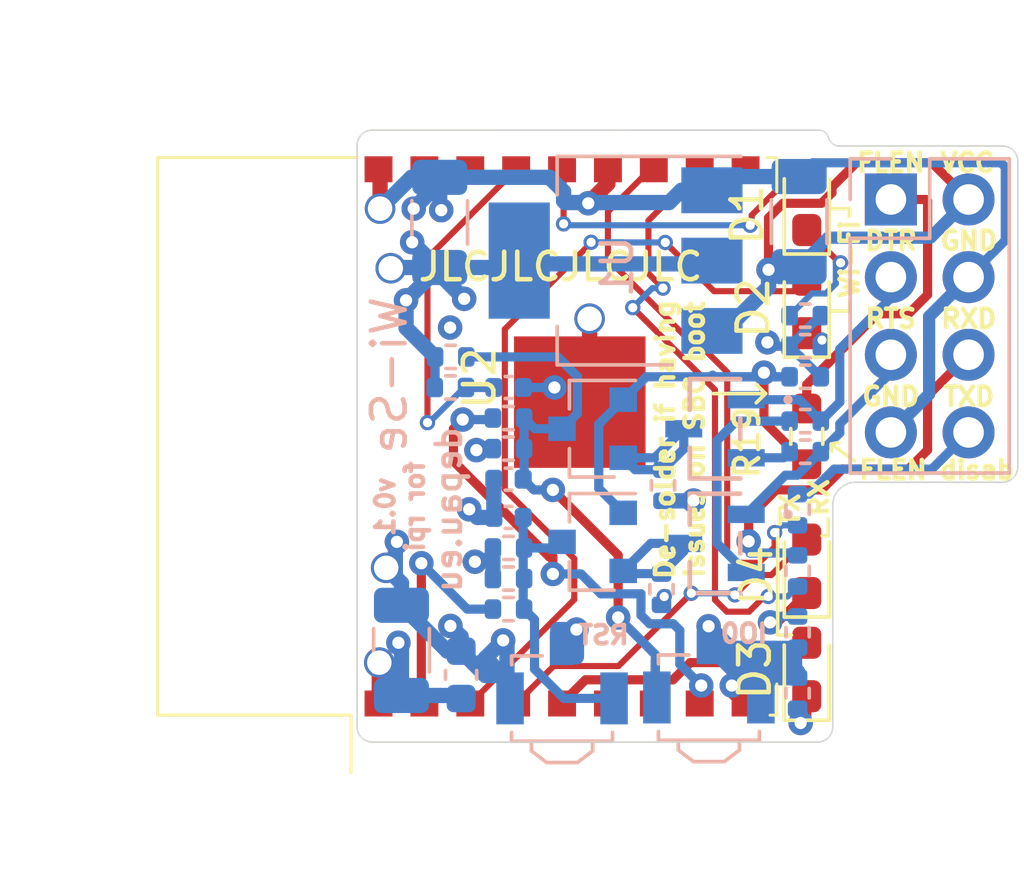
<source format=kicad_pcb>
(kicad_pcb (version 20171130) (host pcbnew 5.1.9)

  (general
    (thickness 1.6)
    (drawings 51)
    (tracks 404)
    (zones 0)
    (modules 39)
    (nets 34)
  )

  (page A4)
  (title_block
    (title "Wi-Se ESP8266 - Raspberry Pi-style header version")
    (date 2021-01-18)
    (rev v0.1)
    (company "Davide Depau")
  )

  (layers
    (0 F.Cu signal)
    (1 In1.Cu power)
    (2 In2.Cu power)
    (31 B.Cu signal)
    (32 B.Adhes user hide)
    (33 F.Adhes user hide)
    (34 B.Paste user hide)
    (35 F.Paste user hide)
    (36 B.SilkS user)
    (37 F.SilkS user)
    (38 B.Mask user hide)
    (39 F.Mask user hide)
    (40 Dwgs.User user hide)
    (41 Cmts.User user)
    (42 Eco1.User user)
    (43 Eco2.User user)
    (44 Edge.Cuts user)
    (45 Margin user)
    (46 B.CrtYd user)
    (47 F.CrtYd user)
    (48 B.Fab user hide)
    (49 F.Fab user hide)
  )

  (setup
    (last_trace_width 0.5)
    (user_trace_width 0.2)
    (user_trace_width 0.3)
    (user_trace_width 0.4)
    (user_trace_width 0.5)
    (user_trace_width 0.75)
    (trace_clearance 0.2)
    (zone_clearance 0.508)
    (zone_45_only no)
    (trace_min 0.2)
    (via_size 0.8)
    (via_drill 0.4)
    (via_min_size 0.45)
    (via_min_drill 0.2)
    (user_via 0.5 0.3)
    (user_via 0.8 0.4)
    (user_via 1 0.8)
    (uvia_size 0.3)
    (uvia_drill 0.1)
    (uvias_allowed no)
    (uvia_min_size 0.2)
    (uvia_min_drill 0.1)
    (edge_width 0.05)
    (segment_width 0.2)
    (pcb_text_width 0.3)
    (pcb_text_size 1.5 1.5)
    (mod_edge_width 0.12)
    (mod_text_size 1 1)
    (mod_text_width 0.15)
    (pad_size 0.8 1.1)
    (pad_drill 0)
    (pad_to_mask_clearance 0)
    (aux_axis_origin 0 0)
    (visible_elements FFFFFF7F)
    (pcbplotparams
      (layerselection 0x010fc_ffffffff)
      (usegerberextensions false)
      (usegerberattributes true)
      (usegerberadvancedattributes true)
      (creategerberjobfile true)
      (excludeedgelayer true)
      (linewidth 0.100000)
      (plotframeref false)
      (viasonmask false)
      (mode 1)
      (useauxorigin false)
      (hpglpennumber 1)
      (hpglpenspeed 20)
      (hpglpendiameter 15.000000)
      (psnegative false)
      (psa4output false)
      (plotreference true)
      (plotvalue true)
      (plotinvisibletext false)
      (padsonsilk false)
      (subtractmaskfromsilk false)
      (outputformat 1)
      (mirror false)
      (drillshape 0)
      (scaleselection 1)
      (outputdirectory "gerber/"))
  )

  (net 0 "")
  (net 1 VCC)
  (net 2 GND)
  (net 3 +3V3)
  (net 4 EN)
  (net 5 BOOT0)
  (net 6 RST)
  (net 7 LED_WIFI)
  (net 8 "Net-(D1-Pad1)")
  (net 9 "Net-(D2-Pad1)")
  (net 10 LED_STATUS)
  (net 11 LED_TX)
  (net 12 "Net-(D3-Pad1)")
  (net 13 "Net-(D4-Pad1)")
  (net 14 LED_RX)
  (net 15 TXD)
  (net 16 RXD)
  (net 17 DTR)
  (net 18 RTS)
  (net 19 "Net-(R10-Pad1)")
  (net 20 "Net-(R11-Pad1)")
  (net 21 "Net-(R12-Pad1)")
  (net 22 "Net-(R13-Pad2)")
  (net 23 "Net-(U2-Pad17)")
  (net 24 "Net-(U2-Pad16)")
  (net 25 "Net-(U2-Pad10)")
  (net 26 "Net-(U2-Pad7)")
  (net 27 "Net-(U2-Pad6)")
  (net 28 FLASH_EN)
  (net 29 "Net-(J1-Pad1)")
  (net 30 "Net-(Q1-Pad2)")
  (net 31 "Net-(Q1-Pad3)")
  (net 32 "Net-(Q2-Pad3)")
  (net 33 "Net-(Q2-Pad2)")

  (net_class Default "This is the default net class."
    (clearance 0.2)
    (trace_width 0.25)
    (via_dia 0.8)
    (via_drill 0.4)
    (uvia_dia 0.3)
    (uvia_drill 0.1)
    (add_net +3V3)
    (add_net BOOT0)
    (add_net DTR)
    (add_net EN)
    (add_net FLASH_EN)
    (add_net GND)
    (add_net LED_RX)
    (add_net LED_STATUS)
    (add_net LED_TX)
    (add_net LED_WIFI)
    (add_net "Net-(D1-Pad1)")
    (add_net "Net-(D2-Pad1)")
    (add_net "Net-(D3-Pad1)")
    (add_net "Net-(D4-Pad1)")
    (add_net "Net-(J1-Pad1)")
    (add_net "Net-(Q1-Pad2)")
    (add_net "Net-(Q1-Pad3)")
    (add_net "Net-(Q2-Pad2)")
    (add_net "Net-(Q2-Pad3)")
    (add_net "Net-(R10-Pad1)")
    (add_net "Net-(R11-Pad1)")
    (add_net "Net-(R12-Pad1)")
    (add_net "Net-(R13-Pad2)")
    (add_net "Net-(U2-Pad10)")
    (add_net "Net-(U2-Pad16)")
    (add_net "Net-(U2-Pad17)")
    (add_net "Net-(U2-Pad6)")
    (add_net "Net-(U2-Pad7)")
    (add_net RST)
    (add_net RTS)
    (add_net RXD)
    (add_net TXD)
    (add_net VCC)
  )

  (module wi-se:SW_SPST_B3U-3100P_silk_change (layer B.Cu) (tedit 600581DD) (tstamp 6005491B)
    (at 80 13.75)
    (descr "Ultra-small-sized Tactile Switch with High Contact Reliability, Side-actuated Model, with Ground Terminal, without Boss")
    (tags "Tactile Switch")
    (path /5FFED12A)
    (attr smd)
    (fp_text reference SW1 (at 0 3.9) (layer B.Fab)
      (effects (font (size 1 1) (thickness 0.15)) (justify mirror))
    )
    (fp_text value RESET (at 0 -2.67) (layer B.Fab)
      (effects (font (size 1 1) (thickness 0.15)) (justify mirror))
    )
    (fp_line (start -1.65 -0.57) (end -0.65 -0.57) (layer B.SilkS) (width 0.12))
    (fp_line (start -1.65 -0.57) (end -1.65 -0.28) (layer B.SilkS) (width 0.12))
    (fp_line (start -1.25 2.47) (end -2.4 2.47) (layer B.CrtYd) (width 0.05))
    (fp_line (start -1.25 2.47) (end -1.25 3.17) (layer B.CrtYd) (width 0.05))
    (fp_line (start -1.25 3.17) (end 1.25 3.17) (layer B.CrtYd) (width 0.05))
    (fp_line (start 1.25 3.17) (end 1.25 2.47) (layer B.CrtYd) (width 0.05))
    (fp_line (start 1.25 2.47) (end 2.4 2.47) (layer B.CrtYd) (width 0.05))
    (fp_line (start -0.5 2.92) (end -1 2.54) (layer B.SilkS) (width 0.12))
    (fp_line (start -1 2.54) (end -1 2.22) (layer B.SilkS) (width 0.12))
    (fp_line (start -0.5 2.92) (end 0.5 2.92) (layer B.SilkS) (width 0.12))
    (fp_line (start 0.5 2.92) (end 1 2.54) (layer B.SilkS) (width 0.12))
    (fp_line (start 1 2.54) (end 1 2.22) (layer B.SilkS) (width 0.12))
    (fp_line (start -0.85 2.08) (end -0.85 2.47) (layer B.Fab) (width 0.1))
    (fp_line (start -0.85 2.47) (end -0.45 2.77) (layer B.Fab) (width 0.1))
    (fp_line (start -0.45 2.77) (end 0.45 2.77) (layer B.Fab) (width 0.1))
    (fp_line (start 0.45 2.77) (end 0.85 2.47) (layer B.Fab) (width 0.1))
    (fp_line (start 0.85 2.47) (end 0.85 2.08) (layer B.Fab) (width 0.1))
    (fp_line (start -0.65 -0.82) (end -0.65 -1.63) (layer B.CrtYd) (width 0.05))
    (fp_line (start -0.65 -1.63) (end 0.65 -1.63) (layer B.CrtYd) (width 0.05))
    (fp_line (start 0.65 -1.63) (end 0.65 -0.82) (layer B.CrtYd) (width 0.05))
    (fp_line (start 0.65 -0.82) (end 2.4 -0.82) (layer B.CrtYd) (width 0.05))
    (fp_line (start -2.4 -0.82) (end -0.65 -0.82) (layer B.CrtYd) (width 0.05))
    (fp_line (start 2.4 -0.82) (end 2.4 2.47) (layer B.CrtYd) (width 0.05))
    (fp_line (start -2.4 2.47) (end -2.4 -0.82) (layer B.CrtYd) (width 0.05))
    (fp_line (start -1.65 1.93) (end -1.65 2.22) (layer B.SilkS) (width 0.12))
    (fp_line (start -1.65 2.22) (end 1.65 2.22) (layer B.SilkS) (width 0.12))
    (fp_line (start 1.65 2.22) (end 1.65 1.93) (layer B.SilkS) (width 0.12))
    (fp_line (start -1.5 2.08) (end 1.5 2.08) (layer B.Fab) (width 0.1))
    (fp_line (start 1.5 2.08) (end 1.5 -0.43) (layer B.Fab) (width 0.1))
    (fp_line (start 1.5 -0.43) (end -1.5 -0.43) (layer B.Fab) (width 0.1))
    (fp_line (start -1.5 -0.43) (end -1.5 2.08) (layer B.Fab) (width 0.1))
    (fp_text user %R (at 0 3.9) (layer B.Fab)
      (effects (font (size 1 1) (thickness 0.15)) (justify mirror))
    )
    (pad 1 smd rect (at -1.7 0.82) (size 0.9 1.7) (layers B.Cu B.Paste B.Mask)
      (net 2 GND))
    (pad 2 smd rect (at 1.7 0.82) (size 0.9 1.7) (layers B.Cu B.Paste B.Mask)
      (net 4 EN))
    (pad 3 smd rect (at 0 -0.82) (size 0.8 1.1) (layers B.Cu B.Paste B.Mask)
      (net 2 GND))
    (model ${KISYS3DMOD}/Button_Switch_SMD.3dshapes/SW_SPST_B3U-3100P.wrl
      (at (xyz 0 0 0))
      (scale (xyz 1 1 1))
      (rotate (xyz 0 0 0))
    )
    (model ${KIPRJMOD}/../libraries/B3U-3100P.STEP
      (offset (xyz 0 1 0))
      (scale (xyz 1 1 1))
      (rotate (xyz -90 0 0))
    )
  )

  (module wi-se:SW_SPST_B3U-3100P_silk_change (layer B.Cu) (tedit 600581E4) (tstamp 60054941)
    (at 84.8 13.72)
    (descr "Ultra-small-sized Tactile Switch with High Contact Reliability, Side-actuated Model, with Ground Terminal, without Boss")
    (tags "Tactile Switch")
    (path /5FFE3C31)
    (attr smd)
    (fp_text reference SW2 (at 0 3.9) (layer B.Fab)
      (effects (font (size 1 1) (thickness 0.15)) (justify mirror))
    )
    (fp_text value BOOT0 (at 0 -2.67) (layer B.Fab)
      (effects (font (size 1 1) (thickness 0.15)) (justify mirror))
    )
    (fp_line (start -1.65 -0.57) (end -0.65 -0.57) (layer B.SilkS) (width 0.12))
    (fp_line (start -1.65 -0.57) (end -1.65 -0.28) (layer B.SilkS) (width 0.12))
    (fp_line (start -1.25 2.47) (end -2.4 2.47) (layer B.CrtYd) (width 0.05))
    (fp_line (start -1.25 2.47) (end -1.25 3.17) (layer B.CrtYd) (width 0.05))
    (fp_line (start -1.25 3.17) (end 1.25 3.17) (layer B.CrtYd) (width 0.05))
    (fp_line (start 1.25 3.17) (end 1.25 2.47) (layer B.CrtYd) (width 0.05))
    (fp_line (start 1.25 2.47) (end 2.4 2.47) (layer B.CrtYd) (width 0.05))
    (fp_line (start -0.5 2.92) (end -1 2.54) (layer B.SilkS) (width 0.12))
    (fp_line (start -1 2.54) (end -1 2.22) (layer B.SilkS) (width 0.12))
    (fp_line (start -0.5 2.92) (end 0.5 2.92) (layer B.SilkS) (width 0.12))
    (fp_line (start 0.5 2.92) (end 1 2.54) (layer B.SilkS) (width 0.12))
    (fp_line (start 1 2.54) (end 1 2.22) (layer B.SilkS) (width 0.12))
    (fp_line (start -0.85 2.08) (end -0.85 2.47) (layer B.Fab) (width 0.1))
    (fp_line (start -0.85 2.47) (end -0.45 2.77) (layer B.Fab) (width 0.1))
    (fp_line (start -0.45 2.77) (end 0.45 2.77) (layer B.Fab) (width 0.1))
    (fp_line (start 0.45 2.77) (end 0.85 2.47) (layer B.Fab) (width 0.1))
    (fp_line (start 0.85 2.47) (end 0.85 2.08) (layer B.Fab) (width 0.1))
    (fp_line (start -0.65 -0.82) (end -0.65 -1.63) (layer B.CrtYd) (width 0.05))
    (fp_line (start -0.65 -1.63) (end 0.65 -1.63) (layer B.CrtYd) (width 0.05))
    (fp_line (start 0.65 -1.63) (end 0.65 -0.82) (layer B.CrtYd) (width 0.05))
    (fp_line (start 0.65 -0.82) (end 2.4 -0.82) (layer B.CrtYd) (width 0.05))
    (fp_line (start -2.4 -0.82) (end -0.65 -0.82) (layer B.CrtYd) (width 0.05))
    (fp_line (start 2.4 -0.82) (end 2.4 2.47) (layer B.CrtYd) (width 0.05))
    (fp_line (start -2.4 2.47) (end -2.4 -0.82) (layer B.CrtYd) (width 0.05))
    (fp_line (start -1.65 1.93) (end -1.65 2.22) (layer B.SilkS) (width 0.12))
    (fp_line (start -1.65 2.22) (end 1.65 2.22) (layer B.SilkS) (width 0.12))
    (fp_line (start 1.65 2.22) (end 1.65 1.93) (layer B.SilkS) (width 0.12))
    (fp_line (start -1.5 2.08) (end 1.5 2.08) (layer B.Fab) (width 0.1))
    (fp_line (start 1.5 2.08) (end 1.5 -0.43) (layer B.Fab) (width 0.1))
    (fp_line (start 1.5 -0.43) (end -1.5 -0.43) (layer B.Fab) (width 0.1))
    (fp_line (start -1.5 -0.43) (end -1.5 2.08) (layer B.Fab) (width 0.1))
    (fp_text user %R (at 0 3.9) (layer B.Fab)
      (effects (font (size 1 1) (thickness 0.15)) (justify mirror))
    )
    (pad 1 smd rect (at -1.7 0.82) (size 0.9 1.7) (layers B.Cu B.Paste B.Mask)
      (net 5 BOOT0))
    (pad 2 smd rect (at 1.7 0.82) (size 0.9 1.7) (layers B.Cu B.Paste B.Mask)
      (net 2 GND))
    (pad 3 smd rect (at 0 -0.82) (size 0.8 1.1) (layers B.Cu B.Paste B.Mask)
      (net 2 GND))
    (model ${KISYS3DMOD}/Button_Switch_SMD.3dshapes/SW_SPST_B3U-3100P.wrl
      (at (xyz 0 0 0))
      (scale (xyz 1 1 1))
      (rotate (xyz 0 0 0))
    )
    (model ${KIPRJMOD}/../libraries/B3U-3100P.STEP
      (offset (xyz 0 1 0))
      (scale (xyz 1 1 1))
      (rotate (xyz -90 0 0))
    )
  )

  (module Connector_PinSocket_2.54mm:PinSocket_2x04_P2.54mm_Vertical (layer B.Cu) (tedit 5A19A422) (tstamp 6004AA74)
    (at 90.75 -1.75 180)
    (descr "Through hole straight socket strip, 2x04, 2.54mm pitch, double cols (from Kicad 4.0.7), script generated")
    (tags "Through hole socket strip THT 2x04 2.54mm double row")
    (path /60302CED)
    (fp_text reference J1 (at -1.27 2.77) (layer B.Fab)
      (effects (font (size 1 1) (thickness 0.15)) (justify mirror))
    )
    (fp_text value RASPI (at -1.27 -10.39) (layer B.Fab)
      (effects (font (size 1 1) (thickness 0.15)) (justify mirror))
    )
    (fp_line (start -3.81 1.27) (end 0.27 1.27) (layer B.Fab) (width 0.1))
    (fp_line (start 0.27 1.27) (end 1.27 0.27) (layer B.Fab) (width 0.1))
    (fp_line (start 1.27 0.27) (end 1.27 -8.89) (layer B.Fab) (width 0.1))
    (fp_line (start 1.27 -8.89) (end -3.81 -8.89) (layer B.Fab) (width 0.1))
    (fp_line (start -3.81 -8.89) (end -3.81 1.27) (layer B.Fab) (width 0.1))
    (fp_line (start -3.87 1.33) (end -1.27 1.33) (layer B.SilkS) (width 0.12))
    (fp_line (start -3.87 1.33) (end -3.87 -8.95) (layer B.SilkS) (width 0.12))
    (fp_line (start -3.87 -8.95) (end 1.33 -8.95) (layer B.SilkS) (width 0.12))
    (fp_line (start 1.33 -1.27) (end 1.33 -8.95) (layer B.SilkS) (width 0.12))
    (fp_line (start -1.27 -1.27) (end 1.33 -1.27) (layer B.SilkS) (width 0.12))
    (fp_line (start -1.27 1.33) (end -1.27 -1.27) (layer B.SilkS) (width 0.12))
    (fp_line (start 1.33 1.33) (end 1.33 0) (layer B.SilkS) (width 0.12))
    (fp_line (start 0 1.33) (end 1.33 1.33) (layer B.SilkS) (width 0.12))
    (fp_line (start -4.34 1.8) (end 1.76 1.8) (layer B.CrtYd) (width 0.05))
    (fp_line (start 1.76 1.8) (end 1.76 -9.4) (layer B.CrtYd) (width 0.05))
    (fp_line (start 1.76 -9.4) (end -4.34 -9.4) (layer B.CrtYd) (width 0.05))
    (fp_line (start -4.34 -9.4) (end -4.34 1.8) (layer B.CrtYd) (width 0.05))
    (fp_text user %R (at -1.27 -3.81 270) (layer B.Fab)
      (effects (font (size 1 1) (thickness 0.15)) (justify mirror))
    )
    (pad 1 thru_hole rect (at 0 0 180) (size 1.7 1.7) (drill 1) (layers *.Cu *.Mask)
      (net 29 "Net-(J1-Pad1)"))
    (pad 2 thru_hole oval (at -2.54 0 180) (size 1.7 1.7) (drill 1) (layers *.Cu *.Mask)
      (net 1 VCC))
    (pad 3 thru_hole oval (at 0 -2.54 180) (size 1.7 1.7) (drill 1) (layers *.Cu *.Mask)
      (net 17 DTR))
    (pad 4 thru_hole oval (at -2.54 -2.54 180) (size 1.7 1.7) (drill 1) (layers *.Cu *.Mask)
      (net 2 GND))
    (pad 5 thru_hole oval (at 0 -5.08 180) (size 1.7 1.7) (drill 1) (layers *.Cu *.Mask)
      (net 18 RTS))
    (pad 6 thru_hole oval (at -2.54 -5.08 180) (size 1.7 1.7) (drill 1) (layers *.Cu *.Mask)
      (net 16 RXD))
    (pad 7 thru_hole oval (at 0 -7.62 180) (size 1.7 1.7) (drill 1) (layers *.Cu *.Mask)
      (net 2 GND))
    (pad 8 thru_hole oval (at -2.54 -7.62 180) (size 1.7 1.7) (drill 1) (layers *.Cu *.Mask)
      (net 15 TXD))
    (model ${KISYS3DMOD}/Connector_PinSocket_2.54mm.3dshapes/PinSocket_2x04_P2.54mm_Vertical.wrl
      (at (xyz 0 0 0))
      (scale (xyz 1 1 1))
      (rotate (xyz 0 0 0))
    )
  )

  (module Capacitor_SMD:C_1206_3216Metric (layer B.Cu) (tedit 5F68FEEE) (tstamp 600497DA)
    (at 87.75 -1.025 90)
    (descr "Capacitor SMD 1206 (3216 Metric), square (rectangular) end terminal, IPC_7351 nominal, (Body size source: IPC-SM-782 page 76, https://www.pcb-3d.com/wordpress/wp-content/uploads/ipc-sm-782a_amendment_1_and_2.pdf), generated with kicad-footprint-generator")
    (tags capacitor)
    (path /5FFE6E76)
    (attr smd)
    (fp_text reference C1 (at 0 1.85 90) (layer B.Fab)
      (effects (font (size 1 1) (thickness 0.15)) (justify mirror))
    )
    (fp_text value 22u (at 0 -1.85 90) (layer B.Fab)
      (effects (font (size 1 1) (thickness 0.15)) (justify mirror))
    )
    (fp_line (start -1.6 -0.8) (end -1.6 0.8) (layer B.Fab) (width 0.1))
    (fp_line (start -1.6 0.8) (end 1.6 0.8) (layer B.Fab) (width 0.1))
    (fp_line (start 1.6 0.8) (end 1.6 -0.8) (layer B.Fab) (width 0.1))
    (fp_line (start 1.6 -0.8) (end -1.6 -0.8) (layer B.Fab) (width 0.1))
    (fp_line (start -0.711252 0.91) (end 0.711252 0.91) (layer B.SilkS) (width 0.12))
    (fp_line (start -0.711252 -0.91) (end 0.711252 -0.91) (layer B.SilkS) (width 0.12))
    (fp_line (start -2.3 -1.15) (end -2.3 1.15) (layer B.CrtYd) (width 0.05))
    (fp_line (start -2.3 1.15) (end 2.3 1.15) (layer B.CrtYd) (width 0.05))
    (fp_line (start 2.3 1.15) (end 2.3 -1.15) (layer B.CrtYd) (width 0.05))
    (fp_line (start 2.3 -1.15) (end -2.3 -1.15) (layer B.CrtYd) (width 0.05))
    (fp_text user %R (at 0 0 90) (layer B.Fab)
      (effects (font (size 0.8 0.8) (thickness 0.12)) (justify mirror))
    )
    (pad 1 smd roundrect (at -1.475 0 90) (size 1.15 1.8) (layers B.Cu B.Paste B.Mask) (roundrect_rratio 0.2173904347826087)
      (net 1 VCC))
    (pad 2 smd roundrect (at 1.475 0 90) (size 1.15 1.8) (layers B.Cu B.Paste B.Mask) (roundrect_rratio 0.2173904347826087)
      (net 2 GND))
    (model ${KISYS3DMOD}/Capacitor_SMD.3dshapes/C_1206_3216Metric.wrl
      (at (xyz 0 0 0))
      (scale (xyz 1 1 1))
      (rotate (xyz 0 0 0))
    )
  )

  (module Capacitor_SMD:C_1206_3216Metric (layer B.Cu) (tedit 5F68FEEE) (tstamp 600497EB)
    (at 76 -1 90)
    (descr "Capacitor SMD 1206 (3216 Metric), square (rectangular) end terminal, IPC_7351 nominal, (Body size source: IPC-SM-782 page 76, https://www.pcb-3d.com/wordpress/wp-content/uploads/ipc-sm-782a_amendment_1_and_2.pdf), generated with kicad-footprint-generator")
    (tags capacitor)
    (path /5FFE705A)
    (attr smd)
    (fp_text reference C2 (at 0 1.85 90) (layer B.Fab)
      (effects (font (size 1 1) (thickness 0.15)) (justify mirror))
    )
    (fp_text value 22u (at 0 -1.85 90) (layer B.Fab)
      (effects (font (size 1 1) (thickness 0.15)) (justify mirror))
    )
    (fp_line (start 2.3 -1.15) (end -2.3 -1.15) (layer B.CrtYd) (width 0.05))
    (fp_line (start 2.3 1.15) (end 2.3 -1.15) (layer B.CrtYd) (width 0.05))
    (fp_line (start -2.3 1.15) (end 2.3 1.15) (layer B.CrtYd) (width 0.05))
    (fp_line (start -2.3 -1.15) (end -2.3 1.15) (layer B.CrtYd) (width 0.05))
    (fp_line (start -0.711252 -0.91) (end 0.711252 -0.91) (layer B.SilkS) (width 0.12))
    (fp_line (start -0.711252 0.91) (end 0.711252 0.91) (layer B.SilkS) (width 0.12))
    (fp_line (start 1.6 -0.8) (end -1.6 -0.8) (layer B.Fab) (width 0.1))
    (fp_line (start 1.6 0.8) (end 1.6 -0.8) (layer B.Fab) (width 0.1))
    (fp_line (start -1.6 0.8) (end 1.6 0.8) (layer B.Fab) (width 0.1))
    (fp_line (start -1.6 -0.8) (end -1.6 0.8) (layer B.Fab) (width 0.1))
    (fp_text user %R (at 0 0 90) (layer B.Fab)
      (effects (font (size 0.8 0.8) (thickness 0.12)) (justify mirror))
    )
    (pad 2 smd roundrect (at 1.475 0 90) (size 1.15 1.8) (layers B.Cu B.Paste B.Mask) (roundrect_rratio 0.2173904347826087)
      (net 2 GND))
    (pad 1 smd roundrect (at -1.475 0 90) (size 1.15 1.8) (layers B.Cu B.Paste B.Mask) (roundrect_rratio 0.2173904347826087)
      (net 3 +3V3))
    (model ${KISYS3DMOD}/Capacitor_SMD.3dshapes/C_1206_3216Metric.wrl
      (at (xyz 0 0 0))
      (scale (xyz 1 1 1))
      (rotate (xyz 0 0 0))
    )
  )

  (module Capacitor_SMD:C_1206_3216Metric (layer B.Cu) (tedit 5F68FEEE) (tstamp 600497FC)
    (at 74.75 13 90)
    (descr "Capacitor SMD 1206 (3216 Metric), square (rectangular) end terminal, IPC_7351 nominal, (Body size source: IPC-SM-782 page 76, https://www.pcb-3d.com/wordpress/wp-content/uploads/ipc-sm-782a_amendment_1_and_2.pdf), generated with kicad-footprint-generator")
    (tags capacitor)
    (path /600563A7)
    (attr smd)
    (fp_text reference C5 (at 0 1.85 90) (layer B.Fab)
      (effects (font (size 1 1) (thickness 0.15)) (justify mirror))
    )
    (fp_text value 22u (at 0 -1.85 90) (layer B.Fab)
      (effects (font (size 1 1) (thickness 0.15)) (justify mirror))
    )
    (fp_line (start -1.6 -0.8) (end -1.6 0.8) (layer B.Fab) (width 0.1))
    (fp_line (start -1.6 0.8) (end 1.6 0.8) (layer B.Fab) (width 0.1))
    (fp_line (start 1.6 0.8) (end 1.6 -0.8) (layer B.Fab) (width 0.1))
    (fp_line (start 1.6 -0.8) (end -1.6 -0.8) (layer B.Fab) (width 0.1))
    (fp_line (start -0.711252 0.91) (end 0.711252 0.91) (layer B.SilkS) (width 0.12))
    (fp_line (start -0.711252 -0.91) (end 0.711252 -0.91) (layer B.SilkS) (width 0.12))
    (fp_line (start -2.3 -1.15) (end -2.3 1.15) (layer B.CrtYd) (width 0.05))
    (fp_line (start -2.3 1.15) (end 2.3 1.15) (layer B.CrtYd) (width 0.05))
    (fp_line (start 2.3 1.15) (end 2.3 -1.15) (layer B.CrtYd) (width 0.05))
    (fp_line (start 2.3 -1.15) (end -2.3 -1.15) (layer B.CrtYd) (width 0.05))
    (fp_text user %R (at 0 0 90) (layer B.Fab)
      (effects (font (size 0.8 0.8) (thickness 0.12)) (justify mirror))
    )
    (pad 1 smd roundrect (at -1.475 0 90) (size 1.15 1.8) (layers B.Cu B.Paste B.Mask) (roundrect_rratio 0.2173904347826087)
      (net 3 +3V3))
    (pad 2 smd roundrect (at 1.475 0 90) (size 1.15 1.8) (layers B.Cu B.Paste B.Mask) (roundrect_rratio 0.2173904347826087)
      (net 2 GND))
    (model ${KISYS3DMOD}/Capacitor_SMD.3dshapes/C_1206_3216Metric.wrl
      (at (xyz 0 0 0))
      (scale (xyz 1 1 1))
      (rotate (xyz 0 0 0))
    )
  )

  (module Capacitor_SMD:C_0603_1608Metric (layer B.Cu) (tedit 5F68FEEE) (tstamp 6004980D)
    (at 76.7 13.8 90)
    (descr "Capacitor SMD 0603 (1608 Metric), square (rectangular) end terminal, IPC_7351 nominal, (Body size source: IPC-SM-782 page 76, https://www.pcb-3d.com/wordpress/wp-content/uploads/ipc-sm-782a_amendment_1_and_2.pdf), generated with kicad-footprint-generator")
    (tags capacitor)
    (path /60055AED)
    (attr smd)
    (fp_text reference C6 (at 0 1.43 90) (layer B.Fab)
      (effects (font (size 1 1) (thickness 0.15)) (justify mirror))
    )
    (fp_text value 0u1 (at 0 -1.43 90) (layer B.Fab)
      (effects (font (size 1 1) (thickness 0.15)) (justify mirror))
    )
    (fp_line (start -0.8 -0.4) (end -0.8 0.4) (layer B.Fab) (width 0.1))
    (fp_line (start -0.8 0.4) (end 0.8 0.4) (layer B.Fab) (width 0.1))
    (fp_line (start 0.8 0.4) (end 0.8 -0.4) (layer B.Fab) (width 0.1))
    (fp_line (start 0.8 -0.4) (end -0.8 -0.4) (layer B.Fab) (width 0.1))
    (fp_line (start -0.14058 0.51) (end 0.14058 0.51) (layer B.SilkS) (width 0.12))
    (fp_line (start -0.14058 -0.51) (end 0.14058 -0.51) (layer B.SilkS) (width 0.12))
    (fp_line (start -1.48 -0.73) (end -1.48 0.73) (layer B.CrtYd) (width 0.05))
    (fp_line (start -1.48 0.73) (end 1.48 0.73) (layer B.CrtYd) (width 0.05))
    (fp_line (start 1.48 0.73) (end 1.48 -0.73) (layer B.CrtYd) (width 0.05))
    (fp_line (start 1.48 -0.73) (end -1.48 -0.73) (layer B.CrtYd) (width 0.05))
    (fp_text user %R (at 0 0 90) (layer B.Fab)
      (effects (font (size 0.4 0.4) (thickness 0.06)) (justify mirror))
    )
    (pad 1 smd roundrect (at -0.775 0 90) (size 0.9 0.95) (layers B.Cu B.Paste B.Mask) (roundrect_rratio 0.25)
      (net 3 +3V3))
    (pad 2 smd roundrect (at 0.775 0 90) (size 0.9 0.95) (layers B.Cu B.Paste B.Mask) (roundrect_rratio 0.25)
      (net 2 GND))
    (model ${KISYS3DMOD}/Capacitor_SMD.3dshapes/C_0603_1608Metric.wrl
      (at (xyz 0 0 0))
      (scale (xyz 1 1 1))
      (rotate (xyz 0 0 0))
    )
  )

  (module Capacitor_SMD:C_0402_1005Metric (layer B.Cu) (tedit 5F68FEEE) (tstamp 6004981E)
    (at 78.25 7.4 180)
    (descr "Capacitor SMD 0402 (1005 Metric), square (rectangular) end terminal, IPC_7351 nominal, (Body size source: IPC-SM-782 page 76, https://www.pcb-3d.com/wordpress/wp-content/uploads/ipc-sm-782a_amendment_1_and_2.pdf), generated with kicad-footprint-generator")
    (tags capacitor)
    (path /600D4409)
    (attr smd)
    (fp_text reference C7 (at 0 1.16) (layer B.Fab)
      (effects (font (size 1 1) (thickness 0.15)) (justify mirror))
    )
    (fp_text value 0u1 (at 0 -1.16) (layer B.Fab)
      (effects (font (size 1 1) (thickness 0.15)) (justify mirror))
    )
    (fp_line (start -0.5 -0.25) (end -0.5 0.25) (layer B.Fab) (width 0.1))
    (fp_line (start -0.5 0.25) (end 0.5 0.25) (layer B.Fab) (width 0.1))
    (fp_line (start 0.5 0.25) (end 0.5 -0.25) (layer B.Fab) (width 0.1))
    (fp_line (start 0.5 -0.25) (end -0.5 -0.25) (layer B.Fab) (width 0.1))
    (fp_line (start -0.107836 0.36) (end 0.107836 0.36) (layer B.SilkS) (width 0.12))
    (fp_line (start -0.107836 -0.36) (end 0.107836 -0.36) (layer B.SilkS) (width 0.12))
    (fp_line (start -0.91 -0.46) (end -0.91 0.46) (layer B.CrtYd) (width 0.05))
    (fp_line (start -0.91 0.46) (end 0.91 0.46) (layer B.CrtYd) (width 0.05))
    (fp_line (start 0.91 0.46) (end 0.91 -0.46) (layer B.CrtYd) (width 0.05))
    (fp_line (start 0.91 -0.46) (end -0.91 -0.46) (layer B.CrtYd) (width 0.05))
    (fp_text user %R (at 0 0) (layer B.Fab)
      (effects (font (size 0.25 0.25) (thickness 0.04)) (justify mirror))
    )
    (pad 1 smd roundrect (at -0.48 0 180) (size 0.56 0.62) (layers B.Cu B.Paste B.Mask) (roundrect_rratio 0.25)
      (net 5 BOOT0))
    (pad 2 smd roundrect (at 0.48 0 180) (size 0.56 0.62) (layers B.Cu B.Paste B.Mask) (roundrect_rratio 0.25)
      (net 2 GND))
    (model ${KISYS3DMOD}/Capacitor_SMD.3dshapes/C_0402_1005Metric.wrl
      (at (xyz 0 0 0))
      (scale (xyz 1 1 1))
      (rotate (xyz 0 0 0))
    )
  )

  (module Capacitor_SMD:C_0402_1005Metric (layer B.Cu) (tedit 5F68FEEE) (tstamp 6004982F)
    (at 78.25 8.65 180)
    (descr "Capacitor SMD 0402 (1005 Metric), square (rectangular) end terminal, IPC_7351 nominal, (Body size source: IPC-SM-782 page 76, https://www.pcb-3d.com/wordpress/wp-content/uploads/ipc-sm-782a_amendment_1_and_2.pdf), generated with kicad-footprint-generator")
    (tags capacitor)
    (path /600D499B)
    (attr smd)
    (fp_text reference C8 (at 0 1.16) (layer B.Fab)
      (effects (font (size 1 1) (thickness 0.15)) (justify mirror))
    )
    (fp_text value 0u1 (at 0 -1.16) (layer B.Fab)
      (effects (font (size 1 1) (thickness 0.15)) (justify mirror))
    )
    (fp_line (start 0.91 -0.46) (end -0.91 -0.46) (layer B.CrtYd) (width 0.05))
    (fp_line (start 0.91 0.46) (end 0.91 -0.46) (layer B.CrtYd) (width 0.05))
    (fp_line (start -0.91 0.46) (end 0.91 0.46) (layer B.CrtYd) (width 0.05))
    (fp_line (start -0.91 -0.46) (end -0.91 0.46) (layer B.CrtYd) (width 0.05))
    (fp_line (start -0.107836 -0.36) (end 0.107836 -0.36) (layer B.SilkS) (width 0.12))
    (fp_line (start -0.107836 0.36) (end 0.107836 0.36) (layer B.SilkS) (width 0.12))
    (fp_line (start 0.5 -0.25) (end -0.5 -0.25) (layer B.Fab) (width 0.1))
    (fp_line (start 0.5 0.25) (end 0.5 -0.25) (layer B.Fab) (width 0.1))
    (fp_line (start -0.5 0.25) (end 0.5 0.25) (layer B.Fab) (width 0.1))
    (fp_line (start -0.5 -0.25) (end -0.5 0.25) (layer B.Fab) (width 0.1))
    (fp_text user %R (at 0 0) (layer B.Fab)
      (effects (font (size 0.25 0.25) (thickness 0.04)) (justify mirror))
    )
    (pad 2 smd roundrect (at 0.48 0 180) (size 0.56 0.62) (layers B.Cu B.Paste B.Mask) (roundrect_rratio 0.25)
      (net 2 GND))
    (pad 1 smd roundrect (at -0.48 0 180) (size 0.56 0.62) (layers B.Cu B.Paste B.Mask) (roundrect_rratio 0.25)
      (net 4 EN))
    (model ${KISYS3DMOD}/Capacitor_SMD.3dshapes/C_0402_1005Metric.wrl
      (at (xyz 0 0 0))
      (scale (xyz 1 1 1))
      (rotate (xyz 0 0 0))
    )
  )

  (module Capacitor_SMD:C_0402_1005Metric (layer B.Cu) (tedit 5F68FEEE) (tstamp 60049840)
    (at 78.25 4.4)
    (descr "Capacitor SMD 0402 (1005 Metric), square (rectangular) end terminal, IPC_7351 nominal, (Body size source: IPC-SM-782 page 76, https://www.pcb-3d.com/wordpress/wp-content/uploads/ipc-sm-782a_amendment_1_and_2.pdf), generated with kicad-footprint-generator")
    (tags capacitor)
    (path /600D4D92)
    (attr smd)
    (fp_text reference C9 (at 0 1.16) (layer B.Fab)
      (effects (font (size 1 1) (thickness 0.15)) (justify mirror))
    )
    (fp_text value 0u1 (at 0 -1.16) (layer B.Fab)
      (effects (font (size 1 1) (thickness 0.15)) (justify mirror))
    )
    (fp_line (start -0.5 -0.25) (end -0.5 0.25) (layer B.Fab) (width 0.1))
    (fp_line (start -0.5 0.25) (end 0.5 0.25) (layer B.Fab) (width 0.1))
    (fp_line (start 0.5 0.25) (end 0.5 -0.25) (layer B.Fab) (width 0.1))
    (fp_line (start 0.5 -0.25) (end -0.5 -0.25) (layer B.Fab) (width 0.1))
    (fp_line (start -0.107836 0.36) (end 0.107836 0.36) (layer B.SilkS) (width 0.12))
    (fp_line (start -0.107836 -0.36) (end 0.107836 -0.36) (layer B.SilkS) (width 0.12))
    (fp_line (start -0.91 -0.46) (end -0.91 0.46) (layer B.CrtYd) (width 0.05))
    (fp_line (start -0.91 0.46) (end 0.91 0.46) (layer B.CrtYd) (width 0.05))
    (fp_line (start 0.91 0.46) (end 0.91 -0.46) (layer B.CrtYd) (width 0.05))
    (fp_line (start 0.91 -0.46) (end -0.91 -0.46) (layer B.CrtYd) (width 0.05))
    (fp_text user %R (at 0 0) (layer B.Fab)
      (effects (font (size 0.25 0.25) (thickness 0.04)) (justify mirror))
    )
    (pad 1 smd roundrect (at -0.48 0) (size 0.56 0.62) (layers B.Cu B.Paste B.Mask) (roundrect_rratio 0.25)
      (net 6 RST))
    (pad 2 smd roundrect (at 0.48 0) (size 0.56 0.62) (layers B.Cu B.Paste B.Mask) (roundrect_rratio 0.25)
      (net 2 GND))
    (model ${KISYS3DMOD}/Capacitor_SMD.3dshapes/C_0402_1005Metric.wrl
      (at (xyz 0 0 0))
      (scale (xyz 1 1 1))
      (rotate (xyz 0 0 0))
    )
  )

  (module LED_SMD:LED_0603_1608Metric_Pad1.05x0.95mm_HandSolder (layer F.Cu) (tedit 5F68FEF1) (tstamp 60049853)
    (at 88 -1.625 90)
    (descr "LED SMD 0603 (1608 Metric), square (rectangular) end terminal, IPC_7351 nominal, (Body size source: http://www.tortai-tech.com/upload/download/2011102023233369053.pdf), generated with kicad-footprint-generator")
    (tags "LED handsolder")
    (path /6002B200)
    (attr smd)
    (fp_text reference D1 (at -0.375 -1.95 90) (layer F.SilkS)
      (effects (font (size 1 1) (thickness 0.15)))
    )
    (fp_text value BLUE (at 0 1.43 90) (layer F.Fab)
      (effects (font (size 1 1) (thickness 0.15)))
    )
    (fp_line (start 1.65 0.73) (end -1.65 0.73) (layer F.CrtYd) (width 0.05))
    (fp_line (start 1.65 -0.73) (end 1.65 0.73) (layer F.CrtYd) (width 0.05))
    (fp_line (start -1.65 -0.73) (end 1.65 -0.73) (layer F.CrtYd) (width 0.05))
    (fp_line (start -1.65 0.73) (end -1.65 -0.73) (layer F.CrtYd) (width 0.05))
    (fp_line (start -1.66 0.735) (end 0.8 0.735) (layer F.SilkS) (width 0.12))
    (fp_line (start -1.66 -0.735) (end -1.66 0.735) (layer F.SilkS) (width 0.12))
    (fp_line (start 0.8 -0.735) (end -1.66 -0.735) (layer F.SilkS) (width 0.12))
    (fp_line (start 0.8 0.4) (end 0.8 -0.4) (layer F.Fab) (width 0.1))
    (fp_line (start -0.8 0.4) (end 0.8 0.4) (layer F.Fab) (width 0.1))
    (fp_line (start -0.8 -0.1) (end -0.8 0.4) (layer F.Fab) (width 0.1))
    (fp_line (start -0.5 -0.4) (end -0.8 -0.1) (layer F.Fab) (width 0.1))
    (fp_line (start 0.8 -0.4) (end -0.5 -0.4) (layer F.Fab) (width 0.1))
    (fp_text user %R (at 0 0 90) (layer F.Fab)
      (effects (font (size 0.4 0.4) (thickness 0.06)))
    )
    (pad 2 smd roundrect (at 0.875 0 90) (size 1.05 0.95) (layers F.Cu F.Paste F.Mask) (roundrect_rratio 0.25)
      (net 7 LED_WIFI))
    (pad 1 smd roundrect (at -0.875 0 90) (size 1.05 0.95) (layers F.Cu F.Paste F.Mask) (roundrect_rratio 0.25)
      (net 8 "Net-(D1-Pad1)"))
    (model ${KISYS3DMOD}/LED_SMD.3dshapes/LED_0603_1608Metric.wrl
      (at (xyz 0 0 0))
      (scale (xyz 1 1 1))
      (rotate (xyz 0 0 0))
    )
  )

  (module LED_SMD:LED_0603_1608Metric_Pad1.05x0.95mm_HandSolder (layer F.Cu) (tedit 5F68FEF1) (tstamp 60049866)
    (at 88 1.75 90)
    (descr "LED SMD 0603 (1608 Metric), square (rectangular) end terminal, IPC_7351 nominal, (Body size source: http://www.tortai-tech.com/upload/download/2011102023233369053.pdf), generated with kicad-footprint-generator")
    (tags "LED handsolder")
    (path /600303F2)
    (attr smd)
    (fp_text reference D2 (at -0.05 -1.75 90) (layer F.SilkS)
      (effects (font (size 1 1) (thickness 0.15)))
    )
    (fp_text value AMBER (at 0 1.43 90) (layer F.Fab)
      (effects (font (size 1 1) (thickness 0.15)))
    )
    (fp_line (start 0.8 -0.4) (end -0.5 -0.4) (layer F.Fab) (width 0.1))
    (fp_line (start -0.5 -0.4) (end -0.8 -0.1) (layer F.Fab) (width 0.1))
    (fp_line (start -0.8 -0.1) (end -0.8 0.4) (layer F.Fab) (width 0.1))
    (fp_line (start -0.8 0.4) (end 0.8 0.4) (layer F.Fab) (width 0.1))
    (fp_line (start 0.8 0.4) (end 0.8 -0.4) (layer F.Fab) (width 0.1))
    (fp_line (start 0.8 -0.735) (end -1.66 -0.735) (layer F.SilkS) (width 0.12))
    (fp_line (start -1.66 -0.735) (end -1.66 0.735) (layer F.SilkS) (width 0.12))
    (fp_line (start -1.66 0.735) (end 0.8 0.735) (layer F.SilkS) (width 0.12))
    (fp_line (start -1.65 0.73) (end -1.65 -0.73) (layer F.CrtYd) (width 0.05))
    (fp_line (start -1.65 -0.73) (end 1.65 -0.73) (layer F.CrtYd) (width 0.05))
    (fp_line (start 1.65 -0.73) (end 1.65 0.73) (layer F.CrtYd) (width 0.05))
    (fp_line (start 1.65 0.73) (end -1.65 0.73) (layer F.CrtYd) (width 0.05))
    (fp_text user %R (at 0 0 90) (layer F.Fab)
      (effects (font (size 0.4 0.4) (thickness 0.06)))
    )
    (pad 1 smd roundrect (at -0.875 0 90) (size 1.05 0.95) (layers F.Cu F.Paste F.Mask) (roundrect_rratio 0.25)
      (net 9 "Net-(D2-Pad1)"))
    (pad 2 smd roundrect (at 0.875 0 90) (size 1.05 0.95) (layers F.Cu F.Paste F.Mask) (roundrect_rratio 0.25)
      (net 10 LED_STATUS))
    (model ${KISYS3DMOD}/LED_SMD.3dshapes/LED_0603_1608Metric.wrl
      (at (xyz 0 0 0))
      (scale (xyz 1 1 1))
      (rotate (xyz 0 0 0))
    )
  )

  (module LED_SMD:LED_0603_1608Metric_Pad1.05x0.95mm_HandSolder (layer F.Cu) (tedit 5F68FEF1) (tstamp 60049879)
    (at 88 13.625 90)
    (descr "LED SMD 0603 (1608 Metric), square (rectangular) end terminal, IPC_7351 nominal, (Body size source: http://www.tortai-tech.com/upload/download/2011102023233369053.pdf), generated with kicad-footprint-generator")
    (tags "LED handsolder")
    (path /60034772)
    (attr smd)
    (fp_text reference D3 (at 0 -1.7 90) (layer F.SilkS)
      (effects (font (size 1 1) (thickness 0.15)))
    )
    (fp_text value RED_TX (at 0 1.43 90) (layer F.Fab)
      (effects (font (size 1 1) (thickness 0.15)))
    )
    (fp_line (start 1.65 0.73) (end -1.65 0.73) (layer F.CrtYd) (width 0.05))
    (fp_line (start 1.65 -0.73) (end 1.65 0.73) (layer F.CrtYd) (width 0.05))
    (fp_line (start -1.65 -0.73) (end 1.65 -0.73) (layer F.CrtYd) (width 0.05))
    (fp_line (start -1.65 0.73) (end -1.65 -0.73) (layer F.CrtYd) (width 0.05))
    (fp_line (start -1.66 0.735) (end 0.8 0.735) (layer F.SilkS) (width 0.12))
    (fp_line (start -1.66 -0.735) (end -1.66 0.735) (layer F.SilkS) (width 0.12))
    (fp_line (start 0.8 -0.735) (end -1.66 -0.735) (layer F.SilkS) (width 0.12))
    (fp_line (start 0.8 0.4) (end 0.8 -0.4) (layer F.Fab) (width 0.1))
    (fp_line (start -0.8 0.4) (end 0.8 0.4) (layer F.Fab) (width 0.1))
    (fp_line (start -0.8 -0.1) (end -0.8 0.4) (layer F.Fab) (width 0.1))
    (fp_line (start -0.5 -0.4) (end -0.8 -0.1) (layer F.Fab) (width 0.1))
    (fp_line (start 0.8 -0.4) (end -0.5 -0.4) (layer F.Fab) (width 0.1))
    (fp_text user %R (at 0 0 90) (layer F.Fab)
      (effects (font (size 0.4 0.4) (thickness 0.06)))
    )
    (pad 2 smd roundrect (at 0.875 0 90) (size 1.05 0.95) (layers F.Cu F.Paste F.Mask) (roundrect_rratio 0.25)
      (net 11 LED_TX))
    (pad 1 smd roundrect (at -0.875 0 90) (size 1.05 0.95) (layers F.Cu F.Paste F.Mask) (roundrect_rratio 0.25)
      (net 12 "Net-(D3-Pad1)"))
    (model ${KISYS3DMOD}/LED_SMD.3dshapes/LED_0603_1608Metric.wrl
      (at (xyz 0 0 0))
      (scale (xyz 1 1 1))
      (rotate (xyz 0 0 0))
    )
  )

  (module LED_SMD:LED_0603_1608Metric_Pad1.05x0.95mm_HandSolder (layer F.Cu) (tedit 5F68FEF1) (tstamp 6004988C)
    (at 88 10.25 90)
    (descr "LED SMD 0603 (1608 Metric), square (rectangular) end terminal, IPC_7351 nominal, (Body size source: http://www.tortai-tech.com/upload/download/2011102023233369053.pdf), generated with kicad-footprint-generator")
    (tags "LED handsolder")
    (path /60034796)
    (attr smd)
    (fp_text reference D4 (at -0.3 -1.65 90) (layer F.SilkS)
      (effects (font (size 1 1) (thickness 0.15)))
    )
    (fp_text value RED_RX (at 0 1.43 90) (layer F.Fab)
      (effects (font (size 1 1) (thickness 0.15)))
    )
    (fp_line (start 0.8 -0.4) (end -0.5 -0.4) (layer F.Fab) (width 0.1))
    (fp_line (start -0.5 -0.4) (end -0.8 -0.1) (layer F.Fab) (width 0.1))
    (fp_line (start -0.8 -0.1) (end -0.8 0.4) (layer F.Fab) (width 0.1))
    (fp_line (start -0.8 0.4) (end 0.8 0.4) (layer F.Fab) (width 0.1))
    (fp_line (start 0.8 0.4) (end 0.8 -0.4) (layer F.Fab) (width 0.1))
    (fp_line (start 0.8 -0.735) (end -1.66 -0.735) (layer F.SilkS) (width 0.12))
    (fp_line (start -1.66 -0.735) (end -1.66 0.735) (layer F.SilkS) (width 0.12))
    (fp_line (start -1.66 0.735) (end 0.8 0.735) (layer F.SilkS) (width 0.12))
    (fp_line (start -1.65 0.73) (end -1.65 -0.73) (layer F.CrtYd) (width 0.05))
    (fp_line (start -1.65 -0.73) (end 1.65 -0.73) (layer F.CrtYd) (width 0.05))
    (fp_line (start 1.65 -0.73) (end 1.65 0.73) (layer F.CrtYd) (width 0.05))
    (fp_line (start 1.65 0.73) (end -1.65 0.73) (layer F.CrtYd) (width 0.05))
    (fp_text user %R (at 0 0 90) (layer F.Fab)
      (effects (font (size 0.4 0.4) (thickness 0.06)))
    )
    (pad 1 smd roundrect (at -0.875 0 90) (size 1.05 0.95) (layers F.Cu F.Paste F.Mask) (roundrect_rratio 0.25)
      (net 13 "Net-(D4-Pad1)"))
    (pad 2 smd roundrect (at 0.875 0 90) (size 1.05 0.95) (layers F.Cu F.Paste F.Mask) (roundrect_rratio 0.25)
      (net 14 LED_RX))
    (model ${KISYS3DMOD}/LED_SMD.3dshapes/LED_0603_1608Metric.wrl
      (at (xyz 0 0 0))
      (scale (xyz 1 1 1))
      (rotate (xyz 0 0 0))
    )
  )

  (module SS8050-G:SS8050-G (layer B.Cu) (tedit 0) (tstamp 600498F6)
    (at 85 9.5 270)
    (path /60885761)
    (attr smd)
    (fp_text reference Q1 (at 0 0 90) (layer B.Fab)
      (effects (font (size 1 1) (thickness 0.15)) (justify mirror))
    )
    (fp_text value SS8050-G (at 0 0 90) (layer B.Fab)
      (effects (font (size 1 1) (thickness 0.15)) (justify mirror))
    )
    (fp_line (start -0.696 -0.6985) (end -1.204 -0.6985) (layer B.Fab) (width 0.1524))
    (fp_line (start -1.204 -0.6985) (end -1.204 -1.275) (layer B.Fab) (width 0.1524))
    (fp_line (start -1.204 -1.275) (end -0.696 -1.275) (layer B.Fab) (width 0.1524))
    (fp_line (start -0.696 -1.275) (end -0.696 -0.6985) (layer B.Fab) (width 0.1524))
    (fp_line (start 1.204 -0.6985) (end 0.696 -0.6985) (layer B.Fab) (width 0.1524))
    (fp_line (start 0.696 -0.6985) (end 0.696 -1.275) (layer B.Fab) (width 0.1524))
    (fp_line (start 0.696 -1.275) (end 1.204 -1.275) (layer B.Fab) (width 0.1524))
    (fp_line (start 1.204 -1.275) (end 1.204 -0.6985) (layer B.Fab) (width 0.1524))
    (fp_line (start -0.254 0.6985) (end 0.254 0.6985) (layer B.Fab) (width 0.1524))
    (fp_line (start 0.254 0.6985) (end 0.254 1.275) (layer B.Fab) (width 0.1524))
    (fp_line (start 0.254 1.275) (end -0.254 1.275) (layer B.Fab) (width 0.1524))
    (fp_line (start -0.254 1.275) (end -0.254 0.6985) (layer B.Fab) (width 0.1524))
    (fp_line (start -0.333261 -0.8255) (end 0.333261 -0.8255) (layer B.SilkS) (width 0.1524))
    (fp_line (start 1.6256 -0.8255) (end 1.6256 0.8255) (layer B.SilkS) (width 0.1524))
    (fp_line (start 1.6256 0.8255) (end 0.61674 0.8255) (layer B.SilkS) (width 0.1524))
    (fp_line (start -1.6256 0.8255) (end -1.6256 -0.8255) (layer B.SilkS) (width 0.1524))
    (fp_line (start -1.4986 -0.6985) (end 1.4986 -0.6985) (layer B.Fab) (width 0.1524))
    (fp_line (start 1.4986 -0.6985) (end 1.4986 0.6985) (layer B.Fab) (width 0.1524))
    (fp_line (start 1.4986 0.6985) (end -1.4986 0.6985) (layer B.Fab) (width 0.1524))
    (fp_line (start -1.4986 0.6985) (end -1.4986 -0.6985) (layer B.Fab) (width 0.1524))
    (fp_line (start -0.61674 0.8255) (end -1.6256 0.8255) (layer B.SilkS) (width 0.1524))
    (fp_line (start -1.7526 0.9525) (end -0.508 0.9525) (layer B.CrtYd) (width 0.1524))
    (fp_line (start -0.508 0.9525) (end -0.508 1.878999) (layer B.CrtYd) (width 0.1524))
    (fp_line (start -0.508 1.878999) (end 0.508 1.878999) (layer B.CrtYd) (width 0.1524))
    (fp_line (start 0.508 1.878999) (end 0.508 0.9525) (layer B.CrtYd) (width 0.1524))
    (fp_line (start 0.508 0.9525) (end 1.7526 0.9525) (layer B.CrtYd) (width 0.1524))
    (fp_line (start 1.7526 0.9525) (end 1.7526 -0.9525) (layer B.CrtYd) (width 0.1524))
    (fp_line (start 1.7526 -0.9525) (end 1.458 -0.9525) (layer B.CrtYd) (width 0.1524))
    (fp_line (start 1.458 -0.9525) (end 1.458 -1.878999) (layer B.CrtYd) (width 0.1524))
    (fp_line (start 1.458 -1.878999) (end -1.458 -1.878999) (layer B.CrtYd) (width 0.1524))
    (fp_line (start -1.458 -1.878999) (end -1.458 -0.9525) (layer B.CrtYd) (width 0.1524))
    (fp_line (start -1.458 -0.9525) (end -1.7526 -0.9525) (layer B.CrtYd) (width 0.1524))
    (fp_line (start -1.7526 -0.9525) (end -1.7526 0.9525) (layer B.CrtYd) (width 0.1524))
    (fp_circle (center -0.95 -2.386999) (end -0.8738 -2.386999) (layer B.SilkS) (width 0.1524))
    (fp_circle (center -0.95 -0.4445) (end -0.8738 -0.4445) (layer B.Fab) (width 0.1524))
    (fp_text user "Copyright 2016 Accelerated Designs. All rights reserved." (at 0 0 90) (layer B.Fab) hide
      (effects (font (size 0.127 0.127) (thickness 0.002)))
    )
    (fp_text user * (at 0 0 90) (layer B.Fab)
      (effects (font (size 1 1) (thickness 0.15)) (justify mirror))
    )
    (fp_text user * (at 0 0 90) (layer B.Fab)
      (effects (font (size 1 1) (thickness 0.15)) (justify mirror))
    )
    (fp_text user 0.022in/0.568mm (at 0 3.053 90) (layer Dwgs.User)
      (effects (font (size 1 1) (thickness 0.15)))
    )
    (fp_text user 0.048in/1.208mm (at 3.2766 -1.021 90) (layer Dwgs.User)
      (effects (font (size 1 1) (thickness 0.15)))
    )
    (pad 1 smd rect (at -0.950001 -1.020999 270) (size 0.568 1.207999) (layers B.Cu B.Paste B.Mask)
      (net 18 RTS))
    (pad 2 smd rect (at 0.950001 -1.020999 270) (size 0.568 1.207999) (layers B.Cu B.Paste B.Mask)
      (net 30 "Net-(Q1-Pad2)"))
    (pad 3 smd rect (at 0 1.021 270) (size 0.568 1.207999) (layers B.Cu B.Paste B.Mask)
      (net 31 "Net-(Q1-Pad3)"))
    (model ${KIPRJMOD}/../libraries/SS8050-G/TRAN_SS8050-G_CIP.step
      (at (xyz 0 0 0))
      (scale (xyz 1 1 1))
      (rotate (xyz 0 0 0))
    )
  )

  (module SS8050-G:SS8050-G (layer B.Cu) (tedit 0) (tstamp 60049925)
    (at 85 5.75 270)
    (path /6088BABE)
    (attr smd)
    (fp_text reference Q2 (at 0 0 90) (layer B.Fab)
      (effects (font (size 1 1) (thickness 0.15)) (justify mirror))
    )
    (fp_text value SS8050-G (at 0 0 90) (layer B.Fab)
      (effects (font (size 1 1) (thickness 0.15)) (justify mirror))
    )
    (fp_circle (center -0.95 -0.4445) (end -0.8738 -0.4445) (layer B.Fab) (width 0.1524))
    (fp_circle (center -0.95 -2.386999) (end -0.8738 -2.386999) (layer B.SilkS) (width 0.1524))
    (fp_line (start -1.7526 -0.9525) (end -1.7526 0.9525) (layer B.CrtYd) (width 0.1524))
    (fp_line (start -1.458 -0.9525) (end -1.7526 -0.9525) (layer B.CrtYd) (width 0.1524))
    (fp_line (start -1.458 -1.878999) (end -1.458 -0.9525) (layer B.CrtYd) (width 0.1524))
    (fp_line (start 1.458 -1.878999) (end -1.458 -1.878999) (layer B.CrtYd) (width 0.1524))
    (fp_line (start 1.458 -0.9525) (end 1.458 -1.878999) (layer B.CrtYd) (width 0.1524))
    (fp_line (start 1.7526 -0.9525) (end 1.458 -0.9525) (layer B.CrtYd) (width 0.1524))
    (fp_line (start 1.7526 0.9525) (end 1.7526 -0.9525) (layer B.CrtYd) (width 0.1524))
    (fp_line (start 0.508 0.9525) (end 1.7526 0.9525) (layer B.CrtYd) (width 0.1524))
    (fp_line (start 0.508 1.878999) (end 0.508 0.9525) (layer B.CrtYd) (width 0.1524))
    (fp_line (start -0.508 1.878999) (end 0.508 1.878999) (layer B.CrtYd) (width 0.1524))
    (fp_line (start -0.508 0.9525) (end -0.508 1.878999) (layer B.CrtYd) (width 0.1524))
    (fp_line (start -1.7526 0.9525) (end -0.508 0.9525) (layer B.CrtYd) (width 0.1524))
    (fp_line (start -0.61674 0.8255) (end -1.6256 0.8255) (layer B.SilkS) (width 0.1524))
    (fp_line (start -1.4986 0.6985) (end -1.4986 -0.6985) (layer B.Fab) (width 0.1524))
    (fp_line (start 1.4986 0.6985) (end -1.4986 0.6985) (layer B.Fab) (width 0.1524))
    (fp_line (start 1.4986 -0.6985) (end 1.4986 0.6985) (layer B.Fab) (width 0.1524))
    (fp_line (start -1.4986 -0.6985) (end 1.4986 -0.6985) (layer B.Fab) (width 0.1524))
    (fp_line (start -1.6256 0.8255) (end -1.6256 -0.8255) (layer B.SilkS) (width 0.1524))
    (fp_line (start 1.6256 0.8255) (end 0.61674 0.8255) (layer B.SilkS) (width 0.1524))
    (fp_line (start 1.6256 -0.8255) (end 1.6256 0.8255) (layer B.SilkS) (width 0.1524))
    (fp_line (start -0.333261 -0.8255) (end 0.333261 -0.8255) (layer B.SilkS) (width 0.1524))
    (fp_line (start -0.254 1.275) (end -0.254 0.6985) (layer B.Fab) (width 0.1524))
    (fp_line (start 0.254 1.275) (end -0.254 1.275) (layer B.Fab) (width 0.1524))
    (fp_line (start 0.254 0.6985) (end 0.254 1.275) (layer B.Fab) (width 0.1524))
    (fp_line (start -0.254 0.6985) (end 0.254 0.6985) (layer B.Fab) (width 0.1524))
    (fp_line (start 1.204 -1.275) (end 1.204 -0.6985) (layer B.Fab) (width 0.1524))
    (fp_line (start 0.696 -1.275) (end 1.204 -1.275) (layer B.Fab) (width 0.1524))
    (fp_line (start 0.696 -0.6985) (end 0.696 -1.275) (layer B.Fab) (width 0.1524))
    (fp_line (start 1.204 -0.6985) (end 0.696 -0.6985) (layer B.Fab) (width 0.1524))
    (fp_line (start -0.696 -1.275) (end -0.696 -0.6985) (layer B.Fab) (width 0.1524))
    (fp_line (start -1.204 -1.275) (end -0.696 -1.275) (layer B.Fab) (width 0.1524))
    (fp_line (start -1.204 -0.6985) (end -1.204 -1.275) (layer B.Fab) (width 0.1524))
    (fp_line (start -0.696 -0.6985) (end -1.204 -0.6985) (layer B.Fab) (width 0.1524))
    (fp_text user 0.048in/1.208mm (at 3.2766 -1.021 90) (layer Dwgs.User)
      (effects (font (size 1 1) (thickness 0.15)))
    )
    (fp_text user 0.022in/0.568mm (at 0 3.053 90) (layer Dwgs.User)
      (effects (font (size 1 1) (thickness 0.15)))
    )
    (fp_text user * (at 0 0 90) (layer B.Fab)
      (effects (font (size 1 1) (thickness 0.15)) (justify mirror))
    )
    (fp_text user * (at 0.05 -0.1 90) (layer B.Fab)
      (effects (font (size 1 1) (thickness 0.15)) (justify mirror))
    )
    (fp_text user "Copyright 2016 Accelerated Designs. All rights reserved." (at 0 0 90) (layer B.Fab) hide
      (effects (font (size 0.127 0.127) (thickness 0.002)))
    )
    (pad 3 smd rect (at 0 1.021 270) (size 0.568 1.207999) (layers B.Cu B.Paste B.Mask)
      (net 32 "Net-(Q2-Pad3)"))
    (pad 2 smd rect (at 0.950001 -1.020999 270) (size 0.568 1.207999) (layers B.Cu B.Paste B.Mask)
      (net 33 "Net-(Q2-Pad2)"))
    (pad 1 smd rect (at -0.950001 -1.020999 270) (size 0.568 1.207999) (layers B.Cu B.Paste B.Mask)
      (net 17 DTR))
    (model ${KIPRJMOD}/../libraries/SS8050-G/TRAN_SS8050-G_CIP.step
      (at (xyz 0 0 0))
      (scale (xyz 1 1 1))
      (rotate (xyz 0 0 0))
    )
  )

  (module Package_TO_SOT_SMD:SOT-23 (layer B.Cu) (tedit 5A02FF57) (tstamp 6004993A)
    (at 81 9.45 180)
    (descr "SOT-23, Standard")
    (tags SOT-23)
    (path /608F3EBD)
    (attr smd)
    (fp_text reference Q3 (at 0 2.5) (layer B.Fab)
      (effects (font (size 1 1) (thickness 0.15)) (justify mirror))
    )
    (fp_text value 2N7002 (at 0 -2.5) (layer B.Fab)
      (effects (font (size 1 1) (thickness 0.15)) (justify mirror))
    )
    (fp_line (start -0.7 0.95) (end -0.7 -1.5) (layer B.Fab) (width 0.1))
    (fp_line (start -0.15 1.52) (end 0.7 1.52) (layer B.Fab) (width 0.1))
    (fp_line (start -0.7 0.95) (end -0.15 1.52) (layer B.Fab) (width 0.1))
    (fp_line (start 0.7 1.52) (end 0.7 -1.52) (layer B.Fab) (width 0.1))
    (fp_line (start -0.7 -1.52) (end 0.7 -1.52) (layer B.Fab) (width 0.1))
    (fp_line (start 0.76 -1.58) (end 0.76 -0.65) (layer B.SilkS) (width 0.12))
    (fp_line (start 0.76 1.58) (end 0.76 0.65) (layer B.SilkS) (width 0.12))
    (fp_line (start -1.7 1.75) (end 1.7 1.75) (layer B.CrtYd) (width 0.05))
    (fp_line (start 1.7 1.75) (end 1.7 -1.75) (layer B.CrtYd) (width 0.05))
    (fp_line (start 1.7 -1.75) (end -1.7 -1.75) (layer B.CrtYd) (width 0.05))
    (fp_line (start -1.7 -1.75) (end -1.7 1.75) (layer B.CrtYd) (width 0.05))
    (fp_line (start 0.76 1.58) (end -1.4 1.58) (layer B.SilkS) (width 0.12))
    (fp_line (start 0.76 -1.58) (end -0.7 -1.58) (layer B.SilkS) (width 0.12))
    (fp_text user %R (at 0 0 270) (layer B.Fab)
      (effects (font (size 0.5 0.5) (thickness 0.075)) (justify mirror))
    )
    (pad 1 smd rect (at -1 0.95 180) (size 0.9 0.8) (layers B.Cu B.Paste B.Mask)
      (net 28 FLASH_EN))
    (pad 2 smd rect (at -1 -0.95 180) (size 0.9 0.8) (layers B.Cu B.Paste B.Mask)
      (net 31 "Net-(Q1-Pad3)"))
    (pad 3 smd rect (at 1 0 180) (size 0.9 0.8) (layers B.Cu B.Paste B.Mask)
      (net 4 EN))
    (model ${KISYS3DMOD}/Package_TO_SOT_SMD.3dshapes/SOT-23.wrl
      (at (xyz 0 0 0))
      (scale (xyz 1 1 1))
      (rotate (xyz 0 0 0))
    )
  )

  (module Package_TO_SOT_SMD:SOT-23 (layer B.Cu) (tedit 5A02FF57) (tstamp 6004994F)
    (at 81 5.75 180)
    (descr "SOT-23, Standard")
    (tags SOT-23)
    (path /607B50FF)
    (attr smd)
    (fp_text reference Q4 (at 0 2.5) (layer B.Fab)
      (effects (font (size 1 1) (thickness 0.15)) (justify mirror))
    )
    (fp_text value 2N7002 (at 0 -2.5) (layer B.Fab)
      (effects (font (size 1 1) (thickness 0.15)) (justify mirror))
    )
    (fp_line (start 0.76 -1.58) (end -0.7 -1.58) (layer B.SilkS) (width 0.12))
    (fp_line (start 0.76 1.58) (end -1.4 1.58) (layer B.SilkS) (width 0.12))
    (fp_line (start -1.7 -1.75) (end -1.7 1.75) (layer B.CrtYd) (width 0.05))
    (fp_line (start 1.7 -1.75) (end -1.7 -1.75) (layer B.CrtYd) (width 0.05))
    (fp_line (start 1.7 1.75) (end 1.7 -1.75) (layer B.CrtYd) (width 0.05))
    (fp_line (start -1.7 1.75) (end 1.7 1.75) (layer B.CrtYd) (width 0.05))
    (fp_line (start 0.76 1.58) (end 0.76 0.65) (layer B.SilkS) (width 0.12))
    (fp_line (start 0.76 -1.58) (end 0.76 -0.65) (layer B.SilkS) (width 0.12))
    (fp_line (start -0.7 -1.52) (end 0.7 -1.52) (layer B.Fab) (width 0.1))
    (fp_line (start 0.7 1.52) (end 0.7 -1.52) (layer B.Fab) (width 0.1))
    (fp_line (start -0.7 0.95) (end -0.15 1.52) (layer B.Fab) (width 0.1))
    (fp_line (start -0.15 1.52) (end 0.7 1.52) (layer B.Fab) (width 0.1))
    (fp_line (start -0.7 0.95) (end -0.7 -1.5) (layer B.Fab) (width 0.1))
    (fp_text user %R (at 0 0 270) (layer B.Fab)
      (effects (font (size 0.5 0.5) (thickness 0.075)) (justify mirror))
    )
    (pad 3 smd rect (at 1 0 180) (size 0.9 0.8) (layers B.Cu B.Paste B.Mask)
      (net 5 BOOT0))
    (pad 2 smd rect (at -1 -0.95 180) (size 0.9 0.8) (layers B.Cu B.Paste B.Mask)
      (net 32 "Net-(Q2-Pad3)"))
    (pad 1 smd rect (at -1 0.95 180) (size 0.9 0.8) (layers B.Cu B.Paste B.Mask)
      (net 28 FLASH_EN))
    (model ${KISYS3DMOD}/Package_TO_SOT_SMD.3dshapes/SOT-23.wrl
      (at (xyz 0 0 0))
      (scale (xyz 1 1 1))
      (rotate (xyz 0 0 0))
    )
  )

  (module Resistor_SMD:R_0402_1005Metric (layer B.Cu) (tedit 5F68FEEE) (tstamp 60049960)
    (at 87.95 2.05 180)
    (descr "Resistor SMD 0402 (1005 Metric), square (rectangular) end terminal, IPC_7351 nominal, (Body size source: IPC-SM-782 page 72, https://www.pcb-3d.com/wordpress/wp-content/uploads/ipc-sm-782a_amendment_1_and_2.pdf), generated with kicad-footprint-generator")
    (tags resistor)
    (path /6002C02D)
    (attr smd)
    (fp_text reference R1 (at 0 1.17) (layer B.Fab)
      (effects (font (size 1 1) (thickness 0.15)) (justify mirror))
    )
    (fp_text value 1k5 (at 0 -1.17) (layer B.Fab)
      (effects (font (size 1 1) (thickness 0.15)) (justify mirror))
    )
    (fp_line (start -0.525 -0.27) (end -0.525 0.27) (layer B.Fab) (width 0.1))
    (fp_line (start -0.525 0.27) (end 0.525 0.27) (layer B.Fab) (width 0.1))
    (fp_line (start 0.525 0.27) (end 0.525 -0.27) (layer B.Fab) (width 0.1))
    (fp_line (start 0.525 -0.27) (end -0.525 -0.27) (layer B.Fab) (width 0.1))
    (fp_line (start -0.153641 0.38) (end 0.153641 0.38) (layer B.SilkS) (width 0.12))
    (fp_line (start -0.153641 -0.38) (end 0.153641 -0.38) (layer B.SilkS) (width 0.12))
    (fp_line (start -0.93 -0.47) (end -0.93 0.47) (layer B.CrtYd) (width 0.05))
    (fp_line (start -0.93 0.47) (end 0.93 0.47) (layer B.CrtYd) (width 0.05))
    (fp_line (start 0.93 0.47) (end 0.93 -0.47) (layer B.CrtYd) (width 0.05))
    (fp_line (start 0.93 -0.47) (end -0.93 -0.47) (layer B.CrtYd) (width 0.05))
    (fp_text user %R (at 0 0) (layer B.Fab)
      (effects (font (size 0.26 0.26) (thickness 0.04)) (justify mirror))
    )
    (pad 1 smd roundrect (at -0.51 0 180) (size 0.54 0.64) (layers B.Cu B.Paste B.Mask) (roundrect_rratio 0.25)
      (net 2 GND))
    (pad 2 smd roundrect (at 0.51 0 180) (size 0.54 0.64) (layers B.Cu B.Paste B.Mask) (roundrect_rratio 0.25)
      (net 8 "Net-(D1-Pad1)"))
    (model ${KISYS3DMOD}/Resistor_SMD.3dshapes/R_0402_1005Metric.wrl
      (at (xyz 0 0 0))
      (scale (xyz 1 1 1))
      (rotate (xyz 0 0 0))
    )
  )

  (module Resistor_SMD:R_0402_1005Metric (layer B.Cu) (tedit 5F68FEEE) (tstamp 60049971)
    (at 87.95 3.05)
    (descr "Resistor SMD 0402 (1005 Metric), square (rectangular) end terminal, IPC_7351 nominal, (Body size source: IPC-SM-782 page 72, https://www.pcb-3d.com/wordpress/wp-content/uploads/ipc-sm-782a_amendment_1_and_2.pdf), generated with kicad-footprint-generator")
    (tags resistor)
    (path /600303FC)
    (attr smd)
    (fp_text reference R2 (at 0 1.17) (layer B.Fab)
      (effects (font (size 1 1) (thickness 0.15)) (justify mirror))
    )
    (fp_text value 2k2 (at 0 -1.17) (layer B.Fab)
      (effects (font (size 1 1) (thickness 0.15)) (justify mirror))
    )
    (fp_line (start -0.525 -0.27) (end -0.525 0.27) (layer B.Fab) (width 0.1))
    (fp_line (start -0.525 0.27) (end 0.525 0.27) (layer B.Fab) (width 0.1))
    (fp_line (start 0.525 0.27) (end 0.525 -0.27) (layer B.Fab) (width 0.1))
    (fp_line (start 0.525 -0.27) (end -0.525 -0.27) (layer B.Fab) (width 0.1))
    (fp_line (start -0.153641 0.38) (end 0.153641 0.38) (layer B.SilkS) (width 0.12))
    (fp_line (start -0.153641 -0.38) (end 0.153641 -0.38) (layer B.SilkS) (width 0.12))
    (fp_line (start -0.93 -0.47) (end -0.93 0.47) (layer B.CrtYd) (width 0.05))
    (fp_line (start -0.93 0.47) (end 0.93 0.47) (layer B.CrtYd) (width 0.05))
    (fp_line (start 0.93 0.47) (end 0.93 -0.47) (layer B.CrtYd) (width 0.05))
    (fp_line (start 0.93 -0.47) (end -0.93 -0.47) (layer B.CrtYd) (width 0.05))
    (fp_text user %R (at 0 0) (layer B.Fab)
      (effects (font (size 0.26 0.26) (thickness 0.04)) (justify mirror))
    )
    (pad 1 smd roundrect (at -0.51 0) (size 0.54 0.64) (layers B.Cu B.Paste B.Mask) (roundrect_rratio 0.25)
      (net 2 GND))
    (pad 2 smd roundrect (at 0.51 0) (size 0.54 0.64) (layers B.Cu B.Paste B.Mask) (roundrect_rratio 0.25)
      (net 9 "Net-(D2-Pad1)"))
    (model ${KISYS3DMOD}/Resistor_SMD.3dshapes/R_0402_1005Metric.wrl
      (at (xyz 0 0 0))
      (scale (xyz 1 1 1))
      (rotate (xyz 0 0 0))
    )
  )

  (module Resistor_SMD:R_0402_1005Metric (layer B.Cu) (tedit 5F68FEEE) (tstamp 60049982)
    (at 87.7 14.4 270)
    (descr "Resistor SMD 0402 (1005 Metric), square (rectangular) end terminal, IPC_7351 nominal, (Body size source: IPC-SM-782 page 72, https://www.pcb-3d.com/wordpress/wp-content/uploads/ipc-sm-782a_amendment_1_and_2.pdf), generated with kicad-footprint-generator")
    (tags resistor)
    (path /6003477C)
    (attr smd)
    (fp_text reference R3 (at 0 1.17 90) (layer B.Fab)
      (effects (font (size 1 1) (thickness 0.15)) (justify mirror))
    )
    (fp_text value 2k2 (at 0 -1.17 90) (layer B.Fab)
      (effects (font (size 1 1) (thickness 0.15)) (justify mirror))
    )
    (fp_line (start -0.525 -0.27) (end -0.525 0.27) (layer B.Fab) (width 0.1))
    (fp_line (start -0.525 0.27) (end 0.525 0.27) (layer B.Fab) (width 0.1))
    (fp_line (start 0.525 0.27) (end 0.525 -0.27) (layer B.Fab) (width 0.1))
    (fp_line (start 0.525 -0.27) (end -0.525 -0.27) (layer B.Fab) (width 0.1))
    (fp_line (start -0.153641 0.38) (end 0.153641 0.38) (layer B.SilkS) (width 0.12))
    (fp_line (start -0.153641 -0.38) (end 0.153641 -0.38) (layer B.SilkS) (width 0.12))
    (fp_line (start -0.93 -0.47) (end -0.93 0.47) (layer B.CrtYd) (width 0.05))
    (fp_line (start -0.93 0.47) (end 0.93 0.47) (layer B.CrtYd) (width 0.05))
    (fp_line (start 0.93 0.47) (end 0.93 -0.47) (layer B.CrtYd) (width 0.05))
    (fp_line (start 0.93 -0.47) (end -0.93 -0.47) (layer B.CrtYd) (width 0.05))
    (fp_text user %R (at 0 0 90) (layer B.Fab)
      (effects (font (size 0.26 0.26) (thickness 0.04)) (justify mirror))
    )
    (pad 1 smd roundrect (at -0.51 0 270) (size 0.54 0.64) (layers B.Cu B.Paste B.Mask) (roundrect_rratio 0.25)
      (net 2 GND))
    (pad 2 smd roundrect (at 0.51 0 270) (size 0.54 0.64) (layers B.Cu B.Paste B.Mask) (roundrect_rratio 0.25)
      (net 12 "Net-(D3-Pad1)"))
    (model ${KISYS3DMOD}/Resistor_SMD.3dshapes/R_0402_1005Metric.wrl
      (at (xyz 0 0 0))
      (scale (xyz 1 1 1))
      (rotate (xyz 0 0 0))
    )
  )

  (module Resistor_SMD:R_0402_1005Metric (layer B.Cu) (tedit 5F68FEEE) (tstamp 60049993)
    (at 87.7 12.4 90)
    (descr "Resistor SMD 0402 (1005 Metric), square (rectangular) end terminal, IPC_7351 nominal, (Body size source: IPC-SM-782 page 72, https://www.pcb-3d.com/wordpress/wp-content/uploads/ipc-sm-782a_amendment_1_and_2.pdf), generated with kicad-footprint-generator")
    (tags resistor)
    (path /600347A0)
    (attr smd)
    (fp_text reference R4 (at 0 1.17 90) (layer B.Fab)
      (effects (font (size 1 1) (thickness 0.15)) (justify mirror))
    )
    (fp_text value 2k2 (at 0 -1.17 90) (layer B.Fab)
      (effects (font (size 1 1) (thickness 0.15)) (justify mirror))
    )
    (fp_line (start 0.93 -0.47) (end -0.93 -0.47) (layer B.CrtYd) (width 0.05))
    (fp_line (start 0.93 0.47) (end 0.93 -0.47) (layer B.CrtYd) (width 0.05))
    (fp_line (start -0.93 0.47) (end 0.93 0.47) (layer B.CrtYd) (width 0.05))
    (fp_line (start -0.93 -0.47) (end -0.93 0.47) (layer B.CrtYd) (width 0.05))
    (fp_line (start -0.153641 -0.38) (end 0.153641 -0.38) (layer B.SilkS) (width 0.12))
    (fp_line (start -0.153641 0.38) (end 0.153641 0.38) (layer B.SilkS) (width 0.12))
    (fp_line (start 0.525 -0.27) (end -0.525 -0.27) (layer B.Fab) (width 0.1))
    (fp_line (start 0.525 0.27) (end 0.525 -0.27) (layer B.Fab) (width 0.1))
    (fp_line (start -0.525 0.27) (end 0.525 0.27) (layer B.Fab) (width 0.1))
    (fp_line (start -0.525 -0.27) (end -0.525 0.27) (layer B.Fab) (width 0.1))
    (fp_text user %R (at 0 0 90) (layer B.Fab)
      (effects (font (size 0.26 0.26) (thickness 0.04)) (justify mirror))
    )
    (pad 2 smd roundrect (at 0.51 0 90) (size 0.54 0.64) (layers B.Cu B.Paste B.Mask) (roundrect_rratio 0.25)
      (net 13 "Net-(D4-Pad1)"))
    (pad 1 smd roundrect (at -0.51 0 90) (size 0.54 0.64) (layers B.Cu B.Paste B.Mask) (roundrect_rratio 0.25)
      (net 2 GND))
    (model ${KISYS3DMOD}/Resistor_SMD.3dshapes/R_0402_1005Metric.wrl
      (at (xyz 0 0 0))
      (scale (xyz 1 1 1))
      (rotate (xyz 0 0 0))
    )
  )

  (module Resistor_SMD:R_0402_1005Metric (layer B.Cu) (tedit 5F68FEEE) (tstamp 600499A4)
    (at 76.36 3.4)
    (descr "Resistor SMD 0402 (1005 Metric), square (rectangular) end terminal, IPC_7351 nominal, (Body size source: IPC-SM-782 page 72, https://www.pcb-3d.com/wordpress/wp-content/uploads/ipc-sm-782a_amendment_1_and_2.pdf), generated with kicad-footprint-generator")
    (tags resistor)
    (path /600CEE50)
    (attr smd)
    (fp_text reference R5 (at 0 1.17) (layer B.Fab)
      (effects (font (size 1 1) (thickness 0.15)) (justify mirror))
    )
    (fp_text value 10k (at 0 -1.17) (layer B.Fab)
      (effects (font (size 1 1) (thickness 0.15)) (justify mirror))
    )
    (fp_line (start 0.93 -0.47) (end -0.93 -0.47) (layer B.CrtYd) (width 0.05))
    (fp_line (start 0.93 0.47) (end 0.93 -0.47) (layer B.CrtYd) (width 0.05))
    (fp_line (start -0.93 0.47) (end 0.93 0.47) (layer B.CrtYd) (width 0.05))
    (fp_line (start -0.93 -0.47) (end -0.93 0.47) (layer B.CrtYd) (width 0.05))
    (fp_line (start -0.153641 -0.38) (end 0.153641 -0.38) (layer B.SilkS) (width 0.12))
    (fp_line (start -0.153641 0.38) (end 0.153641 0.38) (layer B.SilkS) (width 0.12))
    (fp_line (start 0.525 -0.27) (end -0.525 -0.27) (layer B.Fab) (width 0.1))
    (fp_line (start 0.525 0.27) (end 0.525 -0.27) (layer B.Fab) (width 0.1))
    (fp_line (start -0.525 0.27) (end 0.525 0.27) (layer B.Fab) (width 0.1))
    (fp_line (start -0.525 -0.27) (end -0.525 0.27) (layer B.Fab) (width 0.1))
    (fp_text user %R (at 0 0) (layer B.Fab)
      (effects (font (size 0.26 0.26) (thickness 0.04)) (justify mirror))
    )
    (pad 2 smd roundrect (at 0.51 0) (size 0.54 0.64) (layers B.Cu B.Paste B.Mask) (roundrect_rratio 0.25)
      (net 5 BOOT0))
    (pad 1 smd roundrect (at -0.51 0) (size 0.54 0.64) (layers B.Cu B.Paste B.Mask) (roundrect_rratio 0.25)
      (net 3 +3V3))
    (model ${KISYS3DMOD}/Resistor_SMD.3dshapes/R_0402_1005Metric.wrl
      (at (xyz 0 0 0))
      (scale (xyz 1 1 1))
      (rotate (xyz 0 0 0))
    )
  )

  (module Resistor_SMD:R_0402_1005Metric (layer B.Cu) (tedit 5F68FEEE) (tstamp 600499B5)
    (at 78.25 10.65)
    (descr "Resistor SMD 0402 (1005 Metric), square (rectangular) end terminal, IPC_7351 nominal, (Body size source: IPC-SM-782 page 72, https://www.pcb-3d.com/wordpress/wp-content/uploads/ipc-sm-782a_amendment_1_and_2.pdf), generated with kicad-footprint-generator")
    (tags resistor)
    (path /600CF744)
    (attr smd)
    (fp_text reference R6 (at 0 1.17) (layer B.Fab)
      (effects (font (size 1 1) (thickness 0.15)) (justify mirror))
    )
    (fp_text value 10k (at 0 -1.17) (layer B.Fab)
      (effects (font (size 1 1) (thickness 0.15)) (justify mirror))
    )
    (fp_line (start -0.525 -0.27) (end -0.525 0.27) (layer B.Fab) (width 0.1))
    (fp_line (start -0.525 0.27) (end 0.525 0.27) (layer B.Fab) (width 0.1))
    (fp_line (start 0.525 0.27) (end 0.525 -0.27) (layer B.Fab) (width 0.1))
    (fp_line (start 0.525 -0.27) (end -0.525 -0.27) (layer B.Fab) (width 0.1))
    (fp_line (start -0.153641 0.38) (end 0.153641 0.38) (layer B.SilkS) (width 0.12))
    (fp_line (start -0.153641 -0.38) (end 0.153641 -0.38) (layer B.SilkS) (width 0.12))
    (fp_line (start -0.93 -0.47) (end -0.93 0.47) (layer B.CrtYd) (width 0.05))
    (fp_line (start -0.93 0.47) (end 0.93 0.47) (layer B.CrtYd) (width 0.05))
    (fp_line (start 0.93 0.47) (end 0.93 -0.47) (layer B.CrtYd) (width 0.05))
    (fp_line (start 0.93 -0.47) (end -0.93 -0.47) (layer B.CrtYd) (width 0.05))
    (fp_text user %R (at 0 0) (layer B.Fab)
      (effects (font (size 0.26 0.26) (thickness 0.04)) (justify mirror))
    )
    (pad 1 smd roundrect (at -0.51 0) (size 0.54 0.64) (layers B.Cu B.Paste B.Mask) (roundrect_rratio 0.25)
      (net 3 +3V3))
    (pad 2 smd roundrect (at 0.51 0) (size 0.54 0.64) (layers B.Cu B.Paste B.Mask) (roundrect_rratio 0.25)
      (net 4 EN))
    (model ${KISYS3DMOD}/Resistor_SMD.3dshapes/R_0402_1005Metric.wrl
      (at (xyz 0 0 0))
      (scale (xyz 1 1 1))
      (rotate (xyz 0 0 0))
    )
  )

  (module Resistor_SMD:R_0402_1005Metric (layer B.Cu) (tedit 5F68FEEE) (tstamp 600499C6)
    (at 76.35 4.4)
    (descr "Resistor SMD 0402 (1005 Metric), square (rectangular) end terminal, IPC_7351 nominal, (Body size source: IPC-SM-782 page 72, https://www.pcb-3d.com/wordpress/wp-content/uploads/ipc-sm-782a_amendment_1_and_2.pdf), generated with kicad-footprint-generator")
    (tags resistor)
    (path /600CFDFB)
    (attr smd)
    (fp_text reference R7 (at 0 1.17) (layer B.Fab)
      (effects (font (size 1 1) (thickness 0.15)) (justify mirror))
    )
    (fp_text value 10k (at 0 -1.17) (layer B.Fab)
      (effects (font (size 1 1) (thickness 0.15)) (justify mirror))
    )
    (fp_line (start 0.93 -0.47) (end -0.93 -0.47) (layer B.CrtYd) (width 0.05))
    (fp_line (start 0.93 0.47) (end 0.93 -0.47) (layer B.CrtYd) (width 0.05))
    (fp_line (start -0.93 0.47) (end 0.93 0.47) (layer B.CrtYd) (width 0.05))
    (fp_line (start -0.93 -0.47) (end -0.93 0.47) (layer B.CrtYd) (width 0.05))
    (fp_line (start -0.153641 -0.38) (end 0.153641 -0.38) (layer B.SilkS) (width 0.12))
    (fp_line (start -0.153641 0.38) (end 0.153641 0.38) (layer B.SilkS) (width 0.12))
    (fp_line (start 0.525 -0.27) (end -0.525 -0.27) (layer B.Fab) (width 0.1))
    (fp_line (start 0.525 0.27) (end 0.525 -0.27) (layer B.Fab) (width 0.1))
    (fp_line (start -0.525 0.27) (end 0.525 0.27) (layer B.Fab) (width 0.1))
    (fp_line (start -0.525 -0.27) (end -0.525 0.27) (layer B.Fab) (width 0.1))
    (fp_text user %R (at 0 0) (layer B.Fab)
      (effects (font (size 0.26 0.26) (thickness 0.04)) (justify mirror))
    )
    (pad 2 smd roundrect (at 0.51 0) (size 0.54 0.64) (layers B.Cu B.Paste B.Mask) (roundrect_rratio 0.25)
      (net 6 RST))
    (pad 1 smd roundrect (at -0.51 0) (size 0.54 0.64) (layers B.Cu B.Paste B.Mask) (roundrect_rratio 0.25)
      (net 3 +3V3))
    (model ${KISYS3DMOD}/Resistor_SMD.3dshapes/R_0402_1005Metric.wrl
      (at (xyz 0 0 0))
      (scale (xyz 1 1 1))
      (rotate (xyz 0 0 0))
    )
  )

  (module Resistor_SMD:R_0402_1005Metric (layer B.Cu) (tedit 5F68FEEE) (tstamp 600499D7)
    (at 87.95 5.5)
    (descr "Resistor SMD 0402 (1005 Metric), square (rectangular) end terminal, IPC_7351 nominal, (Body size source: IPC-SM-782 page 72, https://www.pcb-3d.com/wordpress/wp-content/uploads/ipc-sm-782a_amendment_1_and_2.pdf), generated with kicad-footprint-generator")
    (tags resistor)
    (path /60894E8F)
    (attr smd)
    (fp_text reference R8 (at 0 1.17) (layer B.Fab)
      (effects (font (size 1 1) (thickness 0.15)) (justify mirror))
    )
    (fp_text value 10k (at 0 -1.17) (layer B.Fab)
      (effects (font (size 1 1) (thickness 0.15)) (justify mirror))
    )
    (fp_line (start -0.525 -0.27) (end -0.525 0.27) (layer B.Fab) (width 0.1))
    (fp_line (start -0.525 0.27) (end 0.525 0.27) (layer B.Fab) (width 0.1))
    (fp_line (start 0.525 0.27) (end 0.525 -0.27) (layer B.Fab) (width 0.1))
    (fp_line (start 0.525 -0.27) (end -0.525 -0.27) (layer B.Fab) (width 0.1))
    (fp_line (start -0.153641 0.38) (end 0.153641 0.38) (layer B.SilkS) (width 0.12))
    (fp_line (start -0.153641 -0.38) (end 0.153641 -0.38) (layer B.SilkS) (width 0.12))
    (fp_line (start -0.93 -0.47) (end -0.93 0.47) (layer B.CrtYd) (width 0.05))
    (fp_line (start -0.93 0.47) (end 0.93 0.47) (layer B.CrtYd) (width 0.05))
    (fp_line (start 0.93 0.47) (end 0.93 -0.47) (layer B.CrtYd) (width 0.05))
    (fp_line (start 0.93 -0.47) (end -0.93 -0.47) (layer B.CrtYd) (width 0.05))
    (fp_text user %R (at 0 0) (layer B.Fab)
      (effects (font (size 0.26 0.26) (thickness 0.04)) (justify mirror))
    )
    (pad 1 smd roundrect (at -0.51 0) (size 0.54 0.64) (layers B.Cu B.Paste B.Mask) (roundrect_rratio 0.25)
      (net 30 "Net-(Q1-Pad2)"))
    (pad 2 smd roundrect (at 0.51 0) (size 0.54 0.64) (layers B.Cu B.Paste B.Mask) (roundrect_rratio 0.25)
      (net 17 DTR))
    (model ${KISYS3DMOD}/Resistor_SMD.3dshapes/R_0402_1005Metric.wrl
      (at (xyz 0 0 0))
      (scale (xyz 1 1 1))
      (rotate (xyz 0 0 0))
    )
  )

  (module Resistor_SMD:R_0402_1005Metric (layer B.Cu) (tedit 5F68FEEE) (tstamp 600499E8)
    (at 87.95 6.5 180)
    (descr "Resistor SMD 0402 (1005 Metric), square (rectangular) end terminal, IPC_7351 nominal, (Body size source: IPC-SM-782 page 72, https://www.pcb-3d.com/wordpress/wp-content/uploads/ipc-sm-782a_amendment_1_and_2.pdf), generated with kicad-footprint-generator")
    (tags resistor)
    (path /608959C3)
    (attr smd)
    (fp_text reference R9 (at 0 1.17) (layer B.Fab)
      (effects (font (size 1 1) (thickness 0.15)) (justify mirror))
    )
    (fp_text value 10k (at 0 -1.17) (layer B.Fab)
      (effects (font (size 1 1) (thickness 0.15)) (justify mirror))
    )
    (fp_line (start -0.525 -0.27) (end -0.525 0.27) (layer B.Fab) (width 0.1))
    (fp_line (start -0.525 0.27) (end 0.525 0.27) (layer B.Fab) (width 0.1))
    (fp_line (start 0.525 0.27) (end 0.525 -0.27) (layer B.Fab) (width 0.1))
    (fp_line (start 0.525 -0.27) (end -0.525 -0.27) (layer B.Fab) (width 0.1))
    (fp_line (start -0.153641 0.38) (end 0.153641 0.38) (layer B.SilkS) (width 0.12))
    (fp_line (start -0.153641 -0.38) (end 0.153641 -0.38) (layer B.SilkS) (width 0.12))
    (fp_line (start -0.93 -0.47) (end -0.93 0.47) (layer B.CrtYd) (width 0.05))
    (fp_line (start -0.93 0.47) (end 0.93 0.47) (layer B.CrtYd) (width 0.05))
    (fp_line (start 0.93 0.47) (end 0.93 -0.47) (layer B.CrtYd) (width 0.05))
    (fp_line (start 0.93 -0.47) (end -0.93 -0.47) (layer B.CrtYd) (width 0.05))
    (fp_text user %R (at 0 0) (layer B.Fab)
      (effects (font (size 0.26 0.26) (thickness 0.04)) (justify mirror))
    )
    (pad 1 smd roundrect (at -0.51 0 180) (size 0.54 0.64) (layers B.Cu B.Paste B.Mask) (roundrect_rratio 0.25)
      (net 18 RTS))
    (pad 2 smd roundrect (at 0.51 0 180) (size 0.54 0.64) (layers B.Cu B.Paste B.Mask) (roundrect_rratio 0.25)
      (net 33 "Net-(Q2-Pad2)"))
    (model ${KISYS3DMOD}/Resistor_SMD.3dshapes/R_0402_1005Metric.wrl
      (at (xyz 0 0 0))
      (scale (xyz 1 1 1))
      (rotate (xyz 0 0 0))
    )
  )

  (module Resistor_SMD:R_0402_1005Metric (layer B.Cu) (tedit 5F68FEEE) (tstamp 600499F9)
    (at 78.25 11.65)
    (descr "Resistor SMD 0402 (1005 Metric), square (rectangular) end terminal, IPC_7351 nominal, (Body size source: IPC-SM-782 page 72, https://www.pcb-3d.com/wordpress/wp-content/uploads/ipc-sm-782a_amendment_1_and_2.pdf), generated with kicad-footprint-generator")
    (tags resistor)
    (path /6011D94A)
    (attr smd)
    (fp_text reference R10 (at 0 1.17) (layer B.Fab)
      (effects (font (size 1 1) (thickness 0.15)) (justify mirror))
    )
    (fp_text value 1k (at 0 -1.17) (layer B.Fab)
      (effects (font (size 1 1) (thickness 0.15)) (justify mirror))
    )
    (fp_line (start 0.93 -0.47) (end -0.93 -0.47) (layer B.CrtYd) (width 0.05))
    (fp_line (start 0.93 0.47) (end 0.93 -0.47) (layer B.CrtYd) (width 0.05))
    (fp_line (start -0.93 0.47) (end 0.93 0.47) (layer B.CrtYd) (width 0.05))
    (fp_line (start -0.93 -0.47) (end -0.93 0.47) (layer B.CrtYd) (width 0.05))
    (fp_line (start -0.153641 -0.38) (end 0.153641 -0.38) (layer B.SilkS) (width 0.12))
    (fp_line (start -0.153641 0.38) (end 0.153641 0.38) (layer B.SilkS) (width 0.12))
    (fp_line (start 0.525 -0.27) (end -0.525 -0.27) (layer B.Fab) (width 0.1))
    (fp_line (start 0.525 0.27) (end 0.525 -0.27) (layer B.Fab) (width 0.1))
    (fp_line (start -0.525 0.27) (end 0.525 0.27) (layer B.Fab) (width 0.1))
    (fp_line (start -0.525 -0.27) (end -0.525 0.27) (layer B.Fab) (width 0.1))
    (fp_text user %R (at 0 0) (layer B.Fab)
      (effects (font (size 0.26 0.26) (thickness 0.04)) (justify mirror))
    )
    (pad 2 smd roundrect (at 0.51 0) (size 0.54 0.64) (layers B.Cu B.Paste B.Mask) (roundrect_rratio 0.25)
      (net 4 EN))
    (pad 1 smd roundrect (at -0.51 0) (size 0.54 0.64) (layers B.Cu B.Paste B.Mask) (roundrect_rratio 0.25)
      (net 19 "Net-(R10-Pad1)"))
    (model ${KISYS3DMOD}/Resistor_SMD.3dshapes/R_0402_1005Metric.wrl
      (at (xyz 0 0 0))
      (scale (xyz 1 1 1))
      (rotate (xyz 0 0 0))
    )
  )

  (module Resistor_SMD:R_0402_1005Metric (layer B.Cu) (tedit 5F68FEEE) (tstamp 60049A0A)
    (at 87.7 10.4 90)
    (descr "Resistor SMD 0402 (1005 Metric), square (rectangular) end terminal, IPC_7351 nominal, (Body size source: IPC-SM-782 page 72, https://www.pcb-3d.com/wordpress/wp-content/uploads/ipc-sm-782a_amendment_1_and_2.pdf), generated with kicad-footprint-generator")
    (tags resistor)
    (path /6011749D)
    (attr smd)
    (fp_text reference R11 (at -1.5 1.3 90) (layer B.Fab)
      (effects (font (size 1 1) (thickness 0.15)) (justify mirror))
    )
    (fp_text value 1k (at 0 -1.17 90) (layer B.Fab)
      (effects (font (size 1 1) (thickness 0.15)) (justify mirror))
    )
    (fp_line (start 0.93 -0.47) (end -0.93 -0.47) (layer B.CrtYd) (width 0.05))
    (fp_line (start 0.93 0.47) (end 0.93 -0.47) (layer B.CrtYd) (width 0.05))
    (fp_line (start -0.93 0.47) (end 0.93 0.47) (layer B.CrtYd) (width 0.05))
    (fp_line (start -0.93 -0.47) (end -0.93 0.47) (layer B.CrtYd) (width 0.05))
    (fp_line (start -0.153641 -0.38) (end 0.153641 -0.38) (layer B.SilkS) (width 0.12))
    (fp_line (start -0.153641 0.38) (end 0.153641 0.38) (layer B.SilkS) (width 0.12))
    (fp_line (start 0.525 -0.27) (end -0.525 -0.27) (layer B.Fab) (width 0.1))
    (fp_line (start 0.525 0.27) (end 0.525 -0.27) (layer B.Fab) (width 0.1))
    (fp_line (start -0.525 0.27) (end 0.525 0.27) (layer B.Fab) (width 0.1))
    (fp_line (start -0.525 -0.27) (end -0.525 0.27) (layer B.Fab) (width 0.1))
    (fp_text user %R (at 0 0 90) (layer B.Fab)
      (effects (font (size 0.26 0.26) (thickness 0.04)) (justify mirror))
    )
    (pad 2 smd roundrect (at 0.51 0 90) (size 0.54 0.64) (layers B.Cu B.Paste B.Mask) (roundrect_rratio 0.25)
      (net 16 RXD))
    (pad 1 smd roundrect (at -0.51 0 90) (size 0.54 0.64) (layers B.Cu B.Paste B.Mask) (roundrect_rratio 0.25)
      (net 20 "Net-(R11-Pad1)"))
    (model ${KISYS3DMOD}/Resistor_SMD.3dshapes/R_0402_1005Metric.wrl
      (at (xyz 0 0 0))
      (scale (xyz 1 1 1))
      (rotate (xyz 0 0 0))
    )
  )

  (module Resistor_SMD:R_0402_1005Metric (layer B.Cu) (tedit 5F68FEEE) (tstamp 60049A1B)
    (at 87.7 8.4 90)
    (descr "Resistor SMD 0402 (1005 Metric), square (rectangular) end terminal, IPC_7351 nominal, (Body size source: IPC-SM-782 page 72, https://www.pcb-3d.com/wordpress/wp-content/uploads/ipc-sm-782a_amendment_1_and_2.pdf), generated with kicad-footprint-generator")
    (tags resistor)
    (path /60118A23)
    (attr smd)
    (fp_text reference R12 (at 0 1.17 90) (layer B.Fab)
      (effects (font (size 1 1) (thickness 0.15)) (justify mirror))
    )
    (fp_text value 1k (at 0 -1.17 90) (layer B.Fab)
      (effects (font (size 1 1) (thickness 0.15)) (justify mirror))
    )
    (fp_line (start -0.525 -0.27) (end -0.525 0.27) (layer B.Fab) (width 0.1))
    (fp_line (start -0.525 0.27) (end 0.525 0.27) (layer B.Fab) (width 0.1))
    (fp_line (start 0.525 0.27) (end 0.525 -0.27) (layer B.Fab) (width 0.1))
    (fp_line (start 0.525 -0.27) (end -0.525 -0.27) (layer B.Fab) (width 0.1))
    (fp_line (start -0.153641 0.38) (end 0.153641 0.38) (layer B.SilkS) (width 0.12))
    (fp_line (start -0.153641 -0.38) (end 0.153641 -0.38) (layer B.SilkS) (width 0.12))
    (fp_line (start -0.93 -0.47) (end -0.93 0.47) (layer B.CrtYd) (width 0.05))
    (fp_line (start -0.93 0.47) (end 0.93 0.47) (layer B.CrtYd) (width 0.05))
    (fp_line (start 0.93 0.47) (end 0.93 -0.47) (layer B.CrtYd) (width 0.05))
    (fp_line (start 0.93 -0.47) (end -0.93 -0.47) (layer B.CrtYd) (width 0.05))
    (fp_text user %R (at 0 0 90) (layer B.Fab)
      (effects (font (size 0.26 0.26) (thickness 0.04)) (justify mirror))
    )
    (pad 1 smd roundrect (at -0.51 0 90) (size 0.54 0.64) (layers B.Cu B.Paste B.Mask) (roundrect_rratio 0.25)
      (net 21 "Net-(R12-Pad1)"))
    (pad 2 smd roundrect (at 0.51 0 90) (size 0.54 0.64) (layers B.Cu B.Paste B.Mask) (roundrect_rratio 0.25)
      (net 15 TXD))
    (model ${KISYS3DMOD}/Resistor_SMD.3dshapes/R_0402_1005Metric.wrl
      (at (xyz 0 0 0))
      (scale (xyz 1 1 1))
      (rotate (xyz 0 0 0))
    )
  )

  (module Resistor_SMD:R_0402_1005Metric (layer B.Cu) (tedit 5F68FEEE) (tstamp 60049A2C)
    (at 78.25 5.4 180)
    (descr "Resistor SMD 0402 (1005 Metric), square (rectangular) end terminal, IPC_7351 nominal, (Body size source: IPC-SM-782 page 72, https://www.pcb-3d.com/wordpress/wp-content/uploads/ipc-sm-782a_amendment_1_and_2.pdf), generated with kicad-footprint-generator")
    (tags resistor)
    (path /60120076)
    (attr smd)
    (fp_text reference R13 (at 0 1.17) (layer B.Fab)
      (effects (font (size 1 1) (thickness 0.15)) (justify mirror))
    )
    (fp_text value 1k (at 0 -1.17) (layer B.Fab)
      (effects (font (size 1 1) (thickness 0.15)) (justify mirror))
    )
    (fp_line (start -0.525 -0.27) (end -0.525 0.27) (layer B.Fab) (width 0.1))
    (fp_line (start -0.525 0.27) (end 0.525 0.27) (layer B.Fab) (width 0.1))
    (fp_line (start 0.525 0.27) (end 0.525 -0.27) (layer B.Fab) (width 0.1))
    (fp_line (start 0.525 -0.27) (end -0.525 -0.27) (layer B.Fab) (width 0.1))
    (fp_line (start -0.153641 0.38) (end 0.153641 0.38) (layer B.SilkS) (width 0.12))
    (fp_line (start -0.153641 -0.38) (end 0.153641 -0.38) (layer B.SilkS) (width 0.12))
    (fp_line (start -0.93 -0.47) (end -0.93 0.47) (layer B.CrtYd) (width 0.05))
    (fp_line (start -0.93 0.47) (end 0.93 0.47) (layer B.CrtYd) (width 0.05))
    (fp_line (start 0.93 0.47) (end 0.93 -0.47) (layer B.CrtYd) (width 0.05))
    (fp_line (start 0.93 -0.47) (end -0.93 -0.47) (layer B.CrtYd) (width 0.05))
    (fp_text user %R (at 0 0) (layer B.Fab)
      (effects (font (size 0.26 0.26) (thickness 0.04)) (justify mirror))
    )
    (pad 1 smd roundrect (at -0.51 0 180) (size 0.54 0.64) (layers B.Cu B.Paste B.Mask) (roundrect_rratio 0.25)
      (net 5 BOOT0))
    (pad 2 smd roundrect (at 0.51 0 180) (size 0.54 0.64) (layers B.Cu B.Paste B.Mask) (roundrect_rratio 0.25)
      (net 22 "Net-(R13-Pad2)"))
    (model ${KISYS3DMOD}/Resistor_SMD.3dshapes/R_0402_1005Metric.wrl
      (at (xyz 0 0 0))
      (scale (xyz 1 1 1))
      (rotate (xyz 0 0 0))
    )
  )

  (module Resistor_SMD:R_0402_1005Metric (layer B.Cu) (tedit 5F68FEEE) (tstamp 60049A3D)
    (at 83.25 11 270)
    (descr "Resistor SMD 0402 (1005 Metric), square (rectangular) end terminal, IPC_7351 nominal, (Body size source: IPC-SM-782 page 72, https://www.pcb-3d.com/wordpress/wp-content/uploads/ipc-sm-782a_amendment_1_and_2.pdf), generated with kicad-footprint-generator")
    (tags resistor)
    (path /608BAD17)
    (attr smd)
    (fp_text reference R14 (at 0 1.17 90) (layer B.Fab)
      (effects (font (size 1 1) (thickness 0.15)) (justify mirror))
    )
    (fp_text value 10k (at 0 -1.17 90) (layer B.Fab)
      (effects (font (size 1 1) (thickness 0.15)) (justify mirror))
    )
    (fp_line (start 0.93 -0.47) (end -0.93 -0.47) (layer B.CrtYd) (width 0.05))
    (fp_line (start 0.93 0.47) (end 0.93 -0.47) (layer B.CrtYd) (width 0.05))
    (fp_line (start -0.93 0.47) (end 0.93 0.47) (layer B.CrtYd) (width 0.05))
    (fp_line (start -0.93 -0.47) (end -0.93 0.47) (layer B.CrtYd) (width 0.05))
    (fp_line (start -0.153641 -0.38) (end 0.153641 -0.38) (layer B.SilkS) (width 0.12))
    (fp_line (start -0.153641 0.38) (end 0.153641 0.38) (layer B.SilkS) (width 0.12))
    (fp_line (start 0.525 -0.27) (end -0.525 -0.27) (layer B.Fab) (width 0.1))
    (fp_line (start 0.525 0.27) (end 0.525 -0.27) (layer B.Fab) (width 0.1))
    (fp_line (start -0.525 0.27) (end 0.525 0.27) (layer B.Fab) (width 0.1))
    (fp_line (start -0.525 -0.27) (end -0.525 0.27) (layer B.Fab) (width 0.1))
    (fp_text user %R (at 0 0 90) (layer B.Fab)
      (effects (font (size 0.26 0.26) (thickness 0.04)) (justify mirror))
    )
    (pad 2 smd roundrect (at 0.51 0 270) (size 0.54 0.64) (layers B.Cu B.Paste B.Mask) (roundrect_rratio 0.25)
      (net 3 +3V3))
    (pad 1 smd roundrect (at -0.51 0 270) (size 0.54 0.64) (layers B.Cu B.Paste B.Mask) (roundrect_rratio 0.25)
      (net 31 "Net-(Q1-Pad3)"))
    (model ${KISYS3DMOD}/Resistor_SMD.3dshapes/R_0402_1005Metric.wrl
      (at (xyz 0 0 0))
      (scale (xyz 1 1 1))
      (rotate (xyz 0 0 0))
    )
  )

  (module Resistor_SMD:R_0402_1005Metric (layer B.Cu) (tedit 5F68FEEE) (tstamp 60049A4E)
    (at 83.3 7.6 270)
    (descr "Resistor SMD 0402 (1005 Metric), square (rectangular) end terminal, IPC_7351 nominal, (Body size source: IPC-SM-782 page 72, https://www.pcb-3d.com/wordpress/wp-content/uploads/ipc-sm-782a_amendment_1_and_2.pdf), generated with kicad-footprint-generator")
    (tags resistor)
    (path /608D2D04)
    (attr smd)
    (fp_text reference R15 (at 0 1.17 90) (layer B.Fab)
      (effects (font (size 1 1) (thickness 0.15)) (justify mirror))
    )
    (fp_text value 10k (at 0 -1.17 90) (layer B.Fab)
      (effects (font (size 1 1) (thickness 0.15)) (justify mirror))
    )
    (fp_line (start 0.93 -0.47) (end -0.93 -0.47) (layer B.CrtYd) (width 0.05))
    (fp_line (start 0.93 0.47) (end 0.93 -0.47) (layer B.CrtYd) (width 0.05))
    (fp_line (start -0.93 0.47) (end 0.93 0.47) (layer B.CrtYd) (width 0.05))
    (fp_line (start -0.93 -0.47) (end -0.93 0.47) (layer B.CrtYd) (width 0.05))
    (fp_line (start -0.153641 -0.38) (end 0.153641 -0.38) (layer B.SilkS) (width 0.12))
    (fp_line (start -0.153641 0.38) (end 0.153641 0.38) (layer B.SilkS) (width 0.12))
    (fp_line (start 0.525 -0.27) (end -0.525 -0.27) (layer B.Fab) (width 0.1))
    (fp_line (start 0.525 0.27) (end 0.525 -0.27) (layer B.Fab) (width 0.1))
    (fp_line (start -0.525 0.27) (end 0.525 0.27) (layer B.Fab) (width 0.1))
    (fp_line (start -0.525 -0.27) (end -0.525 0.27) (layer B.Fab) (width 0.1))
    (fp_text user %R (at 0 0 90) (layer B.Fab)
      (effects (font (size 0.26 0.26) (thickness 0.04)) (justify mirror))
    )
    (pad 2 smd roundrect (at 0.51 0 270) (size 0.54 0.64) (layers B.Cu B.Paste B.Mask) (roundrect_rratio 0.25)
      (net 3 +3V3))
    (pad 1 smd roundrect (at -0.51 0 270) (size 0.54 0.64) (layers B.Cu B.Paste B.Mask) (roundrect_rratio 0.25)
      (net 32 "Net-(Q2-Pad3)"))
    (model ${KISYS3DMOD}/Resistor_SMD.3dshapes/R_0402_1005Metric.wrl
      (at (xyz 0 0 0))
      (scale (xyz 1 1 1))
      (rotate (xyz 0 0 0))
    )
  )

  (module Resistor_SMD:R_0402_1005Metric (layer B.Cu) (tedit 5F68FEEE) (tstamp 60049A5F)
    (at 78.25 9.65 180)
    (descr "Resistor SMD 0402 (1005 Metric), square (rectangular) end terminal, IPC_7351 nominal, (Body size source: IPC-SM-782 page 72, https://www.pcb-3d.com/wordpress/wp-content/uploads/ipc-sm-782a_amendment_1_and_2.pdf), generated with kicad-footprint-generator")
    (tags resistor)
    (path /60949245)
    (attr smd)
    (fp_text reference R16 (at 0 1.17) (layer B.Fab)
      (effects (font (size 1 1) (thickness 0.15)) (justify mirror))
    )
    (fp_text value 10k (at 0 -1.17) (layer B.Fab)
      (effects (font (size 1 1) (thickness 0.15)) (justify mirror))
    )
    (fp_line (start 0.93 -0.47) (end -0.93 -0.47) (layer B.CrtYd) (width 0.05))
    (fp_line (start 0.93 0.47) (end 0.93 -0.47) (layer B.CrtYd) (width 0.05))
    (fp_line (start -0.93 0.47) (end 0.93 0.47) (layer B.CrtYd) (width 0.05))
    (fp_line (start -0.93 -0.47) (end -0.93 0.47) (layer B.CrtYd) (width 0.05))
    (fp_line (start -0.153641 -0.38) (end 0.153641 -0.38) (layer B.SilkS) (width 0.12))
    (fp_line (start -0.153641 0.38) (end 0.153641 0.38) (layer B.SilkS) (width 0.12))
    (fp_line (start 0.525 -0.27) (end -0.525 -0.27) (layer B.Fab) (width 0.1))
    (fp_line (start 0.525 0.27) (end 0.525 -0.27) (layer B.Fab) (width 0.1))
    (fp_line (start -0.525 0.27) (end 0.525 0.27) (layer B.Fab) (width 0.1))
    (fp_line (start -0.525 -0.27) (end -0.525 0.27) (layer B.Fab) (width 0.1))
    (fp_text user %R (at 0 0) (layer B.Fab)
      (effects (font (size 0.26 0.26) (thickness 0.04)) (justify mirror))
    )
    (pad 2 smd roundrect (at 0.51 0 180) (size 0.54 0.64) (layers B.Cu B.Paste B.Mask) (roundrect_rratio 0.25)
      (net 3 +3V3))
    (pad 1 smd roundrect (at -0.51 0 180) (size 0.54 0.64) (layers B.Cu B.Paste B.Mask) (roundrect_rratio 0.25)
      (net 4 EN))
    (model ${KISYS3DMOD}/Resistor_SMD.3dshapes/R_0402_1005Metric.wrl
      (at (xyz 0 0 0))
      (scale (xyz 1 1 1))
      (rotate (xyz 0 0 0))
    )
  )

  (module Resistor_SMD:R_0402_1005Metric (layer B.Cu) (tedit 5F68FEEE) (tstamp 60049A70)
    (at 78.25 6.4 180)
    (descr "Resistor SMD 0402 (1005 Metric), square (rectangular) end terminal, IPC_7351 nominal, (Body size source: IPC-SM-782 page 72, https://www.pcb-3d.com/wordpress/wp-content/uploads/ipc-sm-782a_amendment_1_and_2.pdf), generated with kicad-footprint-generator")
    (tags resistor)
    (path /6096D89C)
    (attr smd)
    (fp_text reference R17 (at 0 1.17) (layer B.Fab)
      (effects (font (size 1 1) (thickness 0.15)) (justify mirror))
    )
    (fp_text value 10k (at 0 -1.17) (layer B.Fab)
      (effects (font (size 1 1) (thickness 0.15)) (justify mirror))
    )
    (fp_line (start -0.525 -0.27) (end -0.525 0.27) (layer B.Fab) (width 0.1))
    (fp_line (start -0.525 0.27) (end 0.525 0.27) (layer B.Fab) (width 0.1))
    (fp_line (start 0.525 0.27) (end 0.525 -0.27) (layer B.Fab) (width 0.1))
    (fp_line (start 0.525 -0.27) (end -0.525 -0.27) (layer B.Fab) (width 0.1))
    (fp_line (start -0.153641 0.38) (end 0.153641 0.38) (layer B.SilkS) (width 0.12))
    (fp_line (start -0.153641 -0.38) (end 0.153641 -0.38) (layer B.SilkS) (width 0.12))
    (fp_line (start -0.93 -0.47) (end -0.93 0.47) (layer B.CrtYd) (width 0.05))
    (fp_line (start -0.93 0.47) (end 0.93 0.47) (layer B.CrtYd) (width 0.05))
    (fp_line (start 0.93 0.47) (end 0.93 -0.47) (layer B.CrtYd) (width 0.05))
    (fp_line (start 0.93 -0.47) (end -0.93 -0.47) (layer B.CrtYd) (width 0.05))
    (fp_text user %R (at 0 0) (layer B.Fab)
      (effects (font (size 0.26 0.26) (thickness 0.04)) (justify mirror))
    )
    (pad 1 smd roundrect (at -0.51 0 180) (size 0.54 0.64) (layers B.Cu B.Paste B.Mask) (roundrect_rratio 0.25)
      (net 5 BOOT0))
    (pad 2 smd roundrect (at 0.51 0 180) (size 0.54 0.64) (layers B.Cu B.Paste B.Mask) (roundrect_rratio 0.25)
      (net 3 +3V3))
    (model ${KISYS3DMOD}/Resistor_SMD.3dshapes/R_0402_1005Metric.wrl
      (at (xyz 0 0 0))
      (scale (xyz 1 1 1))
      (rotate (xyz 0 0 0))
    )
  )

  (module Resistor_SMD:R_0402_1005Metric (layer B.Cu) (tedit 5F68FEEE) (tstamp 60049A81)
    (at 87.95 4.05 180)
    (descr "Resistor SMD 0402 (1005 Metric), square (rectangular) end terminal, IPC_7351 nominal, (Body size source: IPC-SM-782 page 72, https://www.pcb-3d.com/wordpress/wp-content/uploads/ipc-sm-782a_amendment_1_and_2.pdf), generated with kicad-footprint-generator")
    (tags resistor)
    (path /60B35F8A)
    (attr smd)
    (fp_text reference R18 (at 0 1.17) (layer B.Fab)
      (effects (font (size 1 1) (thickness 0.15)) (justify mirror))
    )
    (fp_text value 10k (at 0 -1.17) (layer B.Fab)
      (effects (font (size 1 1) (thickness 0.15)) (justify mirror))
    )
    (fp_line (start 0.93 -0.47) (end -0.93 -0.47) (layer B.CrtYd) (width 0.05))
    (fp_line (start 0.93 0.47) (end 0.93 -0.47) (layer B.CrtYd) (width 0.05))
    (fp_line (start -0.93 0.47) (end 0.93 0.47) (layer B.CrtYd) (width 0.05))
    (fp_line (start -0.93 -0.47) (end -0.93 0.47) (layer B.CrtYd) (width 0.05))
    (fp_line (start -0.153641 -0.38) (end 0.153641 -0.38) (layer B.SilkS) (width 0.12))
    (fp_line (start -0.153641 0.38) (end 0.153641 0.38) (layer B.SilkS) (width 0.12))
    (fp_line (start 0.525 -0.27) (end -0.525 -0.27) (layer B.Fab) (width 0.1))
    (fp_line (start 0.525 0.27) (end 0.525 -0.27) (layer B.Fab) (width 0.1))
    (fp_line (start -0.525 0.27) (end 0.525 0.27) (layer B.Fab) (width 0.1))
    (fp_line (start -0.525 -0.27) (end -0.525 0.27) (layer B.Fab) (width 0.1))
    (fp_text user %R (at 0 0) (layer B.Fab)
      (effects (font (size 0.26 0.26) (thickness 0.04)) (justify mirror))
    )
    (pad 2 smd roundrect (at 0.51 0 180) (size 0.54 0.64) (layers B.Cu B.Paste B.Mask) (roundrect_rratio 0.25)
      (net 28 FLASH_EN))
    (pad 1 smd roundrect (at -0.51 0 180) (size 0.54 0.64) (layers B.Cu B.Paste B.Mask) (roundrect_rratio 0.25)
      (net 2 GND))
    (model ${KISYS3DMOD}/Resistor_SMD.3dshapes/R_0402_1005Metric.wrl
      (at (xyz 0 0 0))
      (scale (xyz 1 1 1))
      (rotate (xyz 0 0 0))
    )
  )

  (module Resistor_SMD:R_0603_1608Metric_Pad0.98x0.95mm_HandSolder (layer F.Cu) (tedit 5F68FEEE) (tstamp 60049A92)
    (at 88 6 270)
    (descr "Resistor SMD 0603 (1608 Metric), square (rectangular) end terminal, IPC_7351 nominal with elongated pad for handsoldering. (Body size source: IPC-SM-782 page 72, https://www.pcb-3d.com/wordpress/wp-content/uploads/ipc-sm-782a_amendment_1_and_2.pdf), generated with kicad-footprint-generator")
    (tags "resistor handsolder")
    (path /60C78839)
    (attr smd)
    (fp_text reference R19 (at 0.2 1.95 90) (layer F.SilkS)
      (effects (font (size 0.8 0.8) (thickness 0.15)))
    )
    (fp_text value 0 (at 0 1.43 90) (layer F.Fab)
      (effects (font (size 1 1) (thickness 0.15)))
    )
    (fp_line (start -0.8 0.4125) (end -0.8 -0.4125) (layer F.Fab) (width 0.1))
    (fp_line (start -0.8 -0.4125) (end 0.8 -0.4125) (layer F.Fab) (width 0.1))
    (fp_line (start 0.8 -0.4125) (end 0.8 0.4125) (layer F.Fab) (width 0.1))
    (fp_line (start 0.8 0.4125) (end -0.8 0.4125) (layer F.Fab) (width 0.1))
    (fp_line (start -0.254724 -0.5225) (end 0.254724 -0.5225) (layer F.SilkS) (width 0.12))
    (fp_line (start -0.254724 0.5225) (end 0.254724 0.5225) (layer F.SilkS) (width 0.12))
    (fp_line (start -1.65 0.73) (end -1.65 -0.73) (layer F.CrtYd) (width 0.05))
    (fp_line (start -1.65 -0.73) (end 1.65 -0.73) (layer F.CrtYd) (width 0.05))
    (fp_line (start 1.65 -0.73) (end 1.65 0.73) (layer F.CrtYd) (width 0.05))
    (fp_line (start 1.65 0.73) (end -1.65 0.73) (layer F.CrtYd) (width 0.05))
    (fp_text user %R (at 0 0 90) (layer F.Fab)
      (effects (font (size 0.4 0.4) (thickness 0.06)))
    )
    (pad 1 smd roundrect (at -0.9125 0 270) (size 0.975 0.95) (layers F.Cu F.Paste F.Mask) (roundrect_rratio 0.25)
      (net 29 "Net-(J1-Pad1)"))
    (pad 2 smd roundrect (at 0.9125 0 270) (size 0.975 0.95) (layers F.Cu F.Paste F.Mask) (roundrect_rratio 0.25)
      (net 28 FLASH_EN))
    (model ${KISYS3DMOD}/Resistor_SMD.3dshapes/R_0603_1608Metric.wrl
      (at (xyz 0 0 0))
      (scale (xyz 1 1 1))
      (rotate (xyz 0 0 0))
    )
  )

  (module Package_TO_SOT_SMD:SOT-223-3_TabPin2 (layer B.Cu) (tedit 5A02FF57) (tstamp 60049AFA)
    (at 81.75 0.25 180)
    (descr "module CMS SOT223 4 pins")
    (tags "CMS SOT")
    (path /5FFE5180)
    (attr smd)
    (fp_text reference U1 (at -0.05 -0.2 90) (layer B.SilkS)
      (effects (font (size 1 1) (thickness 0.15)) (justify mirror))
    )
    (fp_text value AMS1117-3.3 (at 0 -4.5) (layer B.Fab)
      (effects (font (size 1 1) (thickness 0.15)) (justify mirror))
    )
    (fp_line (start 1.91 -3.41) (end 1.91 -2.15) (layer B.SilkS) (width 0.12))
    (fp_line (start 1.91 3.41) (end 1.91 2.15) (layer B.SilkS) (width 0.12))
    (fp_line (start 4.4 3.6) (end -4.4 3.6) (layer B.CrtYd) (width 0.05))
    (fp_line (start 4.4 -3.6) (end 4.4 3.6) (layer B.CrtYd) (width 0.05))
    (fp_line (start -4.4 -3.6) (end 4.4 -3.6) (layer B.CrtYd) (width 0.05))
    (fp_line (start -4.4 3.6) (end -4.4 -3.6) (layer B.CrtYd) (width 0.05))
    (fp_line (start -1.85 2.35) (end -0.85 3.35) (layer B.Fab) (width 0.1))
    (fp_line (start -1.85 2.35) (end -1.85 -3.35) (layer B.Fab) (width 0.1))
    (fp_line (start -1.85 -3.41) (end 1.91 -3.41) (layer B.SilkS) (width 0.12))
    (fp_line (start -0.85 3.35) (end 1.85 3.35) (layer B.Fab) (width 0.1))
    (fp_line (start -4.1 3.41) (end 1.91 3.41) (layer B.SilkS) (width 0.12))
    (fp_line (start -1.85 -3.35) (end 1.85 -3.35) (layer B.Fab) (width 0.1))
    (fp_line (start 1.85 3.35) (end 1.85 -3.35) (layer B.Fab) (width 0.1))
    (fp_text user %R (at 0 0 270) (layer B.Fab)
      (effects (font (size 0.8 0.8) (thickness 0.12)) (justify mirror))
    )
    (pad 2 smd rect (at 3.15 0 180) (size 2 3.8) (layers B.Cu B.Paste B.Mask)
      (net 3 +3V3))
    (pad 2 smd rect (at -3.15 0 180) (size 2 1.5) (layers B.Cu B.Paste B.Mask)
      (net 3 +3V3))
    (pad 3 smd rect (at -3.15 -2.3 180) (size 2 1.5) (layers B.Cu B.Paste B.Mask)
      (net 1 VCC))
    (pad 1 smd rect (at -3.15 2.3 180) (size 2 1.5) (layers B.Cu B.Paste B.Mask)
      (net 2 GND))
    (model ${KISYS3DMOD}/Package_TO_SOT_SMD.3dshapes/SOT-223.wrl
      (at (xyz 0 0 0))
      (scale (xyz 1 1 1))
      (rotate (xyz 0 0 0))
    )
  )

  (module RF_Module:ESP-WROOM-02 locked (layer F.Cu) (tedit 5B5B45D7) (tstamp 60049B58)
    (at 80 6 90)
    (descr http://espressif.com/sites/default/files/documentation/0c-esp-wroom-02_datasheet_en.pdf)
    (tags "ESP WROOM-02 espressif esp8266ex")
    (path /5FFE38E5)
    (attr smd)
    (fp_text reference U2 (at 1.9 -2.7 90) (layer F.SilkS)
      (effects (font (size 1 1) (thickness 0.15)))
    )
    (fp_text value ESP-WROOM-02 (at 0 8.33 90) (layer F.Fab)
      (effects (font (size 1 1) (thickness 0.15)))
    )
    (fp_line (start -9.12 -6.9) (end -11 -6.9) (layer F.SilkS) (width 0.1))
    (fp_line (start -9.12 -13.22) (end -9.12 -6.9) (layer F.SilkS) (width 0.1))
    (fp_line (start 9.12 -13.22) (end 9.12 -6.7) (layer F.SilkS) (width 0.1))
    (fp_line (start -9.12 -13.22) (end 9.12 -13.22) (layer F.SilkS) (width 0.1))
    (fp_line (start 8 7.02) (end 9.12 7.02) (layer F.SilkS) (width 0.1))
    (fp_line (start 9.12 6.7) (end 9.12 7) (layer F.SilkS) (width 0.1))
    (fp_line (start -9.12 7.02) (end -8.1 7.02) (layer F.SilkS) (width 0.1))
    (fp_line (start -9.12 6.8) (end -9.12 7.02) (layer F.SilkS) (width 0.1))
    (fp_line (start 8.3 -17.9) (end 8.1 -17.7) (layer Cmts.User) (width 0.1))
    (fp_line (start 8.3 -13.3) (end 8.3 -17.9) (layer Cmts.User) (width 0.1))
    (fp_line (start 8.3 -17.9) (end 8.5 -17.7) (layer Cmts.User) (width 0.1))
    (fp_line (start 8.3 -13.3) (end 8.5 -13.5) (layer Cmts.User) (width 0.1))
    (fp_line (start 8.3 -13.3) (end 8.1 -13.5) (layer Cmts.User) (width 0.1))
    (fp_line (start -9.2 -10.7) (end -9.4 -10.9) (layer Cmts.User) (width 0.1))
    (fp_line (start -13.8 -10.7) (end -9.2 -10.7) (layer Cmts.User) (width 0.1))
    (fp_line (start -9.2 -10.7) (end -9.4 -10.5) (layer Cmts.User) (width 0.1))
    (fp_line (start -13.8 -10.7) (end -13.6 -10.5) (layer Cmts.User) (width 0.1))
    (fp_line (start -13.8 -10.7) (end -13.6 -10.9) (layer Cmts.User) (width 0.1))
    (fp_line (start 9.2 -10.7) (end 9.4 -10.5) (layer Cmts.User) (width 0.1))
    (fp_line (start 9.2 -10.7) (end 9.4 -10.9) (layer Cmts.User) (width 0.1))
    (fp_line (start 13.8 -10.7) (end 13.6 -10.5) (layer Cmts.User) (width 0.1))
    (fp_line (start 13.8 -10.7) (end 13.6 -10.9) (layer Cmts.User) (width 0.1))
    (fp_line (start 9.2 -10.7) (end 13.8 -10.7) (layer Cmts.User) (width 0.1))
    (fp_line (start 14 -8.41) (end 12 -6.795) (layer Dwgs.User) (width 0.1))
    (fp_line (start 14 -10.025) (end 10 -6.795) (layer Dwgs.User) (width 0.1))
    (fp_line (start 14 -11.64) (end 8 -6.795) (layer Dwgs.User) (width 0.1))
    (fp_line (start 14 -13.255) (end 6 -6.795) (layer Dwgs.User) (width 0.1))
    (fp_line (start 14 -14.87) (end 4 -6.795) (layer Dwgs.User) (width 0.1))
    (fp_line (start 14 -16.485) (end 2 -6.795) (layer Dwgs.User) (width 0.1))
    (fp_line (start 14 -18.1) (end 0 -6.795) (layer Dwgs.User) (width 0.1))
    (fp_line (start 12 -18.1) (end -2 -6.795) (layer Dwgs.User) (width 0.1))
    (fp_line (start 10 -18.1) (end -4 -6.795) (layer Dwgs.User) (width 0.1))
    (fp_line (start 8 -18.1) (end -6 -6.795) (layer Dwgs.User) (width 0.1))
    (fp_line (start -8 -6.795) (end 6 -18.1) (layer Dwgs.User) (width 0.1))
    (fp_line (start 4 -18.1) (end -10 -6.795) (layer Dwgs.User) (width 0.1))
    (fp_line (start 2 -18.1) (end -12 -6.795) (layer Dwgs.User) (width 0.1))
    (fp_line (start 0 -18.1) (end -14 -6.795) (layer Dwgs.User) (width 0.1))
    (fp_line (start -2 -18.1) (end -14 -8.41) (layer Dwgs.User) (width 0.1))
    (fp_line (start -4 -18.1) (end -14 -10.025) (layer Dwgs.User) (width 0.1))
    (fp_line (start -6 -18.1) (end -14 -11.64) (layer Dwgs.User) (width 0.1))
    (fp_line (start -8 -18.1) (end -14 -13.255) (layer Dwgs.User) (width 0.1))
    (fp_line (start -10 -18.1) (end -14 -14.87) (layer Dwgs.User) (width 0.1))
    (fp_line (start -12 -18.1) (end -14 -16.485) (layer Dwgs.User) (width 0.1))
    (fp_line (start 9.41 -6.55) (end 14.25 -6.55) (layer F.CrtYd) (width 0.05))
    (fp_line (start -14.25 -6.55) (end -9.41 -6.55) (layer F.CrtYd) (width 0.05))
    (fp_line (start 14.25 -18.35) (end 14.25 -6.55) (layer F.CrtYd) (width 0.05))
    (fp_line (start -14.25 -18.35) (end -14.25 -6.55) (layer F.CrtYd) (width 0.05))
    (fp_line (start 14 -18.1) (end -14 -18.1) (layer Dwgs.User) (width 0.1))
    (fp_line (start 14 -6.8) (end 14 -18.1) (layer Dwgs.User) (width 0.1))
    (fp_line (start -9 -13.1) (end 9 -13.1) (layer Dwgs.User) (width 0.1))
    (fp_line (start 9 -13.1) (end 9 -6.78) (layer Dwgs.User) (width 0.1))
    (fp_line (start 14 -6.8) (end -14 -6.8) (layer Dwgs.User) (width 0.1))
    (fp_line (start -9 -6.8) (end -9 -13.1) (layer Dwgs.User) (width 0.1))
    (fp_line (start -8.5 -7) (end -9 -6.5) (layer F.Fab) (width 0.1))
    (fp_line (start -9 -7.5) (end -8.5 -7) (layer F.Fab) (width 0.1))
    (fp_line (start -9 -6.5) (end -9 6.9) (layer F.Fab) (width 0.1))
    (fp_line (start -14.25 -18.35) (end 14.25 -18.35) (layer F.CrtYd) (width 0.05))
    (fp_line (start 9.41 -6.55) (end 9.41 7.15) (layer F.CrtYd) (width 0.05))
    (fp_line (start -9.41 7.15) (end 9.41 7.15) (layer F.CrtYd) (width 0.05))
    (fp_line (start -9.41 7.15) (end -9.41 -6.55) (layer F.CrtYd) (width 0.05))
    (fp_line (start -9 -13.1) (end 9 -13.1) (layer F.Fab) (width 0.1))
    (fp_line (start -9 -13.1) (end -9 -7.5) (layer F.Fab) (width 0.1))
    (fp_line (start -9 6.9) (end 9 6.9) (layer F.Fab) (width 0.1))
    (fp_line (start 9 6.9) (end 9 -13.1) (layer F.Fab) (width 0.1))
    (fp_line (start -14 -6.8) (end -14 -18.1) (layer Dwgs.User) (width 0.1))
    (fp_text user "5 mm" (at 7.8 -15.9) (layer Cmts.User)
      (effects (font (size 0.5 0.5) (thickness 0.1)))
    )
    (fp_text user "5 mm" (at -11.2 -11.2 90) (layer Cmts.User)
      (effects (font (size 0.5 0.5) (thickness 0.1)))
    )
    (fp_text user "5 mm" (at 11.8 -11.2 90) (layer Cmts.User)
      (effects (font (size 0.5 0.5) (thickness 0.1)))
    )
    (fp_text user Antenna (at 0 -10 90) (layer Cmts.User)
      (effects (font (size 1 1) (thickness 0.15)))
    )
    (fp_text user "KEEP-OUT ZONE" (at 0 -16 90) (layer Cmts.User)
      (effects (font (size 1 1) (thickness 0.15)))
    )
    (fp_text user %R (at 0 0 90) (layer F.Fab)
      (effects (font (size 1 1) (thickness 0.15)))
    )
    (pad 18 smd rect (at 8.7375 -6 90) (size 0.85 0.9125) (layers F.Cu F.Paste F.Mask)
      (net 2 GND))
    (pad 17 smd rect (at 8.7375 -4.5 90) (size 0.85 0.9125) (layers F.Cu F.Paste F.Mask)
      (net 23 "Net-(U2-Pad17)"))
    (pad 16 smd rect (at 8.7375 -3 90) (size 0.85 0.9125) (layers F.Cu F.Paste F.Mask)
      (net 24 "Net-(U2-Pad16)"))
    (pad 15 smd rect (at 8.7375 -1.5 90) (size 0.85 0.9125) (layers F.Cu F.Paste F.Mask)
      (net 6 RST))
    (pad 14 smd rect (at 8.7375 0 90) (size 0.85 0.9125) (layers F.Cu F.Paste F.Mask)
      (net 7 LED_WIFI))
    (pad 13 smd rect (at 8.7375 1.5 90) (size 0.85 0.9125) (layers F.Cu F.Paste F.Mask)
      (net 2 GND))
    (pad 12 smd rect (at 8.7375 3 90) (size 0.85 0.9125) (layers F.Cu F.Paste F.Mask)
      (net 21 "Net-(R12-Pad1)"))
    (pad 11 smd rect (at 8.7375 4.5 90) (size 0.85 0.9125) (layers F.Cu F.Paste F.Mask)
      (net 20 "Net-(R11-Pad1)"))
    (pad 10 smd rect (at 8.7375 6 90) (size 0.85 0.9125) (layers F.Cu F.Paste F.Mask)
      (net 25 "Net-(U2-Pad10)"))
    (pad 9 smd rect (at -8.7375 6 90) (size 0.85 0.9125) (layers F.Cu F.Paste F.Mask)
      (net 2 GND))
    (pad 8 smd rect (at -8.7375 4.5 90) (size 0.85 0.9125) (layers F.Cu F.Paste F.Mask)
      (net 22 "Net-(R13-Pad2)"))
    (pad 7 smd rect (at -8.7375 3 90) (size 0.85 0.9125) (layers F.Cu F.Paste F.Mask)
      (net 26 "Net-(U2-Pad7)"))
    (pad 6 smd rect (at -8.7375 1.5 90) (size 0.85 0.9125) (layers F.Cu F.Paste F.Mask)
      (net 27 "Net-(U2-Pad6)"))
    (pad 5 smd rect (at -8.7375 0 90) (size 0.85 0.9125) (layers F.Cu F.Paste F.Mask)
      (net 11 LED_TX))
    (pad 4 smd rect (at -8.7375 -1.5 90) (size 0.85 0.9125) (layers F.Cu F.Paste F.Mask)
      (net 14 LED_RX))
    (pad 3 smd rect (at -8.7375 -3 90) (size 0.85 0.9125) (layers F.Cu F.Paste F.Mask)
      (net 10 LED_STATUS))
    (pad 2 smd rect (at -8.7375 -4.5 90) (size 0.85 0.9125) (layers F.Cu F.Paste F.Mask)
      (net 19 "Net-(R10-Pad1)"))
    (pad 1 smd rect (at -8.7375 -6 90) (size 0.85 0.9125) (layers F.Cu F.Paste F.Mask)
      (net 3 +3V3))
    (pad 19 smd rect (at 1.12 0.58 90) (size 4.3 4.3) (layers F.Cu F.Paste F.Mask)
      (net 2 GND))
    (model ${KISYS3DMOD}/RF_Module.3dshapes/ESP-WROOM-02.wrl
      (at (xyz 0 0 0))
      (scale (xyz 1 1 1))
      (rotate (xyz 0 0 0))
    )
  )

  (gr_arc (start 94.4 -3) (end 94.9 -3) (angle -90) (layer Edge.Cuts) (width 0.05))
  (gr_arc (start 73.8 -3.52) (end 73.8 -4.02) (angle -90) (layer Edge.Cuts) (width 0.05))
  (gr_arc (start 73.8 15.5) (end 73.3 15.5) (angle -90) (layer Edge.Cuts) (width 0.05))
  (gr_arc (start 88.35 15.5) (end 88.35 16) (angle -90) (layer Edge.Cuts) (width 0.05))
  (gr_arc (start 94.4 7) (end 94.4 7.5) (angle -90) (layer Edge.Cuts) (width 0.05))
  (gr_arc (start 89.1 -3.9) (end 88.7 -3.8) (angle -61.92741195) (layer Edge.Cuts) (width 0.05))
  (gr_arc (start 88.4 -3.7) (end 88.699999 -3.799999) (angle -71.56505118) (layer Edge.Cuts) (width 0.05))
  (gr_line (start 73.8 -4.02) (end 88.400001 -4.016227) (layer Edge.Cuts) (width 0.05) (tstamp 6005609A))
  (gr_line (start 94.4 -3.5) (end 89 -3.5) (layer Edge.Cuts) (width 0.05))
  (gr_line (start 73.3 15.4) (end 73.3 15.5) (layer Edge.Cuts) (width 0.05))
  (gr_text depau.eu (at 76.3 8.4 90) (layer B.SilkS)
    (effects (font (size 0.8 0.8) (thickness 0.15)) (justify mirror))
  )
  (gr_text "v0.1\nfor rpi" (at 74.7 8.3 90) (layer B.SilkS)
    (effects (font (size 0.6 0.6) (thickness 0.15)) (justify mirror))
  )
  (gr_text Wi-Se (at 74.35 4 90) (layer B.SilkS)
    (effects (font (size 1.1 1.1) (thickness 0.15)) (justify mirror))
  )
  (gr_line (start 87.05 12.5) (end 87.5 12.5) (layer F.SilkS) (width 0.12))
  (gr_line (start 87.05 9.05) (end 87.05 12.5) (layer F.SilkS) (width 0.12))
  (gr_line (start 88.7 9.25) (end 88.5 9.25) (layer F.SilkS) (width 0.12))
  (gr_line (start 88.7 8.7) (end 88.7 9.25) (layer F.SilkS) (width 0.12))
  (gr_line (start 89.4 1.9) (end 88.75 1.9) (layer F.SilkS) (width 0.12))
  (gr_line (start 89.4 1.6) (end 89.4 1.9) (layer F.SilkS) (width 0.12))
  (gr_line (start 89.4 -1.45) (end 88.75 -1.45) (layer F.SilkS) (width 0.12))
  (gr_line (start 89.4 -1.2) (end 89.4 -1.45) (layer F.SilkS) (width 0.12))
  (gr_text Wi-Fi (at 89.4 0.2 90) (layer F.SilkS)
    (effects (font (size 0.6 0.6) (thickness 0.15)))
  )
  (gr_text RST (at 81.35 12.5) (layer B.SilkS)
    (effects (font (size 0.6 0.6) (thickness 0.15)) (justify mirror))
  )
  (gr_text IO0 (at 85.95 12.45) (layer B.SilkS)
    (effects (font (size 0.6 0.6) (thickness 0.15)) (justify mirror))
  )
  (gr_text RX (at 88.4 8 90) (layer F.SilkS)
    (effects (font (size 0.6 0.6) (thickness 0.15)))
  )
  (gr_text TX (at 87.45 8.4 90) (layer F.SilkS)
    (effects (font (size 0.6 0.6) (thickness 0.15)))
  )
  (gr_line (start 88.8 6.25) (end 89.05 6.2) (layer F.SilkS) (width 0.12))
  (gr_line (start 88.8 6.5) (end 88.8 6.25) (layer F.SilkS) (width 0.12) (tstamp 600536FB))
  (gr_line (start 88.8 6.25) (end 88.8 6.5) (layer F.SilkS) (width 0.12))
  (gr_line (start 89.55 6.8) (end 88.8 6.25) (layer F.SilkS) (width 0.12))
  (gr_text "FLEN disab" (at 92.25 7.1) (layer F.SilkS)
    (effects (font (size 0.6 0.6) (thickness 0.15)))
  )
  (gr_text GND (at 90.75 4.7) (layer F.SilkS)
    (effects (font (size 0.6 0.6) (thickness 0.15)))
  )
  (gr_text TXD (at 93.3 4.7) (layer F.SilkS)
    (effects (font (size 0.6 0.6) (thickness 0.15)))
  )
  (gr_text RXD (at 93.3 2.15) (layer F.SilkS)
    (effects (font (size 0.6 0.6) (thickness 0.15)))
  )
  (gr_text RTS (at 90.75 2.15) (layer F.SilkS)
    (effects (font (size 0.6 0.6) (thickness 0.15)))
  )
  (gr_text GND (at 93.3 -0.4) (layer F.SilkS)
    (effects (font (size 0.6 0.6) (thickness 0.15)))
  )
  (gr_text DTR (at 90.75 -0.4) (layer F.SilkS)
    (effects (font (size 0.6 0.6) (thickness 0.15)))
  )
  (gr_text VCC (at 93.25 -2.95) (layer F.SilkS)
    (effects (font (size 0.6 0.6) (thickness 0.15)))
  )
  (gr_text FLEN (at 90.75 -2.95) (layer F.SilkS)
    (effects (font (size 0.6 0.6) (thickness 0.15)))
  )
  (gr_text JLCJLCJLCJLC (at 79.95 0.45) (layer F.SilkS)
    (effects (font (size 0.9 0.9) (thickness 0.15)))
  )
  (gr_line (start 86.65 4.6) (end 86.35 4.9) (layer F.SilkS) (width 0.12))
  (gr_line (start 86.65 4.6) (end 86.35 4.3) (layer F.SilkS) (width 0.12))
  (gr_line (start 84.95 4.6) (end 86.65 4.6) (layer F.SilkS) (width 0.12))
  (gr_text "De-solder if having\nissues on SBC boot" (at 83.85 6.1 90) (layer F.SilkS)
    (effects (font (size 0.6 0.6) (thickness 0.15)))
  )
  (gr_line (start 94.9 7) (end 94.9 -3) (layer Edge.Cuts) (width 0.05))
  (gr_line (start 92 7.5) (end 94.4 7.5) (layer Edge.Cuts) (width 0.05))
  (gr_arc (start 89.6 8.25) (end 89.6 7.5) (angle -90) (layer Edge.Cuts) (width 0.05))
  (gr_line (start 89.6 7.5) (end 92 7.5) (layer Edge.Cuts) (width 0.05))
  (gr_line (start 73.3 -3.52) (end 73.3 15.4) (layer Edge.Cuts) (width 0.05))
  (gr_line (start 88.85 15.5) (end 88.85 8.25) (layer Edge.Cuts) (width 0.05))
  (gr_line (start 73.8 16) (end 88.35 16) (layer Edge.Cuts) (width 0.05))

  (segment (start 88.82501 -1.969144) (end 88.480866 -1.625) (width 0.3) (layer F.Cu) (net 1))
  (segment (start 92.089999 -2.950001) (end 89.619999 -2.950001) (width 0.3) (layer F.Cu) (net 1))
  (segment (start 88.480866 -1.625) (end 87.225 -1.625) (width 0.3) (layer F.Cu) (net 1))
  (segment (start 88.82501 -2.155012) (end 88.82501 -1.969144) (width 0.3) (layer F.Cu) (net 1))
  (segment (start 89.619999 -2.950001) (end 88.82501 -2.155012) (width 0.3) (layer F.Cu) (net 1))
  (segment (start 93.29 -1.75) (end 92.089999 -2.950001) (width 0.3) (layer F.Cu) (net 1))
  (via (at 86.750002 0.55) (size 0.8) (drill 0.4) (layers F.Cu B.Cu) (net 1))
  (segment (start 86.750002 -1.150002) (end 86.750002 0.55) (width 0.3) (layer F.Cu) (net 1))
  (segment (start 87.225 -1.625) (end 86.750002 -1.150002) (width 0.3) (layer F.Cu) (net 1))
  (segment (start 87.65 0.55) (end 87.75 0.45) (width 0.3) (layer B.Cu) (net 1))
  (segment (start 86.750002 0.55) (end 87.65 0.55) (width 0.3) (layer B.Cu) (net 1))
  (segment (start 85.315687 2.55) (end 84.9 2.55) (width 0.5) (layer B.Cu) (net 1))
  (segment (start 86.750002 1.115685) (end 85.315687 2.55) (width 0.5) (layer B.Cu) (net 1))
  (segment (start 86.750002 0.55) (end 86.750002 1.115685) (width 0.5) (layer B.Cu) (net 1))
  (segment (start 93.29 -1.75) (end 92.039999 -0.499999) (width 0.4) (layer B.Cu) (net 1))
  (segment (start 88.699999 -0.499999) (end 87.75 0.45) (width 0.4) (layer B.Cu) (net 1))
  (segment (start 92.039999 -0.499999) (end 88.699999 -0.499999) (width 0.4) (layer B.Cu) (net 1))
  (via (at 80.9 2.15) (size 1) (drill 0.8) (layers F.Cu B.Cu) (net 2))
  (segment (start 92.000001 4.619999) (end 90.75 5.87) (width 0.4) (layer B.Cu) (net 2))
  (segment (start 92.000001 2.079999) (end 92.000001 4.619999) (width 0.4) (layer B.Cu) (net 2))
  (segment (start 93.29 0.79) (end 92.000001 2.079999) (width 0.4) (layer B.Cu) (net 2))
  (via (at 79.75 4.4) (size 0.8) (drill 0.4) (layers F.Cu B.Cu) (net 2))
  (segment (start 80.23 4.88) (end 79.75 4.4) (width 0.3) (layer F.Cu) (net 2))
  (segment (start 80.58 4.88) (end 80.23 4.88) (width 0.3) (layer F.Cu) (net 2))
  (segment (start 79.75 4.4) (end 78.73 4.4) (width 0.3) (layer B.Cu) (net 2))
  (segment (start 87.63 13.82) (end 87.7 13.89) (width 0.3) (layer B.Cu) (net 2))
  (segment (start 86.45 13.82) (end 87.63 13.82) (width 0.3) (layer B.Cu) (net 2))
  (segment (start 87.36 12.91) (end 86.45 13.82) (width 0.3) (layer B.Cu) (net 2))
  (segment (start 87.7 12.91) (end 87.36 12.91) (width 0.3) (layer B.Cu) (net 2))
  (segment (start 78.2 13.82) (end 77.495 13.82) (width 0.5) (layer B.Cu) (net 2))
  (segment (start 76.25 13.025) (end 74.75 11.525) (width 0.5) (layer B.Cu) (net 2))
  (segment (start 76.7 13.025) (end 76.25 13.025) (width 0.5) (layer B.Cu) (net 2))
  (segment (start 85.35 -2.5) (end 84.9 -2.05) (width 0.5) (layer B.Cu) (net 2))
  (segment (start 87.75 -2.5) (end 85.35 -2.5) (width 0.5) (layer B.Cu) (net 2))
  (segment (start 84.9 -2.05) (end 83.9 -2.05) (width 0.5) (layer B.Cu) (net 2))
  (segment (start 83.9 -2.05) (end 83.5 -1.65) (width 0.5) (layer B.Cu) (net 2))
  (segment (start 80.1 -1.65) (end 80.050001 -1.699999) (width 0.5) (layer B.Cu) (net 2))
  (segment (start 79.585002 -2.475) (end 76 -2.475) (width 0.5) (layer B.Cu) (net 2))
  (segment (start 80.050001 -2.010001) (end 79.585002 -2.475) (width 0.5) (layer B.Cu) (net 2))
  (segment (start 80.050001 -1.699999) (end 80.050001 -2.010001) (width 0.5) (layer B.Cu) (net 2))
  (segment (start 87.44 3.05) (end 88.44 4.05) (width 0.2) (layer B.Cu) (net 2))
  (segment (start 77.77 8.65) (end 77.77 7.4) (width 0.5) (layer B.Cu) (net 2))
  (via (at 76.964668 8.385332) (size 0.8) (drill 0.4) (layers F.Cu B.Cu) (net 2))
  (segment (start 77.229336 8.65) (end 76.964668 8.385332) (width 0.5) (layer B.Cu) (net 2))
  (segment (start 77.77 8.65) (end 77.229336 8.65) (width 0.5) (layer B.Cu) (net 2))
  (via (at 74.25 10.3) (size 1) (drill 0.8) (layers F.Cu B.Cu) (net 2))
  (segment (start 74.75 10.8) (end 74.25 10.3) (width 0.5) (layer B.Cu) (net 2))
  (segment (start 74.75 11.525) (end 74.75 10.8) (width 0.5) (layer B.Cu) (net 2))
  (segment (start 80.58 4.88) (end 80.58 4.02) (width 0.5) (layer F.Cu) (net 2))
  (segment (start 80.9 4.56) (end 80.58 4.88) (width 0.5) (layer F.Cu) (net 2))
  (segment (start 80.9 2.15) (end 80.9 4.56) (width 0.5) (layer F.Cu) (net 2))
  (via (at 74.05 -1.45) (size 1) (drill 0.8) (layers F.Cu B.Cu) (net 2))
  (segment (start 75.075 -2.475) (end 74.05 -1.45) (width 0.5) (layer B.Cu) (net 2))
  (segment (start 76 -2.475) (end 75.075 -2.475) (width 0.5) (layer B.Cu) (net 2))
  (segment (start 74.05 -2.6875) (end 74 -2.7375) (width 0.5) (layer F.Cu) (net 2))
  (segment (start 74.05 -1.45) (end 74.05 -2.6875) (width 0.5) (layer F.Cu) (net 2))
  (via (at 75.15 -1.45) (size 0.8) (drill 0.4) (layers F.Cu B.Cu) (net 2))
  (segment (start 76 -2.3) (end 75.15 -1.45) (width 0.5) (layer B.Cu) (net 2))
  (segment (start 76 -2.475) (end 76 -2.3) (width 0.5) (layer B.Cu) (net 2))
  (segment (start 76 -1.45) (end 76.05 -1.4) (width 0.5) (layer B.Cu) (net 2))
  (via (at 76.05 -1.4) (size 0.8) (drill 0.4) (layers F.Cu B.Cu) (net 2))
  (segment (start 76 -2.475) (end 76 -1.45) (width 0.5) (layer B.Cu) (net 2))
  (via (at 80.856598 -1.625742) (size 0.8) (drill 0.4) (layers F.Cu B.Cu) (net 2))
  (segment (start 80.880856 -1.65) (end 80.856598 -1.625742) (width 0.5) (layer B.Cu) (net 2))
  (segment (start 81.25 -1.65) (end 80.880856 -1.65) (width 0.5) (layer B.Cu) (net 2))
  (segment (start 83.5 -1.65) (end 81.25 -1.65) (width 0.5) (layer B.Cu) (net 2))
  (segment (start 81.25 -1.65) (end 80.1 -1.65) (width 0.5) (layer B.Cu) (net 2))
  (segment (start 81.5 -2.269144) (end 80.856598 -1.625742) (width 0.5) (layer F.Cu) (net 2))
  (segment (start 81.5 -2.7375) (end 81.5 -2.269144) (width 0.5) (layer F.Cu) (net 2))
  (segment (start 88.445908 2.05) (end 88.46 2.05) (width 0.3) (layer B.Cu) (net 2))
  (segment (start 87.445908 3.05) (end 88.445908 2.05) (width 0.3) (layer B.Cu) (net 2))
  (segment (start 87.44 3.05) (end 87.445908 3.05) (width 0.3) (layer B.Cu) (net 2))
  (segment (start 88.445908 4.05) (end 88.46 4.05) (width 0.3) (layer B.Cu) (net 2))
  (segment (start 87.775898 3.37999) (end 88.445908 4.05) (width 0.3) (layer B.Cu) (net 2))
  (segment (start 87.76999 3.37999) (end 87.775898 3.37999) (width 0.3) (layer B.Cu) (net 2))
  (segment (start 87.44 3.05) (end 87.76999 3.37999) (width 0.3) (layer B.Cu) (net 2))
  (via (at 86.714711 2.922596) (size 0.8) (drill 0.4) (layers F.Cu B.Cu) (net 2))
  (segment (start 86.842115 3.05) (end 86.714711 2.922596) (width 0.3) (layer B.Cu) (net 2))
  (segment (start 87.44 3.05) (end 86.842115 3.05) (width 0.3) (layer B.Cu) (net 2))
  (via (at 85.55 14.149999) (size 0.8) (drill 0.4) (layers F.Cu B.Cu) (net 2))
  (segment (start 85.879999 13.82) (end 85.55 14.149999) (width 0.5) (layer B.Cu) (net 2))
  (segment (start 86.45 13.82) (end 85.879999 13.82) (width 0.5) (layer B.Cu) (net 2))
  (segment (start 85.55 14.2875) (end 86 14.7375) (width 0.5) (layer F.Cu) (net 2))
  (segment (start 85.55 14.149999) (end 85.55 14.2875) (width 0.5) (layer F.Cu) (net 2))
  (via (at 74.6 9.45) (size 0.8) (drill 0.4) (layers F.Cu B.Cu) (net 2))
  (segment (start 74.549999 9.500001) (end 74.6 9.45) (width 0.5) (layer B.Cu) (net 2))
  (segment (start 74.549999 10.599999) (end 74.549999 9.500001) (width 0.5) (layer B.Cu) (net 2))
  (segment (start 74.75 10.8) (end 74.549999 10.599999) (width 0.5) (layer B.Cu) (net 2))
  (via (at 76.35 12.2) (size 0.8) (drill 0.4) (layers F.Cu B.Cu) (net 2))
  (segment (start 76.7 12.55) (end 76.35 12.2) (width 0.5) (layer B.Cu) (net 2))
  (segment (start 76.7 13.025) (end 76.7 12.55) (width 0.5) (layer B.Cu) (net 2))
  (via (at 78.073775 12.673775) (size 0.8) (drill 0.4) (layers F.Cu B.Cu) (net 2))
  (segment (start 78.2 12.8) (end 78.073775 12.673775) (width 0.5) (layer B.Cu) (net 2))
  (segment (start 78.2 13.82) (end 78.2 12.8) (width 0.5) (layer B.Cu) (net 2))
  (segment (start 77.1125 13.4375) (end 77.31005 13.4375) (width 0.5) (layer B.Cu) (net 2))
  (segment (start 77.495 13.82) (end 77.1125 13.4375) (width 0.5) (layer B.Cu) (net 2))
  (segment (start 77.1125 13.4375) (end 76.7 13.025) (width 0.5) (layer B.Cu) (net 2))
  (segment (start 78.07 13.82) (end 77.498775 13.248775) (width 0.5) (layer B.Cu) (net 2))
  (segment (start 78.2 13.82) (end 78.07 13.82) (width 0.5) (layer B.Cu) (net 2))
  (segment (start 77.498775 13.248775) (end 78.073775 12.673775) (width 0.5) (layer B.Cu) (net 2))
  (segment (start 77.31005 13.4375) (end 77.498775 13.248775) (width 0.5) (layer B.Cu) (net 2))
  (segment (start 78.2 13.82) (end 78.08 13.82) (width 0.5) (layer B.Cu) (net 2))
  (segment (start 94.349999 -2.950001) (end 88.200001 -2.950001) (width 0.3) (layer B.Cu) (net 2))
  (segment (start 93.29 0.79) (end 94.490001 -0.410001) (width 0.3) (layer B.Cu) (net 2))
  (segment (start 88.200001 -2.950001) (end 87.75 -2.5) (width 0.3) (layer B.Cu) (net 2))
  (segment (start 94.490001 -2.809999) (end 94.349999 -2.950001) (width 0.3) (layer B.Cu) (net 2))
  (segment (start 94.490001 -0.410001) (end 94.490001 -2.809999) (width 0.3) (layer B.Cu) (net 2))
  (via (at 80.47 12.32) (size 0.8) (drill 0.4) (layers F.Cu B.Cu) (net 2))
  (via (at 84.79 12.21) (size 0.8) (drill 0.4) (layers F.Cu B.Cu) (net 2))
  (segment (start 75.85 4.39) (end 75.84 4.4) (width 0.3) (layer B.Cu) (net 3))
  (segment (start 75.85 3.4) (end 75.85 4.39) (width 0.3) (layer B.Cu) (net 3))
  (segment (start 77.74 6.4) (end 77.74 6.34) (width 0.3) (layer B.Cu) (net 3))
  (segment (start 76.6 14.475) (end 76.7 14.575) (width 0.5) (layer B.Cu) (net 3))
  (segment (start 74.75 14.475) (end 76.6 14.475) (width 0.5) (layer B.Cu) (net 3))
  (via (at 74.025 13.4) (size 1) (drill 0.8) (layers F.Cu B.Cu) (net 3))
  (segment (start 74.75 14.125) (end 74.025 13.4) (width 0.5) (layer B.Cu) (net 3))
  (segment (start 74.75 14.475) (end 74.75 14.125) (width 0.5) (layer B.Cu) (net 3))
  (segment (start 74.025 14.7125) (end 74 14.7375) (width 0.5) (layer F.Cu) (net 3))
  (segment (start 74.025 13.4) (end 74.025 14.7125) (width 0.5) (layer F.Cu) (net 3))
  (segment (start 83.908001 0.356251) (end 78.706251 0.356251) (width 0.5) (layer B.Cu) (net 3))
  (segment (start 78.706251 0.356251) (end 78.6 0.25) (width 0.5) (layer B.Cu) (net 3))
  (segment (start 84.014252 0.25) (end 83.908001 0.356251) (width 0.5) (layer B.Cu) (net 3))
  (segment (start 84.9 0.25) (end 84.014252 0.25) (width 0.5) (layer B.Cu) (net 3))
  (segment (start 78.375 0.475) (end 78.6 0.25) (width 0.5) (layer B.Cu) (net 3))
  (segment (start 76 0.475) (end 78.375 0.475) (width 0.5) (layer B.Cu) (net 3))
  (via (at 77.2 6.45) (size 0.8) (drill 0.4) (layers F.Cu B.Cu) (net 3))
  (segment (start 77.25 6.4) (end 77.2 6.45) (width 0.5) (layer B.Cu) (net 3))
  (segment (start 77.74 6.4) (end 77.25 6.4) (width 0.5) (layer B.Cu) (net 3))
  (via (at 77.15 10.1) (size 0.8) (drill 0.4) (layers F.Cu B.Cu) (net 3))
  (segment (start 77.19 10.06) (end 77.15 10.1) (width 0.5) (layer B.Cu) (net 3))
  (segment (start 77.74 10.06) (end 77.19 10.06) (width 0.5) (layer B.Cu) (net 3))
  (segment (start 77.74 9.65) (end 77.74 10.06) (width 0.5) (layer B.Cu) (net 3))
  (segment (start 77.74 10.06) (end 77.74 10.65) (width 0.5) (layer B.Cu) (net 3))
  (via (at 74.4 0.5) (size 1) (drill 0.8) (layers F.Cu B.Cu) (net 3))
  (segment (start 74.425 0.475) (end 74.4 0.5) (width 0.5) (layer B.Cu) (net 3))
  (segment (start 76 0.475) (end 74.425 0.475) (width 0.5) (layer B.Cu) (net 3))
  (segment (start 76 0.475) (end 76 0.7) (width 0.5) (layer B.Cu) (net 3))
  (via (at 76.8 1.5) (size 0.8) (drill 0.4) (layers F.Cu B.Cu) (net 3))
  (segment (start 76 0.7) (end 76.8 1.5) (width 0.5) (layer B.Cu) (net 3))
  (segment (start 75.975 0.475) (end 74.9 1.55) (width 0.5) (layer B.Cu) (net 3))
  (via (at 74.9 1.55) (size 0.8) (drill 0.4) (layers F.Cu B.Cu) (net 3))
  (segment (start 76 0.475) (end 75.975 0.475) (width 0.5) (layer B.Cu) (net 3))
  (via (at 75.1 -0.35) (size 0.8) (drill 0.4) (layers F.Cu B.Cu) (net 3))
  (segment (start 75.925 0.475) (end 75.1 -0.35) (width 0.5) (layer B.Cu) (net 3))
  (segment (start 76 0.475) (end 75.925 0.475) (width 0.5) (layer B.Cu) (net 3))
  (segment (start 83.25 11.3) (end 83.45 11.1) (width 0.2) (layer B.Cu) (net 3))
  (via (at 83.339712 11.239712) (size 0.5) (drill 0.3) (layers F.Cu B.Cu) (net 3))
  (segment (start 83.25 11.51) (end 83.25 11.3) (width 0.2) (layer B.Cu) (net 3))
  (segment (start 84.289989 8.11) (end 84.299989 8.1) (width 0.5) (layer B.Cu) (net 3))
  (via (at 84.299989 8.1) (size 0.8) (drill 0.4) (layers F.Cu B.Cu) (net 3))
  (segment (start 83.3 8.11) (end 84.289989 8.11) (width 0.5) (layer B.Cu) (net 3))
  (segment (start 74.9 2.45) (end 75.85 3.4) (width 0.5) (layer B.Cu) (net 3))
  (segment (start 74.9 1.55) (end 74.9 2.45) (width 0.5) (layer B.Cu) (net 3))
  (via (at 74.65 12.75) (size 0.8) (drill 0.4) (layers F.Cu B.Cu) (net 3))
  (segment (start 74.75 12.8) (end 74.65 12.7) (width 0.5) (layer B.Cu) (net 3))
  (segment (start 74.75 14.475) (end 74.75 12.8) (width 0.5) (layer B.Cu) (net 3))
  (via (at 76.34 2.44) (size 0.8) (drill 0.4) (layers F.Cu B.Cu) (net 2))
  (segment (start 84.79 12.89) (end 84.8 12.9) (width 0.5) (layer B.Cu) (net 2))
  (segment (start 84.79 12.21) (end 84.79 12.89) (width 0.5) (layer B.Cu) (net 2))
  (segment (start 84.86 12.9) (end 86.5 14.54) (width 0.5) (layer B.Cu) (net 2))
  (segment (start 84.8 12.9) (end 84.86 12.9) (width 0.5) (layer B.Cu) (net 2))
  (segment (start 87.675998 12.934002) (end 87.7 12.91) (width 0.5) (layer B.Cu) (net 2))
  (segment (start 85.514002 12.934002) (end 87.675998 12.934002) (width 0.5) (layer B.Cu) (net 2))
  (segment (start 84.79 12.21) (end 85.514002 12.934002) (width 0.5) (layer B.Cu) (net 2))
  (segment (start 86.47 13.89) (end 85.514002 12.934002) (width 0.5) (layer B.Cu) (net 2))
  (segment (start 87.7 13.89) (end 86.47 13.89) (width 0.5) (layer B.Cu) (net 2))
  (segment (start 86.934002 12.934002) (end 87.7 13.7) (width 0.5) (layer B.Cu) (net 2))
  (segment (start 87.7 13.7) (end 87.7 12.91) (width 0.3) (layer B.Cu) (net 2))
  (segment (start 87.7 13.89) (end 87.7 13.7) (width 0.3) (layer B.Cu) (net 2))
  (segment (start 87.7 13.89) (end 87.1 13.89) (width 0.5) (layer B.Cu) (net 2))
  (segment (start 87.1 13.89) (end 86.52 13.31) (width 0.5) (layer B.Cu) (net 2))
  (segment (start 86.1 13.31) (end 85.724002 12.934002) (width 0.5) (layer B.Cu) (net 2))
  (segment (start 86.52 13.31) (end 86.1 13.31) (width 0.5) (layer B.Cu) (net 2))
  (segment (start 85.514002 12.934002) (end 85.724002 12.934002) (width 0.5) (layer B.Cu) (net 2))
  (segment (start 86.404002 12.934002) (end 86.544002 12.934002) (width 0.5) (layer B.Cu) (net 2))
  (segment (start 85.724002 12.934002) (end 86.404002 12.934002) (width 0.5) (layer B.Cu) (net 2))
  (segment (start 86.404002 12.934002) (end 86.934002 12.934002) (width 0.5) (layer B.Cu) (net 2))
  (segment (start 86.544002 12.934002) (end 87.16 13.55) (width 0.5) (layer B.Cu) (net 2))
  (segment (start 80 12.93) (end 80.4 12.93) (width 0.5) (layer B.Cu) (net 2))
  (segment (start 80.47 12.86) (end 80.47 12.32) (width 0.5) (layer B.Cu) (net 2))
  (segment (start 80.4 12.93) (end 80.47 12.86) (width 0.5) (layer B.Cu) (net 2))
  (segment (start 80.47 12.32) (end 79.89 12.32) (width 0.5) (layer B.Cu) (net 2))
  (segment (start 79.86 12.32) (end 79.89 12.32) (width 0.5) (layer B.Cu) (net 2))
  (segment (start 80.47 12.32) (end 80.47 13.21) (width 0.5) (layer B.Cu) (net 2))
  (segment (start 78.73 11.62) (end 78.76 11.65) (width 0.3) (layer B.Cu) (net 4))
  (segment (start 78.73 8.65) (end 78.73 11.62) (width 0.3) (layer B.Cu) (net 4))
  (segment (start 79.8 9.65) (end 80 9.45) (width 0.3) (layer B.Cu) (net 4))
  (segment (start 78.76 9.65) (end 79.8 9.65) (width 0.3) (layer B.Cu) (net 4))
  (segment (start 80.059998 14.57) (end 81.7 14.57) (width 0.3) (layer B.Cu) (net 4))
  (segment (start 79.100001 13.610003) (end 80.059998 14.57) (width 0.3) (layer B.Cu) (net 4))
  (segment (start 79.100001 11.990001) (end 79.100001 13.610003) (width 0.3) (layer B.Cu) (net 4))
  (segment (start 78.76 11.65) (end 79.100001 11.990001) (width 0.3) (layer B.Cu) (net 4))
  (segment (start 79.11 5.75) (end 78.76 5.4) (width 0.3) (layer B.Cu) (net 5))
  (segment (start 80 5.75) (end 79.11 5.75) (width 0.3) (layer B.Cu) (net 5))
  (segment (start 78.76 7.37) (end 78.73 7.4) (width 0.3) (layer B.Cu) (net 5))
  (segment (start 78.76 5.4) (end 78.76 7.37) (width 0.3) (layer B.Cu) (net 5))
  (segment (start 79.860002 3.4) (end 76.87 3.4) (width 0.3) (layer B.Cu) (net 5))
  (segment (start 80.500001 4.039999) (end 79.860002 3.4) (width 0.3) (layer B.Cu) (net 5))
  (segment (start 80.500001 5.249999) (end 80.500001 4.039999) (width 0.3) (layer B.Cu) (net 5))
  (segment (start 80 5.75) (end 80.500001 5.249999) (width 0.3) (layer B.Cu) (net 5))
  (segment (start 83.05 13.339998) (end 83.05 13.82) (width 0.3) (layer B.Cu) (net 5))
  (segment (start 83.05 13.82) (end 83.05 13.369999) (width 0.3) (layer B.Cu) (net 5))
  (via (at 79.7 7.75) (size 0.8) (drill 0.4) (layers F.Cu B.Cu) (net 5))
  (segment (start 79.08 7.75) (end 78.73 7.4) (width 0.3) (layer B.Cu) (net 5))
  (segment (start 79.7 7.75) (end 79.08 7.75) (width 0.3) (layer B.Cu) (net 5))
  (via (at 81.833867 11.922064) (size 0.8) (drill 0.4) (layers F.Cu B.Cu) (net 5))
  (segment (start 83.05 13.138197) (end 81.833867 11.922064) (width 0.3) (layer B.Cu) (net 5))
  (segment (start 83.05 13.82) (end 83.05 13.138197) (width 0.3) (layer B.Cu) (net 5))
  (segment (start 81.833867 9.883867) (end 79.7 7.75) (width 0.3) (layer F.Cu) (net 5))
  (segment (start 81.833867 11.922064) (end 81.833867 9.883867) (width 0.3) (layer F.Cu) (net 5))
  (segment (start 77.77 4.4) (end 76.86 4.4) (width 0.3) (layer B.Cu) (net 6))
  (via (at 75.6 5.55) (size 0.5) (drill 0.3) (layers F.Cu B.Cu) (net 6))
  (segment (start 75.6 0.1625) (end 75.6 5.55) (width 0.2) (layer F.Cu) (net 6))
  (segment (start 78.5 -2.7375) (end 75.6 0.1625) (width 0.2) (layer F.Cu) (net 6))
  (segment (start 76.805198 4.4) (end 76.86 4.4) (width 0.2) (layer B.Cu) (net 6))
  (segment (start 75.655198 5.55) (end 76.805198 4.4) (width 0.2) (layer B.Cu) (net 6))
  (segment (start 75.6 5.55) (end 75.655198 5.55) (width 0.2) (layer B.Cu) (net 6))
  (via (at 86.150002 -0.906318) (size 0.5) (drill 0.3) (layers F.Cu B.Cu) (net 7))
  (segment (start 86.2 -1.23641) (end 86.2 -1) (width 0.2) (layer F.Cu) (net 7))
  (segment (start 87.46359 -2.5) (end 86.2 -1.23641) (width 0.2) (layer F.Cu) (net 7))
  (segment (start 88 -2.5) (end 87.46359 -2.5) (width 0.2) (layer F.Cu) (net 7))
  (via (at 80.050002 -0.951787) (size 0.5) (drill 0.3) (layers F.Cu B.Cu) (net 7))
  (segment (start 80.095471 -0.906318) (end 80.050002 -0.951787) (width 0.2) (layer B.Cu) (net 7))
  (segment (start 86.150002 -0.906318) (end 80.095471 -0.906318) (width 0.2) (layer B.Cu) (net 7))
  (segment (start 80.050002 -2.687498) (end 80 -2.7375) (width 0.2) (layer F.Cu) (net 7))
  (segment (start 80.050002 -0.951787) (end 80.050002 -2.687498) (width 0.2) (layer F.Cu) (net 7))
  (via (at 89.105407 0.322189) (size 0.5) (drill 0.3) (layers F.Cu B.Cu) (net 8))
  (segment (start 88.95001 1.002824) (end 88.95001 0.3) (width 0.2) (layer B.Cu) (net 8))
  (segment (start 88.627824 1.32501) (end 88.95001 1.002824) (width 0.2) (layer B.Cu) (net 8))
  (segment (start 88.16499 1.32501) (end 88.627824 1.32501) (width 0.2) (layer B.Cu) (net 8))
  (segment (start 87.44 2.05) (end 88.16499 1.32501) (width 0.2) (layer B.Cu) (net 8))
  (segment (start 88.95001 0.20001) (end 88 -0.75) (width 0.2) (layer F.Cu) (net 8))
  (segment (start 88.95001 0.3) (end 88.95001 0.20001) (width 0.2) (layer F.Cu) (net 8))
  (via (at 88.5 2.85) (size 0.5) (drill 0.3) (layers F.Cu B.Cu) (net 9))
  (segment (start 88.46 2.89) (end 88.5 2.85) (width 0.2) (layer B.Cu) (net 9))
  (segment (start 88.46 3.05) (end 88.46 2.89) (width 0.2) (layer B.Cu) (net 9))
  (segment (start 88.225 2.85) (end 88 2.625) (width 0.2) (layer F.Cu) (net 9))
  (segment (start 88.5 2.85) (end 88.225 2.85) (width 0.2) (layer F.Cu) (net 9))
  (via (at 83.374265 -0.343749) (size 0.5) (drill 0.3) (layers F.Cu B.Cu) (net 10))
  (segment (start 84.968015 1.250001) (end 83.374265 -0.343749) (width 0.2) (layer F.Cu) (net 10))
  (segment (start 87.624999 1.250001) (end 84.968015 1.250001) (width 0.2) (layer F.Cu) (net 10))
  (segment (start 88 0.875) (end 87.624999 1.250001) (width 0.2) (layer F.Cu) (net 10))
  (segment (start 83.374265 -0.343749) (end 82 -0.343749) (width 0.2) (layer B.Cu) (net 10))
  (segment (start 80.400001 11.337499) (end 77 14.7375) (width 0.2) (layer F.Cu) (net 10))
  (segment (start 78.129999 7.731089) (end 80.400001 10.001091) (width 0.2) (layer F.Cu) (net 10))
  (segment (start 78.129999 2.489999) (end 78.129999 7.731089) (width 0.2) (layer F.Cu) (net 10))
  (segment (start 80.963747 -0.343749) (end 78.129999 2.489999) (width 0.2) (layer F.Cu) (net 10))
  (segment (start 80.400001 10.001091) (end 80.400001 11.337499) (width 0.2) (layer F.Cu) (net 10))
  (via (at 80.95 -0.35) (size 0.5) (drill 0.3) (layers F.Cu B.Cu) (net 10))
  (segment (start 80.956251 -0.343749) (end 80.95 -0.35) (width 0.2) (layer F.Cu) (net 10))
  (segment (start 80.963747 -0.343749) (end 80.956251 -0.343749) (width 0.2) (layer F.Cu) (net 10))
  (segment (start 81.993749 -0.35) (end 82 -0.343749) (width 0.2) (layer B.Cu) (net 10))
  (segment (start 80.95 -0.35) (end 81.993749 -0.35) (width 0.2) (layer B.Cu) (net 10))
  (segment (start 84.189999 13.399999) (end 83.627499 13.962499) (width 0.3) (layer F.Cu) (net 11))
  (segment (start 87.350001 13.399999) (end 84.189999 13.399999) (width 0.3) (layer F.Cu) (net 11))
  (segment (start 88 12.75) (end 87.350001 13.399999) (width 0.3) (layer F.Cu) (net 11))
  (segment (start 80 14.726248) (end 80 14.7375) (width 0.3) (layer F.Cu) (net 11))
  (segment (start 80.763749 13.962499) (end 80 14.726248) (width 0.3) (layer F.Cu) (net 11))
  (segment (start 83.627499 13.962499) (end 80.763749 13.962499) (width 0.3) (layer F.Cu) (net 11))
  (via (at 87.8 15.375) (size 0.8) (drill 0.4) (layers F.Cu B.Cu) (net 12))
  (segment (start 88 15.175) (end 87.8 15.375) (width 0.3) (layer F.Cu) (net 12))
  (segment (start 88 14.5) (end 88 15.175) (width 0.3) (layer F.Cu) (net 12))
  (segment (start 87.8 15.01) (end 87.7 14.91) (width 0.3) (layer B.Cu) (net 12))
  (segment (start 87.8 15.375) (end 87.8 15.01) (width 0.3) (layer B.Cu) (net 12))
  (via (at 86.8 12.084001) (size 0.8) (drill 0.4) (layers F.Cu B.Cu) (net 13))
  (segment (start 86.994001 11.89) (end 86.8 12.084001) (width 0.3) (layer B.Cu) (net 13))
  (segment (start 87.7 11.89) (end 86.994001 11.89) (width 0.3) (layer B.Cu) (net 13))
  (segment (start 87.040999 12.084001) (end 88 11.125) (width 0.3) (layer F.Cu) (net 13))
  (segment (start 86.8 12.084001) (end 87.040999 12.084001) (width 0.3) (layer F.Cu) (net 13))
  (segment (start 78.5 14.7375) (end 79.725011 13.512489) (width 0.2) (layer F.Cu) (net 14))
  (via (at 84.224655 11.132588) (size 0.5) (drill 0.3) (layers F.Cu B.Cu) (net 14))
  (segment (start 81.844754 13.512489) (end 84.224655 11.132588) (width 0.2) (layer F.Cu) (net 14))
  (segment (start 79.725011 13.512489) (end 81.844754 13.512489) (width 0.2) (layer F.Cu) (net 14))
  (via (at 85.65 11.184003) (size 0.5) (drill 0.3) (layers F.Cu B.Cu) (net 14))
  (segment (start 85.598585 11.132588) (end 85.65 11.184003) (width 0.2) (layer B.Cu) (net 14))
  (segment (start 84.224655 11.132588) (end 85.598585 11.132588) (width 0.2) (layer B.Cu) (net 14))
  (segment (start 86.840988 10.534012) (end 88 9.375) (width 0.2) (layer F.Cu) (net 14))
  (segment (start 86.299991 10.534012) (end 86.840988 10.534012) (width 0.2) (layer F.Cu) (net 14))
  (segment (start 85.65 11.184003) (end 86.299991 10.534012) (width 0.2) (layer F.Cu) (net 14))
  (segment (start 88.075908 7.89) (end 87.7 7.89) (width 0.3) (layer B.Cu) (net 15))
  (segment (start 88.895907 7.070001) (end 88.075908 7.89) (width 0.3) (layer B.Cu) (net 15))
  (segment (start 92.089999 7.070001) (end 88.895907 7.070001) (width 0.3) (layer B.Cu) (net 15))
  (segment (start 93.29 5.87) (end 92.089999 7.070001) (width 0.3) (layer B.Cu) (net 15))
  (segment (start 87.7 9.89) (end 87.61 9.89) (width 0.3) (layer B.Cu) (net 16))
  (segment (start 87.61 9.89) (end 87.52 9.8) (width 0.3) (layer B.Cu) (net 16))
  (via (at 86.1 9.434001) (size 0.8) (drill 0.4) (layers F.Cu B.Cu) (net 16))
  (segment (start 86.15 9.816) (end 86.15 9.484001) (width 0.3) (layer B.Cu) (net 16))
  (segment (start 86.15 9.484001) (end 86.1 9.434001) (width 0.3) (layer B.Cu) (net 16))
  (segment (start 87.626 9.816) (end 86.15 9.816) (width 0.3) (layer B.Cu) (net 16))
  (segment (start 87.7 9.89) (end 87.626 9.816) (width 0.3) (layer B.Cu) (net 16))
  (segment (start 86.1 8.65) (end 86.1 9.434001) (width 0.3) (layer F.Cu) (net 16))
  (segment (start 86.99999 7.75001) (end 86.1 8.65) (width 0.3) (layer F.Cu) (net 16))
  (segment (start 91.326001 7.070001) (end 89.160865 7.070001) (width 0.3) (layer F.Cu) (net 16))
  (segment (start 88.480856 7.75001) (end 86.99999 7.75001) (width 0.3) (layer F.Cu) (net 16))
  (segment (start 91.950001 6.446001) (end 91.326001 7.070001) (width 0.3) (layer F.Cu) (net 16))
  (segment (start 89.160865 7.070001) (end 88.480856 7.75001) (width 0.3) (layer F.Cu) (net 16))
  (segment (start 91.950001 4.669999) (end 91.950001 6.446001) (width 0.3) (layer F.Cu) (net 16))
  (segment (start 93.29 3.33) (end 91.950001 4.669999) (width 0.3) (layer F.Cu) (net 16))
  (segment (start 87.759999 4.799999) (end 86.020999 4.799999) (width 0.3) (layer B.Cu) (net 17))
  (segment (start 88.46 5.5) (end 87.759999 4.799999) (width 0.3) (layer B.Cu) (net 17))
  (segment (start 89.08001 4.87999) (end 88.46 5.5) (width 0.3) (layer B.Cu) (net 17))
  (segment (start 90.75 1.473028) (end 89.08001 3.143018) (width 0.3) (layer B.Cu) (net 17))
  (segment (start 89.08001 3.143018) (end 89.08001 4.87999) (width 0.3) (layer B.Cu) (net 17))
  (segment (start 90.75 0.79) (end 90.75 1.473028) (width 0.3) (layer B.Cu) (net 17))
  (segment (start 88.465908 6.5) (end 88.46 6.5) (width 0.3) (layer B.Cu) (net 18))
  (segment (start 89.08001 5.885898) (end 88.465908 6.5) (width 0.3) (layer B.Cu) (net 18))
  (segment (start 89.08001 5.58711) (end 89.08001 5.885898) (width 0.3) (layer B.Cu) (net 18))
  (segment (start 90.75 3.91712) (end 89.08001 5.58711) (width 0.3) (layer B.Cu) (net 18))
  (segment (start 90.75 3.33) (end 90.75 3.91712) (width 0.3) (layer B.Cu) (net 18))
  (segment (start 87.69001 7.26999) (end 87.301008 7.26999) (width 0.3) (layer B.Cu) (net 18))
  (segment (start 87.301008 7.26999) (end 86.020999 8.549999) (width 0.3) (layer B.Cu) (net 18))
  (segment (start 88.46 6.5) (end 87.69001 7.26999) (width 0.3) (layer B.Cu) (net 18))
  (via (at 75.4 10.15) (size 0.8) (drill 0.4) (layers F.Cu B.Cu) (net 19))
  (segment (start 76.9 11.65) (end 75.4 10.15) (width 0.3) (layer B.Cu) (net 19))
  (segment (start 77.74 11.65) (end 76.9 11.65) (width 0.3) (layer B.Cu) (net 19))
  (segment (start 75.4 14.6375) (end 75.5 14.7375) (width 0.3) (layer F.Cu) (net 19))
  (segment (start 75.4 10.15) (end 75.4 14.6375) (width 0.3) (layer F.Cu) (net 19))
  (via (at 83.3 1.15) (size 0.5) (drill 0.3) (layers F.Cu B.Cu) (net 20))
  (segment (start 82.824264 0.674264) (end 83.3 1.15) (width 0.2) (layer F.Cu) (net 20))
  (segment (start 82.824264 -1.061764) (end 82.824264 0.674264) (width 0.2) (layer F.Cu) (net 20))
  (segment (start 84.5 -2.7375) (end 82.824264 -1.061764) (width 0.2) (layer F.Cu) (net 20))
  (via (at 82.311091 1.788909) (size 0.5) (drill 0.3) (layers F.Cu B.Cu) (net 20))
  (segment (start 82.95 1.15) (end 82.311091 1.788909) (width 0.2) (layer B.Cu) (net 20))
  (segment (start 83.3 1.15) (end 82.95 1.15) (width 0.2) (layer B.Cu) (net 20))
  (via (at 86.742232 11.235965) (size 0.5) (drill 0.3) (layers F.Cu B.Cu) (net 20))
  (segment (start 87.374035 11.235965) (end 87.7 10.91) (width 0.2) (layer B.Cu) (net 20))
  (segment (start 86.742232 11.235965) (end 87.374035 11.235965) (width 0.2) (layer B.Cu) (net 20))
  (segment (start 86.612034 11.235965) (end 86.742232 11.235965) (width 0.2) (layer F.Cu) (net 20))
  (segment (start 86.113995 11.734004) (end 86.612034 11.235965) (width 0.2) (layer F.Cu) (net 20))
  (segment (start 85.385999 11.734004) (end 86.113995 11.734004) (width 0.2) (layer F.Cu) (net 20))
  (segment (start 84.999989 11.347994) (end 85.385999 11.734004) (width 0.2) (layer F.Cu) (net 20))
  (segment (start 84.999989 4.477807) (end 84.999989 11.347994) (width 0.2) (layer F.Cu) (net 20))
  (segment (start 82.311091 1.788909) (end 84.999989 4.477807) (width 0.2) (layer F.Cu) (net 20))
  (via (at 86.948447 9.146861) (size 0.5) (drill 0.3) (layers F.Cu B.Cu) (net 21))
  (segment (start 87.185308 8.91) (end 86.948447 9.146861) (width 0.2) (layer B.Cu) (net 21))
  (segment (start 87.7 8.91) (end 87.185308 8.91) (width 0.2) (layer B.Cu) (net 21))
  (segment (start 85.763999 10.134002) (end 85.399999 9.770002) (width 0.2) (layer F.Cu) (net 21))
  (segment (start 86.436001 10.134002) (end 85.763999 10.134002) (width 0.2) (layer F.Cu) (net 21))
  (segment (start 85.399999 9.770002) (end 85.399999 3.900001) (width 0.2) (layer F.Cu) (net 21))
  (segment (start 86.948447 9.621556) (end 86.436001 10.134002) (width 0.2) (layer F.Cu) (net 21))
  (segment (start 86.948447 9.146861) (end 86.948447 9.621556) (width 0.2) (layer F.Cu) (net 21))
  (segment (start 85.399999 3.900001) (end 84.5 3.000002) (width 0.2) (layer F.Cu) (net 21))
  (segment (start 84.5 3.000002) (end 84.300002 3.000002) (width 0.2) (layer F.Cu) (net 21))
  (segment (start 81.500001 0.200001) (end 81.500001 -1.350001) (width 0.2) (layer F.Cu) (net 21))
  (segment (start 84.300002 3.000002) (end 81.500001 0.200001) (width 0.2) (layer F.Cu) (net 21))
  (segment (start 82.8875 -2.7375) (end 83 -2.7375) (width 0.2) (layer F.Cu) (net 21))
  (segment (start 81.500001 -1.350001) (end 82.8875 -2.7375) (width 0.2) (layer F.Cu) (net 21))
  (via (at 76.75 5.45) (size 0.8) (drill 0.4) (layers F.Cu B.Cu) (net 22))
  (segment (start 77.69 5.45) (end 77.74 5.4) (width 0.3) (layer B.Cu) (net 22))
  (segment (start 76.75 5.45) (end 77.69 5.45) (width 0.3) (layer B.Cu) (net 22))
  (segment (start 84.5 14.2) (end 84.55 14.15) (width 0.3) (layer F.Cu) (net 22))
  (via (at 84.55 14.15) (size 0.8) (drill 0.4) (layers F.Cu B.Cu) (net 22))
  (segment (start 84.5 14.7375) (end 84.5 14.2) (width 0.3) (layer F.Cu) (net 22))
  (via (at 79.7 10.5) (size 0.8) (drill 0.4) (layers F.Cu B.Cu) (net 22))
  (segment (start 79.7 10.5) (end 79.7 9.9375) (width 0.3) (layer F.Cu) (net 22))
  (segment (start 81.269999 11.150001) (end 80.619998 10.5) (width 0.3) (layer B.Cu) (net 22))
  (segment (start 82.57999 11.150001) (end 81.269999 11.150001) (width 0.3) (layer B.Cu) (net 22))
  (segment (start 82.57999 11.845898) (end 82.57999 11.150001) (width 0.3) (layer B.Cu) (net 22))
  (segment (start 82.864102 12.13001) (end 82.57999 11.845898) (width 0.3) (layer B.Cu) (net 22))
  (segment (start 83.850001 12.344113) (end 83.635898 12.13001) (width 0.3) (layer B.Cu) (net 22))
  (segment (start 83.635898 12.13001) (end 82.864102 12.13001) (width 0.3) (layer B.Cu) (net 22))
  (segment (start 83.850001 13.450001) (end 83.850001 12.344113) (width 0.3) (layer B.Cu) (net 22))
  (segment (start 80.619998 10.5) (end 79.7 10.5) (width 0.3) (layer B.Cu) (net 22))
  (segment (start 84.55 14.15) (end 83.850001 13.450001) (width 0.3) (layer B.Cu) (net 22))
  (segment (start 76.449999 5.750001) (end 76.75 5.45) (width 0.3) (layer F.Cu) (net 22))
  (segment (start 76.449999 6.810001) (end 76.449999 5.750001) (width 0.3) (layer F.Cu) (net 22))
  (segment (start 79.577498 9.9375) (end 76.449999 6.810001) (width 0.3) (layer F.Cu) (net 22))
  (segment (start 79.7 9.9375) (end 79.577498 9.9375) (width 0.3) (layer F.Cu) (net 22))
  (segment (start 81.199999 5.600001) (end 82 4.8) (width 0.3) (layer B.Cu) (net 28))
  (segment (start 81.199999 7.699999) (end 81.199999 5.600001) (width 0.3) (layer B.Cu) (net 28))
  (segment (start 82 8.5) (end 81.199999 7.699999) (width 0.3) (layer B.Cu) (net 28))
  (segment (start 82.75 4.05) (end 82 4.8) (width 0.3) (layer B.Cu) (net 28))
  (segment (start 87.44 4.05) (end 82.75 4.05) (width 0.3) (layer B.Cu) (net 28))
  (segment (start 84.976512 4.05) (end 84.921907 3.995395) (width 0.3) (layer B.Cu) (net 28))
  (segment (start 87.44 4.05) (end 84.976512 4.05) (width 0.3) (layer B.Cu) (net 28))
  (via (at 86.6 3.915997) (size 0.8) (drill 0.4) (layers F.Cu B.Cu) (net 28))
  (segment (start 86.6 5.5125) (end 86.6 3.915997) (width 0.3) (layer F.Cu) (net 28))
  (segment (start 88 6.9125) (end 86.6 5.5125) (width 0.3) (layer F.Cu) (net 28))
  (segment (start 88 5.0875) (end 88.0375 5.0875) (width 0.3) (layer F.Cu) (net 29))
  (segment (start 90.313997 1.990001) (end 88 4.303998) (width 0.3) (layer F.Cu) (net 29))
  (segment (start 91.326001 1.990001) (end 90.313997 1.990001) (width 0.3) (layer F.Cu) (net 29))
  (segment (start 91.950001 1.366001) (end 91.326001 1.990001) (width 0.3) (layer F.Cu) (net 29))
  (segment (start 88 4.303998) (end 88 5.0875) (width 0.3) (layer F.Cu) (net 29))
  (segment (start 91.950001 -1.699999) (end 91.950001 1.366001) (width 0.3) (layer F.Cu) (net 29))
  (segment (start 91.9 -1.75) (end 91.950001 -1.699999) (width 0.3) (layer F.Cu) (net 29))
  (segment (start 90.75 -1.75) (end 91.9 -1.75) (width 0.3) (layer F.Cu) (net 29))
  (segment (start 85.066999 9.496001) (end 86.020999 10.450001) (width 0.3) (layer B.Cu) (net 30))
  (segment (start 85.066999 6.136) (end 85.066999 9.496001) (width 0.3) (layer B.Cu) (net 30))
  (segment (start 85.702999 5.5) (end 85.066999 6.136) (width 0.3) (layer B.Cu) (net 30))
  (segment (start 87.44 5.5) (end 85.702999 5.5) (width 0.3) (layer B.Cu) (net 30))
  (segment (start 83.979 9.761) (end 83.25 10.49) (width 0.3) (layer B.Cu) (net 31))
  (segment (start 83.979 9.5) (end 83.979 9.761) (width 0.3) (layer B.Cu) (net 31))
  (segment (start 82.09 10.49) (end 82 10.4) (width 0.3) (layer B.Cu) (net 31))
  (segment (start 83.25 10.49) (end 82.09 10.49) (width 0.3) (layer B.Cu) (net 31))
  (segment (start 82.9 9.5) (end 82 10.4) (width 0.3) (layer B.Cu) (net 31))
  (segment (start 83.979 9.5) (end 82.9 9.5) (width 0.3) (layer B.Cu) (net 31))
  (segment (start 83.979 6.411) (end 83.3 7.09) (width 0.3) (layer B.Cu) (net 32))
  (segment (start 83.979 5.75) (end 83.979 6.411) (width 0.3) (layer B.Cu) (net 32))
  (segment (start 82.39 7.09) (end 82 6.7) (width 0.3) (layer B.Cu) (net 32))
  (segment (start 83.3 7.09) (end 82.39 7.09) (width 0.3) (layer B.Cu) (net 32))
  (segment (start 83.029 6.7) (end 83.979 5.75) (width 0.3) (layer B.Cu) (net 32))
  (segment (start 82 6.7) (end 83.029 6.7) (width 0.3) (layer B.Cu) (net 32))
  (segment (start 86.020999 6.700001) (end 87.239999 6.700001) (width 0.3) (layer B.Cu) (net 33))
  (segment (start 87.239999 6.700001) (end 87.44 6.5) (width 0.3) (layer B.Cu) (net 33))

  (zone (net 2) (net_name GND) (layer In1.Cu) (tstamp 60058635) (hatch edge 0.508)
    (connect_pads (clearance 0.508))
    (min_thickness 0.254)
    (fill yes (arc_segments 32) (thermal_gap 0.508) (thermal_bridge_width 0.508))
    (polygon
      (pts
        (xy 94.9 7.6) (xy 89.1 7.7) (xy 88.9 16) (xy 73.3 16) (xy 73.3 -4)
        (xy 94.9 -4)
      )
    )
    (filled_polygon
      (pts
        (xy 88.179347 -3.356284) (xy 88.182752 -3.350654) (xy 88.212987 -3.299043) (xy 88.218451 -3.291622) (xy 88.266612 -3.227157)
        (xy 88.306943 -3.182932) (xy 88.346613 -3.138193) (xy 88.353414 -3.131975) (xy 88.41318 -3.078093) (xy 88.461295 -3.042572)
        (xy 88.508933 -3.006366) (xy 88.516812 -3.001587) (xy 88.585906 -2.96034) (xy 88.640006 -2.934842) (xy 88.693756 -2.908583)
        (xy 88.702413 -2.905426) (xy 88.732081 -2.89484) (xy 88.746207 -2.88729) (xy 88.870617 -2.84955) (xy 88.967581 -2.84)
        (xy 89.30923 -2.84) (xy 89.274188 -2.724482) (xy 89.261928 -2.6) (xy 89.261928 -0.9) (xy 89.274188 -0.775518)
        (xy 89.310498 -0.65582) (xy 89.369463 -0.545506) (xy 89.393277 -0.516489) (xy 89.363552 -0.528801) (xy 89.192572 -0.562811)
        (xy 89.018242 -0.562811) (xy 88.847262 -0.528801) (xy 88.686202 -0.462088) (xy 88.541252 -0.365235) (xy 88.417983 -0.241966)
        (xy 88.32113 -0.097016) (xy 88.254417 0.064044) (xy 88.220407 0.235024) (xy 88.220407 0.409354) (xy 88.254417 0.580334)
        (xy 88.32113 0.741394) (xy 88.417983 0.886344) (xy 88.541252 1.009613) (xy 88.686202 1.106466) (xy 88.847262 1.173179)
        (xy 89.018242 1.207189) (xy 89.192572 1.207189) (xy 89.314084 1.183019) (xy 89.322068 1.223158) (xy 89.43401 1.493411)
        (xy 89.596525 1.736632) (xy 89.803368 1.943475) (xy 89.97776 2.06) (xy 89.803368 2.176525) (xy 89.596525 2.383368)
        (xy 89.43401 2.626589) (xy 89.382591 2.750725) (xy 89.35099 2.591855) (xy 89.284277 2.430795) (xy 89.187424 2.285845)
        (xy 89.064155 2.162576) (xy 88.919205 2.065723) (xy 88.758145 1.99901) (xy 88.587165 1.965) (xy 88.412835 1.965)
        (xy 88.241855 1.99901) (xy 88.080795 2.065723) (xy 87.935845 2.162576) (xy 87.812576 2.285845) (xy 87.715723 2.430795)
        (xy 87.64901 2.591855) (xy 87.615 2.762835) (xy 87.615 2.937165) (xy 87.64901 3.108145) (xy 87.715723 3.269205)
        (xy 87.812576 3.414155) (xy 87.935845 3.537424) (xy 88.080795 3.634277) (xy 88.241855 3.70099) (xy 88.412835 3.735)
        (xy 88.587165 3.735) (xy 88.758145 3.70099) (xy 88.919205 3.634277) (xy 89.064155 3.537424) (xy 89.187424 3.414155)
        (xy 89.265 3.298055) (xy 89.265 3.47626) (xy 89.322068 3.763158) (xy 89.43401 4.033411) (xy 89.596525 4.276632)
        (xy 89.803368 4.483475) (xy 89.985534 4.605195) (xy 89.868645 4.674822) (xy 89.652412 4.869731) (xy 89.478359 5.10308)
        (xy 89.353175 5.365901) (xy 89.308524 5.51311) (xy 89.429845 5.743) (xy 90.623 5.743) (xy 90.623 5.723)
        (xy 90.877 5.723) (xy 90.877 5.743) (xy 90.897 5.743) (xy 90.897 5.997) (xy 90.877 5.997)
        (xy 90.877 6.017) (xy 90.623 6.017) (xy 90.623 5.997) (xy 89.429845 5.997) (xy 89.308524 6.22689)
        (xy 89.353175 6.374099) (xy 89.478359 6.63692) (xy 89.629835 6.84) (xy 89.567581 6.84) (xy 89.539499 6.842766)
        (xy 89.534943 6.842734) (xy 89.525772 6.843634) (xy 89.3802 6.858935) (xy 89.321617 6.870961) (xy 89.262848 6.882171)
        (xy 89.254026 6.884835) (xy 89.114197 6.928119) (xy 89.059067 6.951294) (xy 89.003588 6.973708) (xy 88.995451 6.978035)
        (xy 88.866694 7.047654) (xy 88.817137 7.081081) (xy 88.767047 7.113858) (xy 88.759906 7.119683) (xy 88.647123 7.212985)
        (xy 88.605001 7.255402) (xy 88.562232 7.297284) (xy 88.556359 7.304385) (xy 88.463846 7.417816) (xy 88.430754 7.467625)
        (xy 88.396947 7.516997) (xy 88.392564 7.525103) (xy 88.323845 7.654345) (xy 88.301055 7.709638) (xy 88.277483 7.764636)
        (xy 88.274758 7.77344) (xy 88.232452 7.913566) (xy 88.220836 7.972232) (xy 88.208397 8.030753) (xy 88.207434 8.039917)
        (xy 88.19315 8.185594) (xy 88.19315 8.185608) (xy 88.190001 8.217581) (xy 88.19 14.416267) (xy 88.101898 14.379774)
        (xy 87.901939 14.34) (xy 87.698061 14.34) (xy 87.498102 14.379774) (xy 87.309744 14.457795) (xy 87.140226 14.571063)
        (xy 86.996063 14.715226) (xy 86.882795 14.884744) (xy 86.804774 15.073102) (xy 86.765 15.273061) (xy 86.765 15.34)
        (xy 73.96 15.34) (xy 73.96 14.535) (xy 74.136788 14.535) (xy 74.356067 14.491383) (xy 74.562624 14.405824)
        (xy 74.74852 14.281612) (xy 74.906612 14.12352) (xy 74.957032 14.048061) (xy 83.515 14.048061) (xy 83.515 14.251939)
        (xy 83.554774 14.451898) (xy 83.632795 14.640256) (xy 83.746063 14.809774) (xy 83.890226 14.953937) (xy 84.059744 15.067205)
        (xy 84.248102 15.145226) (xy 84.448061 15.185) (xy 84.651939 15.185) (xy 84.851898 15.145226) (xy 85.040256 15.067205)
        (xy 85.209774 14.953937) (xy 85.353937 14.809774) (xy 85.467205 14.640256) (xy 85.545226 14.451898) (xy 85.585 14.251939)
        (xy 85.585 14.048061) (xy 85.545226 13.848102) (xy 85.467205 13.659744) (xy 85.353937 13.490226) (xy 85.209774 13.346063)
        (xy 85.040256 13.232795) (xy 84.851898 13.154774) (xy 84.651939 13.115) (xy 84.448061 13.115) (xy 84.248102 13.154774)
        (xy 84.059744 13.232795) (xy 83.890226 13.346063) (xy 83.746063 13.490226) (xy 83.632795 13.659744) (xy 83.554774 13.848102)
        (xy 83.515 14.048061) (xy 74.957032 14.048061) (xy 75.030824 13.937624) (xy 75.116383 13.731067) (xy 75.128083 13.672247)
        (xy 75.140256 13.667205) (xy 75.309774 13.553937) (xy 75.453937 13.409774) (xy 75.567205 13.240256) (xy 75.645226 13.051898)
        (xy 75.685 12.851939) (xy 75.685 12.648061) (xy 75.645226 12.448102) (xy 75.567205 12.259744) (xy 75.453937 12.090226)
        (xy 75.309774 11.946063) (xy 75.140256 11.832795) (xy 75.109669 11.820125) (xy 80.798867 11.820125) (xy 80.798867 12.024003)
        (xy 80.838641 12.223962) (xy 80.916662 12.41232) (xy 81.02993 12.581838) (xy 81.174093 12.726001) (xy 81.343611 12.839269)
        (xy 81.531969 12.91729) (xy 81.731928 12.957064) (xy 81.935806 12.957064) (xy 82.135765 12.91729) (xy 82.324123 12.839269)
        (xy 82.493641 12.726001) (xy 82.637804 12.581838) (xy 82.751072 12.41232) (xy 82.829093 12.223962) (xy 82.868867 12.024003)
        (xy 82.868867 11.989484) (xy 82.920507 12.023989) (xy 83.081567 12.090702) (xy 83.252547 12.124712) (xy 83.426877 12.124712)
        (xy 83.597857 12.090702) (xy 83.758917 12.023989) (xy 83.875694 11.945961) (xy 83.96651 11.983578) (xy 84.13749 12.017588)
        (xy 84.31182 12.017588) (xy 84.4828 11.983578) (xy 84.64386 11.916865) (xy 84.78881 11.820012) (xy 84.912079 11.696743)
        (xy 84.92015 11.684664) (xy 84.962576 11.748158) (xy 85.085845 11.871427) (xy 85.230795 11.96828) (xy 85.391855 12.034993)
        (xy 85.562835 12.069003) (xy 85.737165 12.069003) (xy 85.765 12.063466) (xy 85.765 12.18594) (xy 85.804774 12.385899)
        (xy 85.882795 12.574257) (xy 85.996063 12.743775) (xy 86.140226 12.887938) (xy 86.309744 13.001206) (xy 86.498102 13.079227)
        (xy 86.698061 13.119001) (xy 86.901939 13.119001) (xy 87.101898 13.079227) (xy 87.290256 13.001206) (xy 87.459774 12.887938)
        (xy 87.603937 12.743775) (xy 87.717205 12.574257) (xy 87.795226 12.385899) (xy 87.835 12.18594) (xy 87.835 11.982062)
        (xy 87.795226 11.782103) (xy 87.717205 11.593745) (xy 87.606392 11.427901) (xy 87.627232 11.32313) (xy 87.627232 11.1488)
        (xy 87.593222 10.97782) (xy 87.526509 10.81676) (xy 87.429656 10.67181) (xy 87.306387 10.548541) (xy 87.161437 10.451688)
        (xy 87.000377 10.384975) (xy 86.829397 10.350965) (xy 86.655067 10.350965) (xy 86.531499 10.375544) (xy 86.590256 10.351206)
        (xy 86.759774 10.237938) (xy 86.903937 10.093775) (xy 86.945307 10.031861) (xy 87.035612 10.031861) (xy 87.206592 9.997851)
        (xy 87.367652 9.931138) (xy 87.512602 9.834285) (xy 87.635871 9.711016) (xy 87.732724 9.566066) (xy 87.799437 9.405006)
        (xy 87.833447 9.234026) (xy 87.833447 9.059696) (xy 87.799437 8.888716) (xy 87.732724 8.727656) (xy 87.635871 8.582706)
        (xy 87.512602 8.459437) (xy 87.367652 8.362584) (xy 87.206592 8.295871) (xy 87.035612 8.261861) (xy 86.861282 8.261861)
        (xy 86.690302 8.295871) (xy 86.529242 8.362584) (xy 86.410119 8.44218) (xy 86.401898 8.438775) (xy 86.201939 8.399001)
        (xy 85.998061 8.399001) (xy 85.798102 8.438775) (xy 85.609744 8.516796) (xy 85.440226 8.630064) (xy 85.296063 8.774227)
        (xy 85.182795 8.943745) (xy 85.104774 9.132103) (xy 85.065 9.332062) (xy 85.065 9.53594) (xy 85.104774 9.735899)
        (xy 85.182795 9.924257) (xy 85.296063 10.093775) (xy 85.440226 10.237938) (xy 85.538778 10.303788) (xy 85.391855 10.333013)
        (xy 85.230795 10.399726) (xy 85.085845 10.496579) (xy 84.962576 10.619848) (xy 84.954505 10.631927) (xy 84.912079 10.568433)
        (xy 84.78881 10.445164) (xy 84.64386 10.348311) (xy 84.4828 10.281598) (xy 84.31182 10.247588) (xy 84.13749 10.247588)
        (xy 83.96651 10.281598) (xy 83.80545 10.348311) (xy 83.688673 10.426339) (xy 83.597857 10.388722) (xy 83.426877 10.354712)
        (xy 83.252547 10.354712) (xy 83.081567 10.388722) (xy 82.920507 10.455435) (xy 82.775557 10.552288) (xy 82.652288 10.675557)
        (xy 82.555435 10.820507) (xy 82.488722 10.981567) (xy 82.465322 11.099205) (xy 82.324123 11.004859) (xy 82.135765 10.926838)
        (xy 81.935806 10.887064) (xy 81.731928 10.887064) (xy 81.531969 10.926838) (xy 81.343611 11.004859) (xy 81.174093 11.118127)
        (xy 81.02993 11.26229) (xy 80.916662 11.431808) (xy 80.838641 11.620166) (xy 80.798867 11.820125) (xy 75.109669 11.820125)
        (xy 74.951898 11.754774) (xy 74.751939 11.715) (xy 74.548061 11.715) (xy 74.348102 11.754774) (xy 74.159744 11.832795)
        (xy 73.990226 11.946063) (xy 73.96 11.976289) (xy 73.96 10.048061) (xy 74.365 10.048061) (xy 74.365 10.251939)
        (xy 74.404774 10.451898) (xy 74.482795 10.640256) (xy 74.596063 10.809774) (xy 74.740226 10.953937) (xy 74.909744 11.067205)
        (xy 75.098102 11.145226) (xy 75.298061 11.185) (xy 75.501939 11.185) (xy 75.701898 11.145226) (xy 75.890256 11.067205)
        (xy 76.059774 10.953937) (xy 76.203937 10.809774) (xy 76.291704 10.67842) (xy 76.346063 10.759774) (xy 76.490226 10.903937)
        (xy 76.659744 11.017205) (xy 76.848102 11.095226) (xy 77.048061 11.135) (xy 77.251939 11.135) (xy 77.451898 11.095226)
        (xy 77.640256 11.017205) (xy 77.809774 10.903937) (xy 77.953937 10.759774) (xy 78.067205 10.590256) (xy 78.145226 10.401898)
        (xy 78.145989 10.398061) (xy 78.665 10.398061) (xy 78.665 10.601939) (xy 78.704774 10.801898) (xy 78.782795 10.990256)
        (xy 78.896063 11.159774) (xy 79.040226 11.303937) (xy 79.209744 11.417205) (xy 79.398102 11.495226) (xy 79.598061 11.535)
        (xy 79.801939 11.535) (xy 80.001898 11.495226) (xy 80.190256 11.417205) (xy 80.359774 11.303937) (xy 80.503937 11.159774)
        (xy 80.617205 10.990256) (xy 80.695226 10.801898) (xy 80.735 10.601939) (xy 80.735 10.398061) (xy 80.695226 10.198102)
        (xy 80.617205 10.009744) (xy 80.503937 9.840226) (xy 80.359774 9.696063) (xy 80.190256 9.582795) (xy 80.001898 9.504774)
        (xy 79.801939 9.465) (xy 79.598061 9.465) (xy 79.398102 9.504774) (xy 79.209744 9.582795) (xy 79.040226 9.696063)
        (xy 78.896063 9.840226) (xy 78.782795 10.009744) (xy 78.704774 10.198102) (xy 78.665 10.398061) (xy 78.145989 10.398061)
        (xy 78.185 10.201939) (xy 78.185 9.998061) (xy 78.145226 9.798102) (xy 78.067205 9.609744) (xy 77.953937 9.440226)
        (xy 77.809774 9.296063) (xy 77.640256 9.182795) (xy 77.451898 9.104774) (xy 77.251939 9.065) (xy 77.048061 9.065)
        (xy 76.848102 9.104774) (xy 76.659744 9.182795) (xy 76.490226 9.296063) (xy 76.346063 9.440226) (xy 76.258296 9.57158)
        (xy 76.203937 9.490226) (xy 76.059774 9.346063) (xy 75.890256 9.232795) (xy 75.701898 9.154774) (xy 75.501939 9.115)
        (xy 75.298061 9.115) (xy 75.098102 9.154774) (xy 74.909744 9.232795) (xy 74.740226 9.346063) (xy 74.596063 9.490226)
        (xy 74.482795 9.659744) (xy 74.404774 9.848102) (xy 74.365 10.048061) (xy 73.96 10.048061) (xy 73.96 7.648061)
        (xy 78.665 7.648061) (xy 78.665 7.851939) (xy 78.704774 8.051898) (xy 78.782795 8.240256) (xy 78.896063 8.409774)
        (xy 79.040226 8.553937) (xy 79.209744 8.667205) (xy 79.398102 8.745226) (xy 79.598061 8.785) (xy 79.801939 8.785)
        (xy 80.001898 8.745226) (xy 80.190256 8.667205) (xy 80.359774 8.553937) (xy 80.503937 8.409774) (xy 80.617205 8.240256)
        (xy 80.695226 8.051898) (xy 80.705934 7.998061) (xy 83.264989 7.998061) (xy 83.264989 8.201939) (xy 83.304763 8.401898)
        (xy 83.382784 8.590256) (xy 83.496052 8.759774) (xy 83.640215 8.903937) (xy 83.809733 9.017205) (xy 83.998091 9.095226)
        (xy 84.19805 9.135) (xy 84.401928 9.135) (xy 84.601887 9.095226) (xy 84.790245 9.017205) (xy 84.959763 8.903937)
        (xy 85.103926 8.759774) (xy 85.217194 8.590256) (xy 85.295215 8.401898) (xy 85.334989 8.201939) (xy 85.334989 7.998061)
        (xy 85.295215 7.798102) (xy 85.217194 7.609744) (xy 85.103926 7.440226) (xy 84.959763 7.296063) (xy 84.790245 7.182795)
        (xy 84.601887 7.104774) (xy 84.401928 7.065) (xy 84.19805 7.065) (xy 83.998091 7.104774) (xy 83.809733 7.182795)
        (xy 83.640215 7.296063) (xy 83.496052 7.440226) (xy 83.382784 7.609744) (xy 83.304763 7.798102) (xy 83.264989 7.998061)
        (xy 80.705934 7.998061) (xy 80.735 7.851939) (xy 80.735 7.648061) (xy 80.695226 7.448102) (xy 80.617205 7.259744)
        (xy 80.503937 7.090226) (xy 80.359774 6.946063) (xy 80.190256 6.832795) (xy 80.001898 6.754774) (xy 79.801939 6.715)
        (xy 79.598061 6.715) (xy 79.398102 6.754774) (xy 79.209744 6.832795) (xy 79.040226 6.946063) (xy 78.896063 7.090226)
        (xy 78.782795 7.259744) (xy 78.704774 7.448102) (xy 78.665 7.648061) (xy 73.96 7.648061) (xy 73.96 5.462835)
        (xy 74.715 5.462835) (xy 74.715 5.637165) (xy 74.74901 5.808145) (xy 74.815723 5.969205) (xy 74.912576 6.114155)
        (xy 75.035845 6.237424) (xy 75.180795 6.334277) (xy 75.341855 6.40099) (xy 75.512835 6.435) (xy 75.687165 6.435)
        (xy 75.858145 6.40099) (xy 76.019205 6.334277) (xy 76.114834 6.270379) (xy 76.172754 6.30908) (xy 76.165 6.348061)
        (xy 76.165 6.551939) (xy 76.204774 6.751898) (xy 76.282795 6.940256) (xy 76.396063 7.109774) (xy 76.540226 7.253937)
        (xy 76.709744 7.367205) (xy 76.898102 7.445226) (xy 77.098061 7.485) (xy 77.301939 7.485) (xy 77.501898 7.445226)
        (xy 77.690256 7.367205) (xy 77.859774 7.253937) (xy 78.003937 7.109774) (xy 78.117205 6.940256) (xy 78.195226 6.751898)
        (xy 78.235 6.551939) (xy 78.235 6.348061) (xy 78.195226 6.148102) (xy 78.117205 5.959744) (xy 78.003937 5.790226)
        (xy 77.859774 5.646063) (xy 77.777246 5.59092) (xy 77.785 5.551939) (xy 77.785 5.348061) (xy 77.745226 5.148102)
        (xy 77.667205 4.959744) (xy 77.553937 4.790226) (xy 77.409774 4.646063) (xy 77.240256 4.532795) (xy 77.051898 4.454774)
        (xy 76.851939 4.415) (xy 76.648061 4.415) (xy 76.448102 4.454774) (xy 76.259744 4.532795) (xy 76.090226 4.646063)
        (xy 75.984812 4.751477) (xy 75.858145 4.69901) (xy 75.687165 4.665) (xy 75.512835 4.665) (xy 75.341855 4.69901)
        (xy 75.180795 4.765723) (xy 75.035845 4.862576) (xy 74.912576 4.985845) (xy 74.815723 5.130795) (xy 74.74901 5.291855)
        (xy 74.715 5.462835) (xy 73.96 5.462835) (xy 73.96 3.814058) (xy 85.565 3.814058) (xy 85.565 4.017936)
        (xy 85.604774 4.217895) (xy 85.682795 4.406253) (xy 85.796063 4.575771) (xy 85.940226 4.719934) (xy 86.109744 4.833202)
        (xy 86.298102 4.911223) (xy 86.498061 4.950997) (xy 86.701939 4.950997) (xy 86.901898 4.911223) (xy 87.090256 4.833202)
        (xy 87.259774 4.719934) (xy 87.403937 4.575771) (xy 87.517205 4.406253) (xy 87.595226 4.217895) (xy 87.635 4.017936)
        (xy 87.635 3.814058) (xy 87.595226 3.614099) (xy 87.517205 3.425741) (xy 87.403937 3.256223) (xy 87.259774 3.11206)
        (xy 87.090256 2.998792) (xy 86.901898 2.920771) (xy 86.701939 2.880997) (xy 86.498061 2.880997) (xy 86.298102 2.920771)
        (xy 86.109744 2.998792) (xy 85.940226 3.11206) (xy 85.796063 3.256223) (xy 85.682795 3.425741) (xy 85.604774 3.614099)
        (xy 85.565 3.814058) (xy 73.96 3.814058) (xy 73.96 1.985224) (xy 73.982795 2.040256) (xy 74.096063 2.209774)
        (xy 74.240226 2.353937) (xy 74.409744 2.467205) (xy 74.598102 2.545226) (xy 74.798061 2.585) (xy 75.001939 2.585)
        (xy 75.201898 2.545226) (xy 75.390256 2.467205) (xy 75.559774 2.353937) (xy 75.703937 2.209774) (xy 75.817205 2.040256)
        (xy 75.860355 1.936082) (xy 75.882795 1.990256) (xy 75.996063 2.159774) (xy 76.140226 2.303937) (xy 76.309744 2.417205)
        (xy 76.498102 2.495226) (xy 76.698061 2.535) (xy 76.901939 2.535) (xy 77.101898 2.495226) (xy 77.290256 2.417205)
        (xy 77.459774 2.303937) (xy 77.603937 2.159774) (xy 77.717205 1.990256) (xy 77.795226 1.801898) (xy 77.815147 1.701744)
        (xy 81.426091 1.701744) (xy 81.426091 1.876074) (xy 81.460101 2.047054) (xy 81.526814 2.208114) (xy 81.623667 2.353064)
        (xy 81.746936 2.476333) (xy 81.891886 2.573186) (xy 82.052946 2.639899) (xy 82.223926 2.673909) (xy 82.398256 2.673909)
        (xy 82.569236 2.639899) (xy 82.730296 2.573186) (xy 82.875246 2.476333) (xy 82.998515 2.353064) (xy 83.095368 2.208114)
        (xy 83.162081 2.047054) (xy 83.166319 2.025747) (xy 83.212835 2.035) (xy 83.387165 2.035) (xy 83.558145 2.00099)
        (xy 83.719205 1.934277) (xy 83.864155 1.837424) (xy 83.987424 1.714155) (xy 84.084277 1.569205) (xy 84.15099 1.408145)
        (xy 84.185 1.237165) (xy 84.185 1.062835) (xy 84.15099 0.891855) (xy 84.084277 0.730795) (xy 83.987424 0.585845)
        (xy 83.864155 0.462576) (xy 83.812314 0.427937) (xy 83.93842 0.343675) (xy 84.061689 0.220406) (xy 84.158542 0.075456)
        (xy 84.225255 -0.085604) (xy 84.259265 -0.256584) (xy 84.259265 -0.430914) (xy 84.225255 -0.601894) (xy 84.158542 -0.762954)
        (xy 84.061689 -0.907904) (xy 83.97611 -0.993483) (xy 85.265002 -0.993483) (xy 85.265002 -0.819153) (xy 85.299012 -0.648173)
        (xy 85.365725 -0.487113) (xy 85.462578 -0.342163) (xy 85.585847 -0.218894) (xy 85.730797 -0.122041) (xy 85.891857 -0.055328)
        (xy 85.907594 -0.052198) (xy 85.832797 0.059744) (xy 85.754776 0.248102) (xy 85.715002 0.448061) (xy 85.715002 0.651939)
        (xy 85.754776 0.851898) (xy 85.832797 1.040256) (xy 85.946065 1.209774) (xy 86.090228 1.353937) (xy 86.259746 1.467205)
        (xy 86.448104 1.545226) (xy 86.648063 1.585) (xy 86.851941 1.585) (xy 87.0519 1.545226) (xy 87.240258 1.467205)
        (xy 87.409776 1.353937) (xy 87.553939 1.209774) (xy 87.667207 1.040256) (xy 87.745228 0.851898) (xy 87.785002 0.651939)
        (xy 87.785002 0.448061) (xy 87.745228 0.248102) (xy 87.667207 0.059744) (xy 87.553939 -0.109774) (xy 87.409776 -0.253937)
        (xy 87.240258 -0.367205) (xy 87.0519 -0.445226) (xy 86.923373 -0.470791) (xy 86.934279 -0.487113) (xy 87.000992 -0.648173)
        (xy 87.035002 -0.819153) (xy 87.035002 -0.993483) (xy 87.000992 -1.164463) (xy 86.934279 -1.325523) (xy 86.837426 -1.470473)
        (xy 86.714157 -1.593742) (xy 86.569207 -1.690595) (xy 86.408147 -1.757308) (xy 86.237167 -1.791318) (xy 86.062837 -1.791318)
        (xy 85.891857 -1.757308) (xy 85.730797 -1.690595) (xy 85.585847 -1.593742) (xy 85.462578 -1.470473) (xy 85.365725 -1.325523)
        (xy 85.299012 -1.164463) (xy 85.265002 -0.993483) (xy 83.97611 -0.993483) (xy 83.93842 -1.031173) (xy 83.79347 -1.128026)
        (xy 83.63241 -1.194739) (xy 83.46143 -1.228749) (xy 83.2871 -1.228749) (xy 83.11612 -1.194739) (xy 82.95506 -1.128026)
        (xy 82.81011 -1.031173) (xy 82.686841 -0.907904) (xy 82.589988 -0.762954) (xy 82.523275 -0.601894) (xy 82.489265 -0.430914)
        (xy 82.489265 -0.256584) (xy 82.523275 -0.085604) (xy 82.589988 0.075456) (xy 82.686841 0.220406) (xy 82.81011 0.343675)
        (xy 82.861951 0.378314) (xy 82.735845 0.462576) (xy 82.612576 0.585845) (xy 82.515723 0.730795) (xy 82.44901 0.891855)
        (xy 82.444772 0.913162) (xy 82.398256 0.903909) (xy 82.223926 0.903909) (xy 82.052946 0.937919) (xy 81.891886 1.004632)
        (xy 81.746936 1.101485) (xy 81.623667 1.224754) (xy 81.526814 1.369704) (xy 81.460101 1.530764) (xy 81.426091 1.701744)
        (xy 77.815147 1.701744) (xy 77.835 1.601939) (xy 77.835 1.398061) (xy 77.795226 1.198102) (xy 77.717205 1.009744)
        (xy 77.603937 0.840226) (xy 77.459774 0.696063) (xy 77.290256 0.582795) (xy 77.101898 0.504774) (xy 76.901939 0.465)
        (xy 76.698061 0.465) (xy 76.498102 0.504774) (xy 76.309744 0.582795) (xy 76.140226 0.696063) (xy 75.996063 0.840226)
        (xy 75.882795 1.009744) (xy 75.839645 1.113918) (xy 75.817205 1.059744) (xy 75.703937 0.890226) (xy 75.559774 0.746063)
        (xy 75.514331 0.715699) (xy 75.535 0.611788) (xy 75.535 0.590093) (xy 75.590256 0.567205) (xy 75.759774 0.453937)
        (xy 75.903937 0.309774) (xy 76.017205 0.140256) (xy 76.095226 -0.048102) (xy 76.135 -0.248061) (xy 76.135 -0.451939)
        (xy 76.095226 -0.651898) (xy 76.017205 -0.840256) (xy 75.903937 -1.009774) (xy 75.874759 -1.038952) (xy 79.165002 -1.038952)
        (xy 79.165002 -0.864622) (xy 79.199012 -0.693642) (xy 79.265725 -0.532582) (xy 79.362578 -0.387632) (xy 79.485847 -0.264363)
        (xy 79.630797 -0.16751) (xy 79.791857 -0.100797) (xy 79.962837 -0.066787) (xy 80.109393 -0.066787) (xy 80.165723 0.069205)
        (xy 80.262576 0.214155) (xy 80.385845 0.337424) (xy 80.530795 0.434277) (xy 80.691855 0.50099) (xy 80.862835 0.535)
        (xy 81.037165 0.535) (xy 81.208145 0.50099) (xy 81.369205 0.434277) (xy 81.514155 0.337424) (xy 81.637424 0.214155)
        (xy 81.734277 0.069205) (xy 81.80099 -0.091855) (xy 81.835 -0.262835) (xy 81.835 -0.437165) (xy 81.80099 -0.608145)
        (xy 81.734277 -0.769205) (xy 81.637424 -0.914155) (xy 81.514155 -1.037424) (xy 81.369205 -1.134277) (xy 81.208145 -1.20099)
        (xy 81.037165 -1.235) (xy 80.890609 -1.235) (xy 80.834279 -1.370992) (xy 80.737426 -1.515942) (xy 80.614157 -1.639211)
        (xy 80.469207 -1.736064) (xy 80.308147 -1.802777) (xy 80.137167 -1.836787) (xy 79.962837 -1.836787) (xy 79.791857 -1.802777)
        (xy 79.630797 -1.736064) (xy 79.485847 -1.639211) (xy 79.362578 -1.515942) (xy 79.265725 -1.370992) (xy 79.199012 -1.209932)
        (xy 79.165002 -1.038952) (xy 75.874759 -1.038952) (xy 75.759774 -1.153937) (xy 75.590256 -1.267205) (xy 75.401898 -1.345226)
        (xy 75.201939 -1.385) (xy 74.998061 -1.385) (xy 74.798102 -1.345226) (xy 74.609744 -1.267205) (xy 74.440226 -1.153937)
        (xy 74.296063 -1.009774) (xy 74.182795 -0.840256) (xy 74.104774 -0.651898) (xy 74.093718 -0.596313) (xy 74.068933 -0.591383)
        (xy 73.96 -0.546261) (xy 73.96 -3.359959)
      )
    )
    (filled_polygon
      (pts
        (xy 93.417 0.663) (xy 93.437 0.663) (xy 93.437 0.917) (xy 93.417 0.917) (xy 93.417 0.937)
        (xy 93.163 0.937) (xy 93.163 0.917) (xy 93.143 0.917) (xy 93.143 0.663) (xy 93.163 0.663)
        (xy 93.163 0.643) (xy 93.417 0.643)
      )
    )
  )
  (zone (net 3) (net_name +3V3) (layer In2.Cu) (tstamp 60058632) (hatch edge 0.508)
    (connect_pads (clearance 0.508))
    (min_thickness 0.254)
    (fill yes (arc_segments 32) (thermal_gap 0.508) (thermal_bridge_width 0.508))
    (polygon
      (pts
        (xy 94.9 7.6) (xy 89.1 7.7) (xy 88.9 16) (xy 73.3 16) (xy 73.324791 -4)
        (xy 94.924791 -4)
      )
    )
    (filled_polygon
      (pts
        (xy 88.179347 -3.356284) (xy 88.182752 -3.350654) (xy 88.212987 -3.299043) (xy 88.218451 -3.291622) (xy 88.266612 -3.227157)
        (xy 88.306943 -3.182932) (xy 88.346613 -3.138193) (xy 88.353414 -3.131975) (xy 88.41318 -3.078093) (xy 88.461295 -3.042572)
        (xy 88.508933 -3.006366) (xy 88.516812 -3.001587) (xy 88.585906 -2.96034) (xy 88.640006 -2.934842) (xy 88.693756 -2.908583)
        (xy 88.702413 -2.905426) (xy 88.732081 -2.89484) (xy 88.746207 -2.88729) (xy 88.870617 -2.84955) (xy 88.967581 -2.84)
        (xy 89.30923 -2.84) (xy 89.274188 -2.724482) (xy 89.261928 -2.6) (xy 89.261928 -0.9) (xy 89.274188 -0.775518)
        (xy 89.310498 -0.65582) (xy 89.369463 -0.545506) (xy 89.393277 -0.516489) (xy 89.363552 -0.528801) (xy 89.192572 -0.562811)
        (xy 89.018242 -0.562811) (xy 88.847262 -0.528801) (xy 88.686202 -0.462088) (xy 88.541252 -0.365235) (xy 88.417983 -0.241966)
        (xy 88.32113 -0.097016) (xy 88.254417 0.064044) (xy 88.220407 0.235024) (xy 88.220407 0.409354) (xy 88.254417 0.580334)
        (xy 88.32113 0.741394) (xy 88.417983 0.886344) (xy 88.541252 1.009613) (xy 88.686202 1.106466) (xy 88.847262 1.173179)
        (xy 89.018242 1.207189) (xy 89.192572 1.207189) (xy 89.314084 1.183019) (xy 89.322068 1.223158) (xy 89.43401 1.493411)
        (xy 89.596525 1.736632) (xy 89.803368 1.943475) (xy 89.97776 2.06) (xy 89.803368 2.176525) (xy 89.596525 2.383368)
        (xy 89.43401 2.626589) (xy 89.382591 2.750725) (xy 89.35099 2.591855) (xy 89.284277 2.430795) (xy 89.187424 2.285845)
        (xy 89.064155 2.162576) (xy 88.919205 2.065723) (xy 88.758145 1.99901) (xy 88.587165 1.965) (xy 88.412835 1.965)
        (xy 88.241855 1.99901) (xy 88.080795 2.065723) (xy 87.935845 2.162576) (xy 87.812576 2.285845) (xy 87.715723 2.430795)
        (xy 87.6735 2.532731) (xy 87.631916 2.43234) (xy 87.518648 2.262822) (xy 87.374485 2.118659) (xy 87.204967 2.005391)
        (xy 87.016609 1.92737) (xy 86.81665 1.887596) (xy 86.612772 1.887596) (xy 86.412813 1.92737) (xy 86.224455 2.005391)
        (xy 86.054937 2.118659) (xy 85.910774 2.262822) (xy 85.797506 2.43234) (xy 85.719485 2.620698) (xy 85.679711 2.820657)
        (xy 85.679711 3.024535) (xy 85.719485 3.224494) (xy 85.756903 3.31483) (xy 85.682795 3.425741) (xy 85.604774 3.614099)
        (xy 85.565 3.814058) (xy 85.565 4.017936) (xy 85.604774 4.217895) (xy 85.682795 4.406253) (xy 85.796063 4.575771)
        (xy 85.940226 4.719934) (xy 86.109744 4.833202) (xy 86.298102 4.911223) (xy 86.498061 4.950997) (xy 86.701939 4.950997)
        (xy 86.901898 4.911223) (xy 87.090256 4.833202) (xy 87.259774 4.719934) (xy 87.403937 4.575771) (xy 87.517205 4.406253)
        (xy 87.595226 4.217895) (xy 87.635 4.017936) (xy 87.635 3.814058) (xy 87.595226 3.614099) (xy 87.557808 3.523763)
        (xy 87.631916 3.412852) (xy 87.70357 3.239865) (xy 87.715723 3.269205) (xy 87.812576 3.414155) (xy 87.935845 3.537424)
        (xy 88.080795 3.634277) (xy 88.241855 3.70099) (xy 88.412835 3.735) (xy 88.587165 3.735) (xy 88.758145 3.70099)
        (xy 88.919205 3.634277) (xy 89.064155 3.537424) (xy 89.187424 3.414155) (xy 89.265 3.298055) (xy 89.265 3.47626)
        (xy 89.322068 3.763158) (xy 89.43401 4.033411) (xy 89.596525 4.276632) (xy 89.803368 4.483475) (xy 89.97776 4.6)
        (xy 89.803368 4.716525) (xy 89.596525 4.923368) (xy 89.43401 5.166589) (xy 89.322068 5.436842) (xy 89.265 5.72374)
        (xy 89.265 6.01626) (xy 89.322068 6.303158) (xy 89.43401 6.573411) (xy 89.596525 6.816632) (xy 89.619893 6.84)
        (xy 89.567581 6.84) (xy 89.539499 6.842766) (xy 89.534943 6.842734) (xy 89.525772 6.843634) (xy 89.3802 6.858935)
        (xy 89.321617 6.870961) (xy 89.262848 6.882171) (xy 89.254026 6.884835) (xy 89.114197 6.928119) (xy 89.059067 6.951294)
        (xy 89.003588 6.973708) (xy 88.995451 6.978035) (xy 88.866694 7.047654) (xy 88.817137 7.081081) (xy 88.767047 7.113858)
        (xy 88.759906 7.119683) (xy 88.647123 7.212985) (xy 88.605001 7.255402) (xy 88.562232 7.297284) (xy 88.556359 7.304385)
        (xy 88.463846 7.417816) (xy 88.430754 7.467625) (xy 88.396947 7.516997) (xy 88.392564 7.525103) (xy 88.323845 7.654345)
        (xy 88.301055 7.709638) (xy 88.277483 7.764636) (xy 88.274758 7.77344) (xy 88.232452 7.913566) (xy 88.220836 7.972232)
        (xy 88.208397 8.030753) (xy 88.207434 8.039917) (xy 88.19315 8.185594) (xy 88.19315 8.185608) (xy 88.190001 8.217581)
        (xy 88.19 14.416267) (xy 88.101898 14.379774) (xy 87.901939 14.34) (xy 87.698061 14.34) (xy 87.498102 14.379774)
        (xy 87.309744 14.457795) (xy 87.140226 14.571063) (xy 86.996063 14.715226) (xy 86.882795 14.884744) (xy 86.804774 15.073102)
        (xy 86.765 15.273061) (xy 86.765 15.34) (xy 73.96 15.34) (xy 73.96 12.098061) (xy 75.315 12.098061)
        (xy 75.315 12.301939) (xy 75.354774 12.501898) (xy 75.432795 12.690256) (xy 75.546063 12.859774) (xy 75.690226 13.003937)
        (xy 75.859744 13.117205) (xy 76.048102 13.195226) (xy 76.248061 13.235) (xy 76.451939 13.235) (xy 76.651898 13.195226)
        (xy 76.840256 13.117205) (xy 77.009774 13.003937) (xy 77.071828 12.941883) (xy 77.078549 12.975673) (xy 77.15657 13.164031)
        (xy 77.269838 13.333549) (xy 77.414001 13.477712) (xy 77.583519 13.59098) (xy 77.771877 13.669001) (xy 77.971836 13.708775)
        (xy 78.175714 13.708775) (xy 78.375673 13.669001) (xy 78.564031 13.59098) (xy 78.733549 13.477712) (xy 78.877712 13.333549)
        (xy 78.99098 13.164031) (xy 79.069001 12.975673) (xy 79.108775 12.775714) (xy 79.108775 12.571836) (xy 79.069001 12.371877)
        (xy 78.99098 12.183519) (xy 78.877712 12.014001) (xy 78.733549 11.869838) (xy 78.564031 11.75657) (xy 78.375673 11.678549)
        (xy 78.175714 11.638775) (xy 77.971836 11.638775) (xy 77.771877 11.678549) (xy 77.583519 11.75657) (xy 77.414001 11.869838)
        (xy 77.351947 11.931892) (xy 77.345226 11.898102) (xy 77.267205 11.709744) (xy 77.153937 11.540226) (xy 77.009774 11.396063)
        (xy 76.840256 11.282795) (xy 76.651898 11.204774) (xy 76.451939 11.165) (xy 76.248061 11.165) (xy 76.048102 11.204774)
        (xy 75.859744 11.282795) (xy 75.690226 11.396063) (xy 75.546063 11.540226) (xy 75.432795 11.709744) (xy 75.354774 11.898102)
        (xy 75.315 12.098061) (xy 73.96 12.098061) (xy 73.96 11.399552) (xy 74.138212 11.435) (xy 74.361788 11.435)
        (xy 74.581067 11.391383) (xy 74.787624 11.305824) (xy 74.97352 11.181612) (xy 75.035738 11.119394) (xy 75.098102 11.145226)
        (xy 75.298061 11.185) (xy 75.501939 11.185) (xy 75.701898 11.145226) (xy 75.890256 11.067205) (xy 76.059774 10.953937)
        (xy 76.203937 10.809774) (xy 76.317205 10.640256) (xy 76.395226 10.451898) (xy 76.405934 10.398061) (xy 78.665 10.398061)
        (xy 78.665 10.601939) (xy 78.704774 10.801898) (xy 78.782795 10.990256) (xy 78.896063 11.159774) (xy 79.040226 11.303937)
        (xy 79.209744 11.417205) (xy 79.398102 11.495226) (xy 79.598061 11.535) (xy 79.791289 11.535) (xy 79.666063 11.660226)
        (xy 79.552795 11.829744) (xy 79.474774 12.018102) (xy 79.435 12.218061) (xy 79.435 12.421939) (xy 79.474774 12.621898)
        (xy 79.552795 12.810256) (xy 79.666063 12.979774) (xy 79.810226 13.123937) (xy 79.979744 13.237205) (xy 80.168102 13.315226)
        (xy 80.368061 13.355) (xy 80.571939 13.355) (xy 80.771898 13.315226) (xy 80.960256 13.237205) (xy 81.129774 13.123937)
        (xy 81.273937 12.979774) (xy 81.362571 12.847123) (xy 81.531969 12.91729) (xy 81.731928 12.957064) (xy 81.935806 12.957064)
        (xy 82.135765 12.91729) (xy 82.324123 12.839269) (xy 82.493641 12.726001) (xy 82.637804 12.581838) (xy 82.751072 12.41232)
        (xy 82.829093 12.223962) (xy 82.868867 12.024003) (xy 82.868867 11.820125) (xy 82.829093 11.620166) (xy 82.751072 11.431808)
        (xy 82.637804 11.26229) (xy 82.493641 11.118127) (xy 82.384832 11.045423) (xy 83.339655 11.045423) (xy 83.339655 11.219753)
        (xy 83.373665 11.390733) (xy 83.440378 11.551793) (xy 83.537231 11.696743) (xy 83.6605 11.820012) (xy 83.794488 11.90954)
        (xy 83.755 12.108061) (xy 83.755 12.311939) (xy 83.794774 12.511898) (xy 83.872795 12.700256) (xy 83.986063 12.869774)
        (xy 84.130226 13.013937) (xy 84.299744 13.127205) (xy 84.327955 13.13889) (xy 84.248102 13.154774) (xy 84.059744 13.232795)
        (xy 83.890226 13.346063) (xy 83.746063 13.490226) (xy 83.632795 13.659744) (xy 83.554774 13.848102) (xy 83.515 14.048061)
        (xy 83.515 14.251939) (xy 83.554774 14.451898) (xy 83.632795 14.640256) (xy 83.746063 14.809774) (xy 83.890226 14.953937)
        (xy 84.059744 15.067205) (xy 84.248102 15.145226) (xy 84.448061 15.185) (xy 84.651939 15.185) (xy 84.851898 15.145226)
        (xy 85.040256 15.067205) (xy 85.050001 15.060694) (xy 85.059744 15.067204) (xy 85.248102 15.145225) (xy 85.448061 15.184999)
        (xy 85.651939 15.184999) (xy 85.851898 15.145225) (xy 86.040256 15.067204) (xy 86.209774 14.953936) (xy 86.353937 14.809773)
        (xy 86.467205 14.640255) (xy 86.545226 14.451897) (xy 86.585 14.251938) (xy 86.585 14.04806) (xy 86.545226 13.848101)
        (xy 86.467205 13.659743) (xy 86.353937 13.490225) (xy 86.209774 13.346062) (xy 86.040256 13.232794) (xy 85.851898 13.154773)
        (xy 85.651939 13.114999) (xy 85.448061 13.114999) (xy 85.248102 13.154773) (xy 85.059744 13.232794) (xy 85.049999 13.239305)
        (xy 85.040256 13.232795) (xy 85.012045 13.22111) (xy 85.091898 13.205226) (xy 85.280256 13.127205) (xy 85.449774 13.013937)
        (xy 85.593937 12.869774) (xy 85.707205 12.700256) (xy 85.785226 12.511898) (xy 85.8085 12.394893) (xy 85.882795 12.574257)
        (xy 85.996063 12.743775) (xy 86.140226 12.887938) (xy 86.309744 13.001206) (xy 86.498102 13.079227) (xy 86.698061 13.119001)
        (xy 86.901939 13.119001) (xy 87.101898 13.079227) (xy 87.290256 13.001206) (xy 87.459774 12.887938) (xy 87.603937 12.743775)
        (xy 87.717205 12.574257) (xy 87.795226 12.385899) (xy 87.835 12.18594) (xy 87.835 11.982062) (xy 87.795226 11.782103)
        (xy 87.717205 11.593745) (xy 87.606392 11.427901) (xy 87.627232 11.32313) (xy 87.627232 11.1488) (xy 87.593222 10.97782)
        (xy 87.526509 10.81676) (xy 87.429656 10.67181) (xy 87.306387 10.548541) (xy 87.161437 10.451688) (xy 87.000377 10.384975)
        (xy 86.829397 10.350965) (xy 86.655067 10.350965) (xy 86.531499 10.375544) (xy 86.590256 10.351206) (xy 86.759774 10.237938)
        (xy 86.903937 10.093775) (xy 86.945307 10.031861) (xy 87.035612 10.031861) (xy 87.206592 9.997851) (xy 87.367652 9.931138)
        (xy 87.512602 9.834285) (xy 87.635871 9.711016) (xy 87.732724 9.566066) (xy 87.799437 9.405006) (xy 87.833447 9.234026)
        (xy 87.833447 9.059696) (xy 87.799437 8.888716) (xy 87.732724 8.727656) (xy 87.635871 8.582706) (xy 87.512602 8.459437)
        (xy 87.367652 8.362584) (xy 87.206592 8.295871) (xy 87.035612 8.261861) (xy 86.861282 8.261861) (xy 86.690302 8.295871)
        (xy 86.529242 8.362584) (xy 86.410119 8.44218) (xy 86.401898 8.438775) (xy 86.201939 8.399001) (xy 85.998061 8.399001)
        (xy 85.798102 8.438775) (xy 85.609744 8.516796) (xy 85.440226 8.630064) (xy 85.296063 8.774227) (xy 85.182795 8.943745)
        (xy 85.104774 9.132103) (xy 85.065 9.332062) (xy 85.065 9.53594) (xy 85.104774 9.735899) (xy 85.182795 9.924257)
        (xy 85.296063 10.093775) (xy 85.440226 10.237938) (xy 85.538778 10.303788) (xy 85.391855 10.333013) (xy 85.230795 10.399726)
        (xy 85.085845 10.496579) (xy 84.962576 10.619848) (xy 84.954505 10.631927) (xy 84.912079 10.568433) (xy 84.78881 10.445164)
        (xy 84.64386 10.348311) (xy 84.4828 10.281598) (xy 84.31182 10.247588) (xy 84.13749 10.247588) (xy 83.96651 10.281598)
        (xy 83.80545 10.348311) (xy 83.6605 10.445164) (xy 83.537231 10.568433) (xy 83.440378 10.713383) (xy 83.373665 10.874443)
        (xy 83.339655 11.045423) (xy 82.384832 11.045423) (xy 82.324123 11.004859) (xy 82.135765 10.926838) (xy 81.935806 10.887064)
        (xy 81.731928 10.887064) (xy 81.531969 10.926838) (xy 81.343611 11.004859) (xy 81.174093 11.118127) (xy 81.02993 11.26229)
        (xy 80.941296 11.394941) (xy 80.771898 11.324774) (xy 80.571939 11.285) (xy 80.378711 11.285) (xy 80.503937 11.159774)
        (xy 80.617205 10.990256) (xy 80.695226 10.801898) (xy 80.735 10.601939) (xy 80.735 10.398061) (xy 80.695226 10.198102)
        (xy 80.617205 10.009744) (xy 80.503937 9.840226) (xy 80.359774 9.696063) (xy 80.190256 9.582795) (xy 80.001898 9.504774)
        (xy 79.801939 9.465) (xy 79.598061 9.465) (xy 79.398102 9.504774) (xy 79.209744 9.582795) (xy 79.040226 9.696063)
        (xy 78.896063 9.840226) (xy 78.782795 10.009744) (xy 78.704774 10.198102) (xy 78.665 10.398061) (xy 76.405934 10.398061)
        (xy 76.435 10.251939) (xy 76.435 10.048061) (xy 76.395226 9.848102) (xy 76.317205 9.659744) (xy 76.203937 9.490226)
        (xy 76.059774 9.346063) (xy 75.890256 9.232795) (xy 75.701898 9.154774) (xy 75.58866 9.13225) (xy 75.517205 8.959744)
        (xy 75.403937 8.790226) (xy 75.259774 8.646063) (xy 75.090256 8.532795) (xy 74.901898 8.454774) (xy 74.701939 8.415)
        (xy 74.498061 8.415) (xy 74.298102 8.454774) (xy 74.109744 8.532795) (xy 73.96 8.63285) (xy 73.96 8.283393)
        (xy 75.929668 8.283393) (xy 75.929668 8.487271) (xy 75.969442 8.68723) (xy 76.047463 8.875588) (xy 76.160731 9.045106)
        (xy 76.304894 9.189269) (xy 76.474412 9.302537) (xy 76.66277 9.380558) (xy 76.862729 9.420332) (xy 77.066607 9.420332)
        (xy 77.266566 9.380558) (xy 77.454924 9.302537) (xy 77.624442 9.189269) (xy 77.768605 9.045106) (xy 77.881873 8.875588)
        (xy 77.959894 8.68723) (xy 77.999668 8.487271) (xy 77.999668 8.283393) (xy 77.959894 8.083434) (xy 77.881873 7.895076)
        (xy 77.768605 7.725558) (xy 77.691108 7.648061) (xy 78.665 7.648061) (xy 78.665 7.851939) (xy 78.704774 8.051898)
        (xy 78.782795 8.240256) (xy 78.896063 8.409774) (xy 79.040226 8.553937) (xy 79.209744 8.667205) (xy 79.398102 8.745226)
        (xy 79.598061 8.785) (xy 79.801939 8.785) (xy 80.001898 8.745226) (xy 80.190256 8.667205) (xy 80.359774 8.553937)
        (xy 80.503937 8.409774) (xy 80.617205 8.240256) (xy 80.695226 8.051898) (xy 80.735 7.851939) (xy 80.735 7.648061)
        (xy 80.695226 7.448102) (xy 80.617205 7.259744) (xy 80.503937 7.090226) (xy 80.359774 6.946063) (xy 80.190256 6.832795)
        (xy 80.001898 6.754774) (xy 79.801939 6.715) (xy 79.598061 6.715) (xy 79.398102 6.754774) (xy 79.209744 6.832795)
        (xy 79.040226 6.946063) (xy 78.896063 7.090226) (xy 78.782795 7.259744) (xy 78.704774 7.448102) (xy 78.665 7.648061)
        (xy 77.691108 7.648061) (xy 77.624442 7.581395) (xy 77.454924 7.468127) (xy 77.266566 7.390106) (xy 77.066607 7.350332)
        (xy 76.862729 7.350332) (xy 76.66277 7.390106) (xy 76.474412 7.468127) (xy 76.304894 7.581395) (xy 76.160731 7.725558)
        (xy 76.047463 7.895076) (xy 75.969442 8.083434) (xy 75.929668 8.283393) (xy 73.96 8.283393) (xy 73.96 5.462835)
        (xy 74.715 5.462835) (xy 74.715 5.637165) (xy 74.74901 5.808145) (xy 74.815723 5.969205) (xy 74.912576 6.114155)
        (xy 75.035845 6.237424) (xy 75.180795 6.334277) (xy 75.341855 6.40099) (xy 75.512835 6.435) (xy 75.687165 6.435)
        (xy 75.858145 6.40099) (xy 76.019205 6.334277) (xy 76.114834 6.270379) (xy 76.259744 6.367205) (xy 76.448102 6.445226)
        (xy 76.648061 6.485) (xy 76.851939 6.485) (xy 77.051898 6.445226) (xy 77.240256 6.367205) (xy 77.409774 6.253937)
        (xy 77.553937 6.109774) (xy 77.667205 5.940256) (xy 77.745226 5.751898) (xy 77.785 5.551939) (xy 77.785 5.348061)
        (xy 77.745226 5.148102) (xy 77.667205 4.959744) (xy 77.553937 4.790226) (xy 77.409774 4.646063) (xy 77.240256 4.532795)
        (xy 77.051898 4.454774) (xy 76.851939 4.415) (xy 76.648061 4.415) (xy 76.448102 4.454774) (xy 76.259744 4.532795)
        (xy 76.090226 4.646063) (xy 75.984812 4.751477) (xy 75.858145 4.69901) (xy 75.687165 4.665) (xy 75.512835 4.665)
        (xy 75.341855 4.69901) (xy 75.180795 4.765723) (xy 75.035845 4.862576) (xy 74.912576 4.985845) (xy 74.815723 5.130795)
        (xy 74.74901 5.291855) (xy 74.715 5.462835) (xy 73.96 5.462835) (xy 73.96 4.298061) (xy 78.715 4.298061)
        (xy 78.715 4.501939) (xy 78.754774 4.701898) (xy 78.832795 4.890256) (xy 78.946063 5.059774) (xy 79.090226 5.203937)
        (xy 79.259744 5.317205) (xy 79.448102 5.395226) (xy 79.648061 5.435) (xy 79.851939 5.435) (xy 80.051898 5.395226)
        (xy 80.240256 5.317205) (xy 80.409774 5.203937) (xy 80.553937 5.059774) (xy 80.667205 4.890256) (xy 80.745226 4.701898)
        (xy 80.785 4.501939) (xy 80.785 4.298061) (xy 80.745226 4.098102) (xy 80.667205 3.909744) (xy 80.553937 3.740226)
        (xy 80.409774 3.596063) (xy 80.240256 3.482795) (xy 80.051898 3.404774) (xy 79.851939 3.365) (xy 79.648061 3.365)
        (xy 79.448102 3.404774) (xy 79.259744 3.482795) (xy 79.090226 3.596063) (xy 78.946063 3.740226) (xy 78.832795 3.909744)
        (xy 78.754774 4.098102) (xy 78.715 4.298061) (xy 73.96 4.298061) (xy 73.96 2.338061) (xy 75.305 2.338061)
        (xy 75.305 2.541939) (xy 75.344774 2.741898) (xy 75.422795 2.930256) (xy 75.536063 3.099774) (xy 75.680226 3.243937)
        (xy 75.849744 3.357205) (xy 76.038102 3.435226) (xy 76.238061 3.475) (xy 76.441939 3.475) (xy 76.641898 3.435226)
        (xy 76.830256 3.357205) (xy 76.999774 3.243937) (xy 77.143937 3.099774) (xy 77.257205 2.930256) (xy 77.335226 2.741898)
        (xy 77.375 2.541939) (xy 77.375 2.338061) (xy 77.335226 2.138102) (xy 77.29385 2.038212) (xy 79.765 2.038212)
        (xy 79.765 2.261788) (xy 79.808617 2.481067) (xy 79.894176 2.687624) (xy 80.018388 2.87352) (xy 80.17648 3.031612)
        (xy 80.362376 3.155824) (xy 80.568933 3.241383) (xy 80.788212 3.285) (xy 81.011788 3.285) (xy 81.231067 3.241383)
        (xy 81.437624 3.155824) (xy 81.62352 3.031612) (xy 81.781612 2.87352) (xy 81.905824 2.687624) (xy 81.944243 2.594873)
        (xy 82.052946 2.639899) (xy 82.223926 2.673909) (xy 82.398256 2.673909) (xy 82.569236 2.639899) (xy 82.730296 2.573186)
        (xy 82.875246 2.476333) (xy 82.998515 2.353064) (xy 83.095368 2.208114) (xy 83.162081 2.047054) (xy 83.166319 2.025747)
        (xy 83.212835 2.035) (xy 83.387165 2.035) (xy 83.558145 2.00099) (xy 83.719205 1.934277) (xy 83.864155 1.837424)
        (xy 83.987424 1.714155) (xy 84.084277 1.569205) (xy 84.15099 1.408145) (xy 84.185 1.237165) (xy 84.185 1.062835)
        (xy 84.15099 0.891855) (xy 84.084277 0.730795) (xy 83.987424 0.585845) (xy 83.864155 0.462576) (xy 83.812314 0.427937)
        (xy 83.93842 0.343675) (xy 84.061689 0.220406) (xy 84.158542 0.075456) (xy 84.225255 -0.085604) (xy 84.259265 -0.256584)
        (xy 84.259265 -0.430914) (xy 84.225255 -0.601894) (xy 84.158542 -0.762954) (xy 84.061689 -0.907904) (xy 83.97611 -0.993483)
        (xy 85.265002 -0.993483) (xy 85.265002 -0.819153) (xy 85.299012 -0.648173) (xy 85.365725 -0.487113) (xy 85.462578 -0.342163)
        (xy 85.585847 -0.218894) (xy 85.730797 -0.122041) (xy 85.891857 -0.055328) (xy 85.907594 -0.052198) (xy 85.832797 0.059744)
        (xy 85.754776 0.248102) (xy 85.715002 0.448061) (xy 85.715002 0.651939) (xy 85.754776 0.851898) (xy 85.832797 1.040256)
        (xy 85.946065 1.209774) (xy 86.090228 1.353937) (xy 86.259746 1.467205) (xy 86.448104 1.545226) (xy 86.648063 1.585)
        (xy 86.851941 1.585) (xy 87.0519 1.545226) (xy 87.240258 1.467205) (xy 87.409776 1.353937) (xy 87.553939 1.209774)
        (xy 87.667207 1.040256) (xy 87.745228 0.851898) (xy 87.785002 0.651939) (xy 87.785002 0.448061) (xy 87.745228 0.248102)
        (xy 87.667207 0.059744) (xy 87.553939 -0.109774) (xy 87.409776 -0.253937) (xy 87.240258 -0.367205) (xy 87.0519 -0.445226)
        (xy 86.923373 -0.470791) (xy 86.934279 -0.487113) (xy 87.000992 -0.648173) (xy 87.035002 -0.819153) (xy 87.035002 -0.993483)
        (xy 87.000992 -1.164463) (xy 86.934279 -1.325523) (xy 86.837426 -1.470473) (xy 86.714157 -1.593742) (xy 86.569207 -1.690595)
        (xy 86.408147 -1.757308) (xy 86.237167 -1.791318) (xy 86.062837 -1.791318) (xy 85.891857 -1.757308) (xy 85.730797 -1.690595)
        (xy 85.585847 -1.593742) (xy 85.462578 -1.470473) (xy 85.365725 -1.325523) (xy 85.299012 -1.164463) (xy 85.265002 -0.993483)
        (xy 83.97611 -0.993483) (xy 83.93842 -1.031173) (xy 83.79347 -1.128026) (xy 83.63241 -1.194739) (xy 83.46143 -1.228749)
        (xy 83.2871 -1.228749) (xy 83.11612 -1.194739) (xy 82.95506 -1.128026) (xy 82.81011 -1.031173) (xy 82.686841 -0.907904)
        (xy 82.589988 -0.762954) (xy 82.523275 -0.601894) (xy 82.489265 -0.430914) (xy 82.489265 -0.256584) (xy 82.523275 -0.085604)
        (xy 82.589988 0.075456) (xy 82.686841 0.220406) (xy 82.81011 0.343675) (xy 82.861951 0.378314) (xy 82.735845 0.462576)
        (xy 82.612576 0.585845) (xy 82.515723 0.730795) (xy 82.44901 0.891855) (xy 82.444772 0.913162) (xy 82.398256 0.903909)
        (xy 82.223926 0.903909) (xy 82.052946 0.937919) (xy 81.891886 1.004632) (xy 81.746936 1.101485) (xy 81.623667 1.224754)
        (xy 81.603465 1.254988) (xy 81.437624 1.144176) (xy 81.231067 1.058617) (xy 81.011788 1.015) (xy 80.788212 1.015)
        (xy 80.568933 1.058617) (xy 80.362376 1.144176) (xy 80.17648 1.268388) (xy 80.018388 1.42648) (xy 79.894176 1.612376)
        (xy 79.808617 1.818933) (xy 79.765 2.038212) (xy 77.29385 2.038212) (xy 77.257205 1.949744) (xy 77.143937 1.780226)
        (xy 76.999774 1.636063) (xy 76.830256 1.522795) (xy 76.641898 1.444774) (xy 76.441939 1.405) (xy 76.238061 1.405)
        (xy 76.038102 1.444774) (xy 75.849744 1.522795) (xy 75.680226 1.636063) (xy 75.536063 1.780226) (xy 75.422795 1.949744)
        (xy 75.344774 2.138102) (xy 75.305 2.338061) (xy 73.96 2.338061) (xy 73.96 -0.315) (xy 74.161788 -0.315)
        (xy 74.381067 -0.358617) (xy 74.587624 -0.444176) (xy 74.697096 -0.517323) (xy 74.848102 -0.454774) (xy 75.048061 -0.415)
        (xy 75.251939 -0.415) (xy 75.451898 -0.454774) (xy 75.544361 -0.493074) (xy 75.559744 -0.482795) (xy 75.748102 -0.404774)
        (xy 75.948061 -0.365) (xy 76.151939 -0.365) (xy 76.351898 -0.404774) (xy 76.540256 -0.482795) (xy 76.709774 -0.596063)
        (xy 76.853937 -0.740226) (xy 76.967205 -0.909744) (xy 77.020725 -1.038952) (xy 79.165002 -1.038952) (xy 79.165002 -0.864622)
        (xy 79.199012 -0.693642) (xy 79.265725 -0.532582) (xy 79.362578 -0.387632) (xy 79.485847 -0.264363) (xy 79.630797 -0.16751)
        (xy 79.791857 -0.100797) (xy 79.962837 -0.066787) (xy 80.109393 -0.066787) (xy 80.165723 0.069205) (xy 80.262576 0.214155)
        (xy 80.385845 0.337424) (xy 80.530795 0.434277) (xy 80.691855 0.50099) (xy 80.862835 0.535) (xy 81.037165 0.535)
        (xy 81.208145 0.50099) (xy 81.369205 0.434277) (xy 81.514155 0.337424) (xy 81.637424 0.214155) (xy 81.734277 0.069205)
        (xy 81.80099 -0.091855) (xy 81.835 -0.262835) (xy 81.835 -0.437165) (xy 81.80099 -0.608145) (xy 81.734277 -0.769205)
        (xy 81.637424 -0.914155) (xy 81.623073 -0.928506) (xy 81.660535 -0.965968) (xy 81.773803 -1.135486) (xy 81.851824 -1.323844)
        (xy 81.891598 -1.523803) (xy 81.891598 -1.727681) (xy 81.851824 -1.92764) (xy 81.773803 -2.115998) (xy 81.660535 -2.285516)
        (xy 81.516372 -2.429679) (xy 81.346854 -2.542947) (xy 81.158496 -2.620968) (xy 80.958537 -2.660742) (xy 80.754659 -2.660742)
        (xy 80.5547 -2.620968) (xy 80.366342 -2.542947) (xy 80.196824 -2.429679) (xy 80.052661 -2.285516) (xy 79.939393 -2.115998)
        (xy 79.861372 -1.92764) (xy 79.838376 -1.81203) (xy 79.791857 -1.802777) (xy 79.630797 -1.736064) (xy 79.485847 -1.639211)
        (xy 79.362578 -1.515942) (xy 79.265725 -1.370992) (xy 79.199012 -1.209932) (xy 79.165002 -1.038952) (xy 77.020725 -1.038952)
        (xy 77.045226 -1.098102) (xy 77.085 -1.298061) (xy 77.085 -1.501939) (xy 77.045226 -1.701898) (xy 76.967205 -1.890256)
        (xy 76.853937 -2.059774) (xy 76.709774 -2.203937) (xy 76.540256 -2.317205) (xy 76.351898 -2.395226) (xy 76.151939 -2.435)
        (xy 75.948061 -2.435) (xy 75.748102 -2.395226) (xy 75.655639 -2.356926) (xy 75.640256 -2.367205) (xy 75.451898 -2.445226)
        (xy 75.251939 -2.485) (xy 75.048061 -2.485) (xy 74.848102 -2.445226) (xy 74.697096 -2.382677) (xy 74.587624 -2.455824)
        (xy 74.381067 -2.541383) (xy 74.161788 -2.585) (xy 73.96 -2.585) (xy 73.96 -3.359959)
      )
    )
  )
)

</source>
